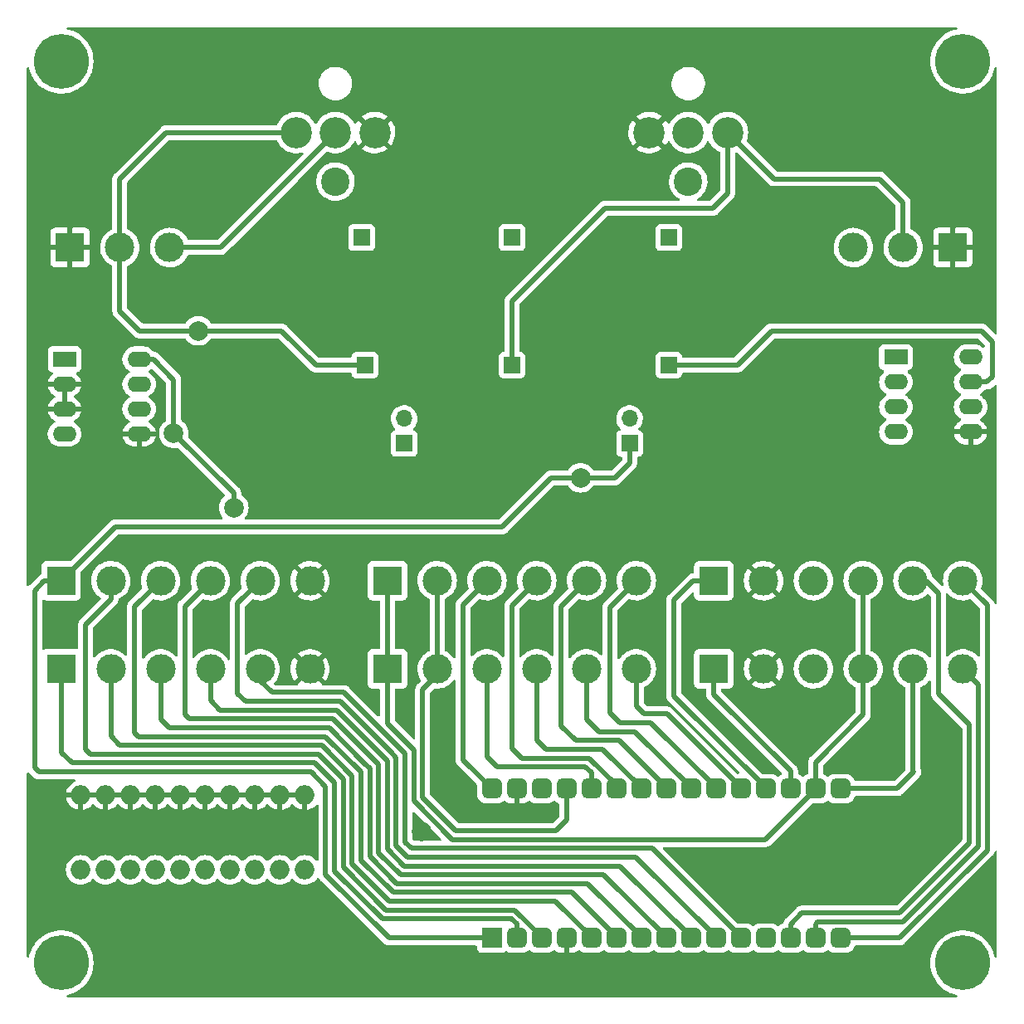
<source format=gbr>
G04 #@! TF.GenerationSoftware,KiCad,Pcbnew,(6.0.1)*
G04 #@! TF.CreationDate,2023-01-03T17:46:33+01:00*
G04 #@! TF.ProjectId,Universales_DMX_IO_Board,556e6976-6572-4736-916c-65735f444d58,rev?*
G04 #@! TF.SameCoordinates,Original*
G04 #@! TF.FileFunction,Copper,L2,Bot*
G04 #@! TF.FilePolarity,Positive*
%FSLAX46Y46*%
G04 Gerber Fmt 4.6, Leading zero omitted, Abs format (unit mm)*
G04 Created by KiCad (PCBNEW (6.0.1)) date 2023-01-03 17:46:33*
%MOMM*%
%LPD*%
G01*
G04 APERTURE LIST*
G04 Aperture macros list*
%AMRoundRect*
0 Rectangle with rounded corners*
0 $1 Rounding radius*
0 $2 $3 $4 $5 $6 $7 $8 $9 X,Y pos of 4 corners*
0 Add a 4 corners polygon primitive as box body*
4,1,4,$2,$3,$4,$5,$6,$7,$8,$9,$2,$3,0*
0 Add four circle primitives for the rounded corners*
1,1,$1+$1,$2,$3*
1,1,$1+$1,$4,$5*
1,1,$1+$1,$6,$7*
1,1,$1+$1,$8,$9*
0 Add four rect primitives between the rounded corners*
20,1,$1+$1,$2,$3,$4,$5,0*
20,1,$1+$1,$4,$5,$6,$7,0*
20,1,$1+$1,$6,$7,$8,$9,0*
20,1,$1+$1,$8,$9,$2,$3,0*%
G04 Aperture macros list end*
G04 #@! TA.AperFunction,ComponentPad*
%ADD10C,5.600000*%
G04 #@! TD*
G04 #@! TA.AperFunction,ComponentPad*
%ADD11R,3.000000X3.000000*%
G04 #@! TD*
G04 #@! TA.AperFunction,ComponentPad*
%ADD12C,3.000000*%
G04 #@! TD*
G04 #@! TA.AperFunction,ComponentPad*
%ADD13C,3.200000*%
G04 #@! TD*
G04 #@! TA.AperFunction,ComponentPad*
%ADD14C,2.900000*%
G04 #@! TD*
G04 #@! TA.AperFunction,ComponentPad*
%ADD15R,2.000000X2.000000*%
G04 #@! TD*
G04 #@! TA.AperFunction,ComponentPad*
%ADD16RoundRect,0.500000X0.500000X-0.500000X0.500000X0.500000X-0.500000X0.500000X-0.500000X-0.500000X0*%
G04 #@! TD*
G04 #@! TA.AperFunction,ComponentPad*
%ADD17R,1.700000X1.700000*%
G04 #@! TD*
G04 #@! TA.AperFunction,ComponentPad*
%ADD18O,2.000000X2.000000*%
G04 #@! TD*
G04 #@! TA.AperFunction,ComponentPad*
%ADD19R,2.400000X1.600000*%
G04 #@! TD*
G04 #@! TA.AperFunction,ComponentPad*
%ADD20O,2.400000X1.600000*%
G04 #@! TD*
G04 #@! TA.AperFunction,ComponentPad*
%ADD21O,1.700000X1.700000*%
G04 #@! TD*
G04 #@! TA.AperFunction,ViaPad*
%ADD22C,2.000000*%
G04 #@! TD*
G04 #@! TA.AperFunction,Conductor*
%ADD23C,0.500000*%
G04 #@! TD*
G04 APERTURE END LIST*
D10*
X116000000Y-116000000D03*
X24000000Y-24000000D03*
X116000000Y-24000000D03*
X24000000Y-116000000D03*
D11*
X24920000Y-43000000D03*
D12*
X30000000Y-43000000D03*
X35080000Y-43000000D03*
D13*
X56000000Y-31277500D03*
X48000000Y-31277500D03*
X52000000Y-31277500D03*
D14*
X52000000Y-36277500D03*
D15*
X67950000Y-113462500D03*
D16*
X70490000Y-113462500D03*
X73030000Y-113462500D03*
X75570000Y-113462500D03*
X78110000Y-113462500D03*
X80650000Y-113462500D03*
X83190000Y-113462500D03*
X85730000Y-113462500D03*
X88270000Y-113462500D03*
X90810000Y-113462500D03*
X93350000Y-113462500D03*
X95890000Y-113462500D03*
X98430000Y-113462500D03*
X100970000Y-113462500D03*
X103510000Y-113462500D03*
X103510000Y-98222500D03*
X100970000Y-98222500D03*
X98430000Y-98222500D03*
X95890000Y-98222500D03*
X93350000Y-98222500D03*
X90810000Y-98222500D03*
X88270000Y-98222500D03*
X85730000Y-98222500D03*
X83190000Y-98222500D03*
X80650000Y-98222500D03*
X78110000Y-98222500D03*
X75570000Y-98222500D03*
X73030000Y-98222500D03*
X70490000Y-98222500D03*
X67950000Y-98222500D03*
D17*
X54650000Y-42000000D03*
X70000000Y-42000000D03*
D18*
X26000000Y-106500000D03*
X28540000Y-106500000D03*
X31080000Y-106500000D03*
X33620000Y-106500000D03*
X36160000Y-106500000D03*
X38700000Y-106500000D03*
X41240000Y-106500000D03*
X43780000Y-106500000D03*
X46320000Y-106500000D03*
X48860000Y-106500000D03*
X48860000Y-98880000D03*
X46320000Y-98880000D03*
X43780000Y-98880000D03*
X41240000Y-98880000D03*
X38700000Y-98880000D03*
X36160000Y-98880000D03*
X33620000Y-98880000D03*
X31080000Y-98880000D03*
X28540000Y-98880000D03*
X26000000Y-98880000D03*
D17*
X70000000Y-55000000D03*
D19*
X24350000Y-54400000D03*
D20*
X24350000Y-56940000D03*
X24350000Y-59480000D03*
X24350000Y-62020000D03*
X31970000Y-62020000D03*
X31970000Y-59480000D03*
X31970000Y-56940000D03*
X31970000Y-54400000D03*
D17*
X86000000Y-55000000D03*
X86000000Y-42000000D03*
X55000000Y-55000000D03*
D11*
X90600000Y-86000000D03*
D12*
X95680000Y-86000000D03*
X100760000Y-86000000D03*
X105840000Y-86000000D03*
X110920000Y-86000000D03*
X116000000Y-86000000D03*
D19*
X109175000Y-54200000D03*
D20*
X109175000Y-56740000D03*
X109175000Y-59280000D03*
X109175000Y-61820000D03*
X116795000Y-61820000D03*
X116795000Y-59280000D03*
X116795000Y-56740000D03*
X116795000Y-54200000D03*
D13*
X84000000Y-31277500D03*
X92000000Y-31277500D03*
X88000000Y-31277500D03*
D14*
X88000000Y-36277500D03*
D11*
X57300000Y-86000000D03*
D12*
X62380000Y-86000000D03*
X67460000Y-86000000D03*
X72540000Y-86000000D03*
X77620000Y-86000000D03*
X82700000Y-86000000D03*
D11*
X90600000Y-77000000D03*
D12*
X95680000Y-77000000D03*
X100760000Y-77000000D03*
X105840000Y-77000000D03*
X110920000Y-77000000D03*
X116000000Y-77000000D03*
D11*
X115000000Y-43000000D03*
D12*
X109920000Y-43000000D03*
X104840000Y-43000000D03*
D11*
X57300000Y-77000000D03*
D12*
X62380000Y-77000000D03*
X67460000Y-77000000D03*
X72540000Y-77000000D03*
X77620000Y-77000000D03*
X82700000Y-77000000D03*
D17*
X59000000Y-63000000D03*
D21*
X59000000Y-60460000D03*
D11*
X24000000Y-77000000D03*
D12*
X29080000Y-77000000D03*
X34160000Y-77000000D03*
X39240000Y-77000000D03*
X44320000Y-77000000D03*
X49400000Y-77000000D03*
D17*
X82000000Y-63000000D03*
D21*
X82000000Y-60460000D03*
D11*
X24000000Y-86000000D03*
D12*
X29080000Y-86000000D03*
X34160000Y-86000000D03*
X39240000Y-86000000D03*
X44320000Y-86000000D03*
X49400000Y-86000000D03*
D22*
X99400000Y-38800000D03*
X102400000Y-49200000D03*
X114000000Y-55400000D03*
X102400000Y-53600000D03*
X85800000Y-67000000D03*
X115800000Y-81600000D03*
X91800000Y-51400000D03*
X91800000Y-57000000D03*
X32600000Y-48400000D03*
X37400000Y-55600000D03*
X44800000Y-64800000D03*
X46800000Y-69600000D03*
X52000000Y-69600000D03*
X36600000Y-69600000D03*
X103400000Y-81600000D03*
X109400000Y-116000000D03*
X60800000Y-102600000D03*
X108500000Y-94000000D03*
X109400000Y-81600000D03*
X66500000Y-50000000D03*
X66500000Y-66500000D03*
X64000000Y-98000000D03*
X91000000Y-62500000D03*
X100500000Y-67000000D03*
X108000000Y-67000000D03*
X23500000Y-30500000D03*
X41000000Y-35500000D03*
X69600000Y-25400000D03*
X115000000Y-30500000D03*
X116500000Y-49500000D03*
X92000000Y-43000000D03*
X74000000Y-50000000D03*
X52000000Y-52000000D03*
X52000000Y-58750000D03*
X52000000Y-64400000D03*
X24500000Y-67000000D03*
X23250000Y-110000000D03*
X51250000Y-114000000D03*
X94000000Y-107000000D03*
X109400000Y-105000000D03*
X41616044Y-69557471D03*
X35500000Y-61950980D03*
X77000000Y-66500000D03*
X38000000Y-51500000D03*
D23*
X96500000Y-51500000D02*
X93000000Y-55000000D01*
X117900000Y-51500000D02*
X96500000Y-51500000D01*
X119000000Y-52600000D02*
X117900000Y-51500000D01*
X118460000Y-56740000D02*
X119000000Y-56200000D01*
X119000000Y-56200000D02*
X119000000Y-52600000D01*
X93000000Y-55000000D02*
X86000000Y-55000000D01*
X116795000Y-56740000D02*
X118460000Y-56740000D01*
X41616044Y-69557471D02*
X41616044Y-68067024D01*
X41616044Y-68067024D02*
X35500000Y-61950980D01*
X70490000Y-112010000D02*
X70000000Y-111520000D01*
X56772114Y-111500000D02*
X51899520Y-106627406D01*
X49872593Y-95600480D02*
X25099020Y-95600480D01*
X70000000Y-111500000D02*
X56772114Y-111500000D01*
X51899520Y-106627406D02*
X51899520Y-97627406D01*
X70000000Y-111520000D02*
X70000000Y-111500000D01*
X24000000Y-94501460D02*
X24000000Y-86000000D01*
X25099020Y-95600480D02*
X24000000Y-94501460D01*
X51899520Y-97627406D02*
X49872593Y-95600480D01*
X70490000Y-113462500D02*
X70490000Y-112010000D01*
X26000000Y-98880000D02*
X48860000Y-98880000D01*
X62380000Y-86000000D02*
X62380000Y-77000000D01*
X33400000Y-54400000D02*
X31970000Y-54400000D01*
X60894719Y-99122605D02*
X60894719Y-88105281D01*
X64276914Y-102504800D02*
X60894719Y-99122605D01*
X35500000Y-61950980D02*
X35500000Y-56500000D01*
X62380000Y-86620000D02*
X62380000Y-86000000D01*
X75570000Y-101430000D02*
X74495200Y-102504800D01*
X60894719Y-88105281D02*
X62380000Y-86620000D01*
X74495200Y-102504800D02*
X64276914Y-102504800D01*
X35500000Y-56500000D02*
X33400000Y-54400000D01*
X75570000Y-98222500D02*
X75570000Y-101430000D01*
X65000000Y-95272500D02*
X65000000Y-79460000D01*
X65000000Y-79460000D02*
X67460000Y-77000000D01*
X67950000Y-98222500D02*
X65000000Y-95272500D01*
X59995198Y-94274062D02*
X57300000Y-91578865D01*
X100970000Y-98308166D02*
X95873846Y-103404320D01*
X59995199Y-99495199D02*
X59995198Y-94274062D01*
X95873846Y-103404320D02*
X63904320Y-103404320D01*
X105840000Y-86000000D02*
X105840000Y-77000000D01*
X100970000Y-98222500D02*
X100970000Y-95530000D01*
X57300000Y-86000000D02*
X57300000Y-77000000D01*
X63904320Y-103404320D02*
X59995199Y-99495199D01*
X105840000Y-90660000D02*
X105840000Y-86000000D01*
X57300000Y-91578865D02*
X57300000Y-86000000D01*
X100970000Y-98222500D02*
X100970000Y-98308166D01*
X100970000Y-95530000D02*
X105840000Y-90660000D01*
X80500000Y-66500000D02*
X82000000Y-65000000D01*
X22299040Y-77000000D02*
X24000000Y-77000000D01*
X24000000Y-77000000D02*
X29501021Y-71498979D01*
X74000000Y-66500000D02*
X77000000Y-66500000D01*
X69001021Y-71498979D02*
X74000000Y-66500000D01*
X51000000Y-98000000D02*
X49500000Y-96500000D01*
X51000000Y-107000000D02*
X51000000Y-98000000D01*
X77000000Y-66500000D02*
X80500000Y-66500000D01*
X82000000Y-65000000D02*
X82000000Y-63000000D01*
X29501021Y-71498979D02*
X69001021Y-71498979D01*
X67950000Y-113462500D02*
X57462500Y-113462500D01*
X49500000Y-96500000D02*
X21714708Y-96500000D01*
X57462500Y-113462500D02*
X51000000Y-107000000D01*
X21290899Y-96076191D02*
X21290899Y-78008141D01*
X21290899Y-78008141D02*
X22299040Y-77000000D01*
X21714708Y-96500000D02*
X21290899Y-96076191D01*
X96722500Y-36000000D02*
X107500000Y-36000000D01*
X92000000Y-37500000D02*
X92000000Y-31277500D01*
X90500000Y-39000000D02*
X92000000Y-37500000D01*
X79500000Y-39000000D02*
X90500000Y-39000000D01*
X70000000Y-55000000D02*
X70000000Y-48500000D01*
X109920000Y-38420000D02*
X109920000Y-43000000D01*
X92000000Y-31277500D02*
X96722500Y-36000000D01*
X70000000Y-48500000D02*
X79500000Y-39000000D01*
X107500000Y-36000000D02*
X109920000Y-38420000D01*
X30000000Y-49500000D02*
X30000000Y-43000000D01*
X34722500Y-31277500D02*
X30000000Y-36000000D01*
X46500000Y-51500000D02*
X50000000Y-55000000D01*
X30000000Y-36000000D02*
X30000000Y-43000000D01*
X32000000Y-51500000D02*
X38000000Y-51500000D01*
X38000000Y-51500000D02*
X46500000Y-51500000D01*
X50000000Y-55000000D02*
X55000000Y-55000000D01*
X48000000Y-31277500D02*
X34722500Y-31277500D01*
X32000000Y-51500000D02*
X30000000Y-49500000D01*
X40277500Y-43000000D02*
X35080000Y-43000000D01*
X52000000Y-31277500D02*
X40277500Y-43000000D01*
X67460000Y-94960000D02*
X67460000Y-86000000D01*
X78110000Y-96610000D02*
X77500000Y-96000000D01*
X68500000Y-96000000D02*
X67460000Y-94960000D01*
X77500000Y-96000000D02*
X68500000Y-96000000D01*
X78110000Y-98222500D02*
X78110000Y-96610000D01*
X71000000Y-95100480D02*
X70000000Y-94100480D01*
X80650000Y-98222500D02*
X80650000Y-97877887D01*
X77872593Y-95100480D02*
X71000000Y-95100480D01*
X70000000Y-79540000D02*
X72540000Y-77000000D01*
X80650000Y-97877887D02*
X77872593Y-95100480D01*
X70000000Y-94100480D02*
X70000000Y-79540000D01*
X88270000Y-98222500D02*
X88270000Y-98136834D01*
X78901920Y-92401920D02*
X77620000Y-91120000D01*
X77620000Y-91120000D02*
X77620000Y-86000000D01*
X82535086Y-92401920D02*
X78901920Y-92401920D01*
X88270000Y-98136834D02*
X82535086Y-92401920D01*
X80000000Y-90502400D02*
X80000000Y-79700000D01*
X80000000Y-79700000D02*
X82700000Y-77000000D01*
X81000000Y-91502400D02*
X80000000Y-90502400D01*
X90810000Y-98136834D02*
X84175566Y-91502400D01*
X90810000Y-98222500D02*
X90810000Y-98136834D01*
X84175566Y-91502400D02*
X81000000Y-91502400D01*
X83500000Y-90602880D02*
X82700000Y-89802880D01*
X93350000Y-98136834D02*
X85816046Y-90602880D01*
X93350000Y-98222500D02*
X93350000Y-98136834D01*
X85816046Y-90602880D02*
X83500000Y-90602880D01*
X82700000Y-89802880D02*
X82700000Y-86000000D01*
X88500000Y-77000000D02*
X90600000Y-77000000D01*
X95890000Y-98222500D02*
X95890000Y-98136834D01*
X86500000Y-79000000D02*
X88500000Y-77000000D01*
X86500000Y-88746834D02*
X86500000Y-79000000D01*
X95890000Y-98136834D02*
X86500000Y-88746834D01*
X52853340Y-88404321D02*
X45500000Y-88404321D01*
X93350000Y-113376834D02*
X84277006Y-104303840D01*
X59095680Y-103646654D02*
X59095678Y-94646656D01*
X59752866Y-104303840D02*
X59095680Y-103646654D01*
X93350000Y-113462500D02*
X93350000Y-113376834D01*
X59095678Y-94646656D02*
X58568752Y-94119730D01*
X58568752Y-94119730D02*
X52853340Y-88404321D01*
X45500000Y-88404321D02*
X44320000Y-87224321D01*
X84277006Y-104303840D02*
X59752866Y-104303840D01*
X44320000Y-87224321D02*
X44320000Y-86000000D01*
X57669232Y-94492324D02*
X52480747Y-89303841D01*
X42019952Y-79300048D02*
X44320000Y-77000000D01*
X82636526Y-105203360D02*
X59380272Y-105203360D01*
X90810000Y-113462500D02*
X90810000Y-113376834D01*
X58196160Y-104019248D02*
X58196159Y-102000000D01*
X42000000Y-79300048D02*
X42019952Y-79300048D01*
X52480747Y-89303841D02*
X42803841Y-89303841D01*
X58196159Y-102000000D02*
X58196159Y-95019250D01*
X58196159Y-95019250D02*
X57669232Y-94492324D01*
X42803841Y-89303841D02*
X42000000Y-88500000D01*
X42000000Y-88500000D02*
X42000000Y-79300048D01*
X90810000Y-113376834D02*
X82636526Y-105203360D01*
X59380272Y-105203360D02*
X58196160Y-104019248D01*
X83190000Y-113462500D02*
X83190000Y-113376834D01*
X54970671Y-95610104D02*
X51362968Y-92002401D01*
X55497598Y-96137030D02*
X54970671Y-95610104D01*
X77715086Y-107901920D02*
X58262490Y-107901920D01*
X34160000Y-91160000D02*
X34160000Y-86000000D01*
X83190000Y-113376834D02*
X77715086Y-107901920D01*
X35002401Y-92002401D02*
X34160000Y-91160000D01*
X58262490Y-107901920D02*
X55497600Y-105137030D01*
X55497600Y-105137030D02*
X55497598Y-96137030D01*
X51362968Y-92002401D02*
X35002401Y-92002401D01*
X88270000Y-113376834D02*
X80996046Y-106102880D01*
X88270000Y-113462500D02*
X88270000Y-113376834D01*
X57296639Y-95391844D02*
X52108154Y-90203361D01*
X80996046Y-106102880D02*
X59007678Y-106102880D01*
X57296640Y-104391842D02*
X57296639Y-101500000D01*
X52108154Y-90203361D02*
X40203361Y-90203361D01*
X59007678Y-106102880D02*
X57296640Y-104391842D01*
X39240000Y-89240000D02*
X39240000Y-86000000D01*
X57296639Y-101500000D02*
X57296639Y-95391844D01*
X40203361Y-90203361D02*
X39240000Y-89240000D01*
X56397120Y-104764436D02*
X56397117Y-95764436D01*
X51735561Y-91102881D02*
X37102881Y-91102881D01*
X85730000Y-113462500D02*
X85730000Y-113376834D01*
X85730000Y-113376834D02*
X79355566Y-107002400D01*
X37102881Y-91102881D02*
X36634830Y-90634830D01*
X79355566Y-107002400D02*
X58635084Y-107002400D01*
X58635084Y-107002400D02*
X56397120Y-104764436D01*
X56397117Y-95764436D02*
X51735561Y-91102881D01*
X36634830Y-90634830D02*
X36634830Y-79605170D01*
X36634830Y-79605170D02*
X39240000Y-77000000D01*
X49500000Y-92901921D02*
X31901921Y-92901921D01*
X50990372Y-92901920D02*
X49500000Y-92901921D01*
X76074606Y-108801440D02*
X57889896Y-108801440D01*
X80650000Y-113376834D02*
X76074606Y-108801440D01*
X31500000Y-92500000D02*
X31500000Y-79660000D01*
X54598080Y-105000000D02*
X54598078Y-96509624D01*
X54598080Y-105509624D02*
X54598080Y-105000000D01*
X31901921Y-92901921D02*
X31500000Y-92500000D01*
X57889896Y-108801440D02*
X54598080Y-105509624D01*
X31500000Y-79660000D02*
X34160000Y-77000000D01*
X54598078Y-96509624D02*
X50990372Y-92901920D01*
X80650000Y-113462500D02*
X80650000Y-113376834D01*
X30000000Y-93801440D02*
X29080000Y-92881440D01*
X57517302Y-109700960D02*
X53698560Y-105882218D01*
X29080000Y-92881440D02*
X29080000Y-86000000D01*
X53698560Y-105882218D02*
X53698559Y-96882218D01*
X78110000Y-113462500D02*
X78110000Y-113376834D01*
X74434126Y-109700960D02*
X57517302Y-109700960D01*
X78110000Y-113376834D02*
X74434126Y-109700960D01*
X53698559Y-96882218D02*
X50617779Y-93801440D01*
X50617779Y-93801440D02*
X30000000Y-93801440D01*
X57144708Y-110600480D02*
X52799040Y-106254812D01*
X26500000Y-94200960D02*
X26500000Y-81500000D01*
X73030000Y-113376834D02*
X70253646Y-110600480D01*
X27000000Y-94700960D02*
X26500000Y-94200960D01*
X52272113Y-96727886D02*
X50245186Y-94700960D01*
X52799040Y-97254812D02*
X52272113Y-96727886D01*
X26500000Y-81500000D02*
X29080000Y-78920000D01*
X50245186Y-94700960D02*
X27000000Y-94700960D01*
X73030000Y-113462500D02*
X73030000Y-113376834D01*
X52799040Y-106254812D02*
X52799040Y-97254812D01*
X70253646Y-110600480D02*
X57144708Y-110600480D01*
X29080000Y-78920000D02*
X29080000Y-77000000D01*
X103510000Y-98222500D02*
X109277500Y-98222500D01*
X110920000Y-96420000D02*
X110920000Y-86000000D01*
X109277500Y-98222500D02*
X111000000Y-96500000D01*
X111000000Y-96500000D02*
X110920000Y-96420000D01*
X103510000Y-113462500D02*
X109537500Y-113462500D01*
X118500000Y-79500000D02*
X116000000Y-77000000D01*
X118500000Y-104500000D02*
X118500000Y-79500000D01*
X109537500Y-113462500D02*
X118500000Y-104500000D01*
X100970000Y-113462500D02*
X100970000Y-112030000D01*
X109914906Y-111812980D02*
X117600480Y-104127406D01*
X100970000Y-112030000D02*
X101187020Y-111812980D01*
X117600480Y-104127406D02*
X117600480Y-87600480D01*
X101187020Y-111812980D02*
X109914906Y-111812980D01*
X117600480Y-87600480D02*
X116000000Y-86000000D01*
X109542312Y-110913460D02*
X116700960Y-103754812D01*
X112223022Y-77000000D02*
X110920000Y-77000000D01*
X116700960Y-91700960D02*
X113500000Y-88500000D01*
X99586540Y-110913460D02*
X109542312Y-110913460D01*
X116700960Y-103754812D02*
X116700960Y-91700960D01*
X98430000Y-113462500D02*
X98430000Y-112070000D01*
X113500000Y-78276978D02*
X112223022Y-77000000D01*
X113500000Y-88500000D02*
X113500000Y-78276978D01*
X98430000Y-112070000D02*
X99586540Y-110913460D01*
X73500000Y-94200960D02*
X72540000Y-93240960D01*
X72540000Y-93240960D02*
X72540000Y-86000000D01*
X83190000Y-98222500D02*
X83190000Y-98136834D01*
X83190000Y-98136834D02*
X79254126Y-94200960D01*
X79254126Y-94200960D02*
X73500000Y-94200960D01*
X75000000Y-91801440D02*
X75000000Y-79620000D01*
X85730000Y-98222500D02*
X85730000Y-98136834D01*
X76500000Y-93301440D02*
X75000000Y-91801440D01*
X85730000Y-98136834D02*
X80894606Y-93301440D01*
X80894606Y-93301440D02*
X76500000Y-93301440D01*
X75000000Y-79620000D02*
X77620000Y-77000000D01*
X90600000Y-88600000D02*
X90600000Y-86000000D01*
X98430000Y-96430000D02*
X90600000Y-88600000D01*
X98430000Y-98222500D02*
X98430000Y-96430000D01*
G04 #@! TA.AperFunction,Conductor*
G36*
X20720653Y-96580831D02*
G01*
X20761282Y-96619319D01*
X20763724Y-96621697D01*
X21130938Y-96988911D01*
X21143324Y-97003323D01*
X21151857Y-97014918D01*
X21151862Y-97014923D01*
X21156200Y-97020818D01*
X21161778Y-97025557D01*
X21161781Y-97025560D01*
X21196476Y-97055035D01*
X21203992Y-97061965D01*
X21209687Y-97067660D01*
X21212569Y-97069940D01*
X21231959Y-97085281D01*
X21235363Y-97088072D01*
X21285411Y-97130591D01*
X21290993Y-97135333D01*
X21297509Y-97138661D01*
X21302558Y-97142028D01*
X21307687Y-97145195D01*
X21313424Y-97149734D01*
X21379583Y-97180655D01*
X21383477Y-97182558D01*
X21448516Y-97215769D01*
X21455624Y-97217508D01*
X21461267Y-97219607D01*
X21467030Y-97221524D01*
X21473658Y-97224622D01*
X21540399Y-97238504D01*
X21545120Y-97239486D01*
X21549404Y-97240456D01*
X21620318Y-97257808D01*
X21625920Y-97258156D01*
X21625923Y-97258156D01*
X21631472Y-97258500D01*
X21631470Y-97258536D01*
X21635463Y-97258775D01*
X21639655Y-97259149D01*
X21646823Y-97260640D01*
X21724228Y-97258546D01*
X21727636Y-97258500D01*
X25340607Y-97258500D01*
X25408728Y-97278502D01*
X25455221Y-97332158D01*
X25465325Y-97402432D01*
X25435831Y-97467012D01*
X25388825Y-97500909D01*
X25317837Y-97530313D01*
X25309042Y-97534795D01*
X25115101Y-97653643D01*
X25107117Y-97659443D01*
X24934142Y-97807178D01*
X24927178Y-97814142D01*
X24779443Y-97987117D01*
X24773643Y-97995101D01*
X24654795Y-98189042D01*
X24650313Y-98197837D01*
X24563264Y-98407992D01*
X24560218Y-98417366D01*
X24514358Y-98608385D01*
X24515063Y-98622469D01*
X24523944Y-98626000D01*
X48988000Y-98626000D01*
X49056121Y-98646002D01*
X49102614Y-98699658D01*
X49114000Y-98752000D01*
X49114000Y-100351756D01*
X49117973Y-100365287D01*
X49127431Y-100366647D01*
X49322634Y-100319782D01*
X49332008Y-100316736D01*
X49542163Y-100229687D01*
X49550958Y-100225205D01*
X49744899Y-100106357D01*
X49752883Y-100100557D01*
X49925858Y-99952822D01*
X49932822Y-99945858D01*
X50019689Y-99844150D01*
X50079140Y-99805341D01*
X50150134Y-99804835D01*
X50210133Y-99842791D01*
X50240086Y-99907159D01*
X50241500Y-99925981D01*
X50241500Y-105453249D01*
X50221498Y-105521370D01*
X50167842Y-105567863D01*
X50097568Y-105577967D01*
X50032988Y-105548473D01*
X50019689Y-105535079D01*
X49933182Y-105433792D01*
X49933177Y-105433787D01*
X49929969Y-105430031D01*
X49749416Y-105275824D01*
X49745208Y-105273245D01*
X49745202Y-105273241D01*
X49551183Y-105154346D01*
X49546963Y-105151760D01*
X49542393Y-105149867D01*
X49542389Y-105149865D01*
X49332167Y-105062789D01*
X49332165Y-105062788D01*
X49327594Y-105060895D01*
X49247391Y-105041640D01*
X49101524Y-105006620D01*
X49101518Y-105006619D01*
X49096711Y-105005465D01*
X48860000Y-104986835D01*
X48623289Y-105005465D01*
X48618482Y-105006619D01*
X48618476Y-105006620D01*
X48472609Y-105041640D01*
X48392406Y-105060895D01*
X48387835Y-105062788D01*
X48387833Y-105062789D01*
X48177611Y-105149865D01*
X48177607Y-105149867D01*
X48173037Y-105151760D01*
X48168817Y-105154346D01*
X47974798Y-105273241D01*
X47974792Y-105273245D01*
X47970584Y-105275824D01*
X47790031Y-105430031D01*
X47786823Y-105433787D01*
X47786818Y-105433792D01*
X47685811Y-105552056D01*
X47626361Y-105590866D01*
X47555366Y-105591372D01*
X47494189Y-105552056D01*
X47393182Y-105433792D01*
X47393177Y-105433787D01*
X47389969Y-105430031D01*
X47209416Y-105275824D01*
X47205208Y-105273245D01*
X47205202Y-105273241D01*
X47011183Y-105154346D01*
X47006963Y-105151760D01*
X47002393Y-105149867D01*
X47002389Y-105149865D01*
X46792167Y-105062789D01*
X46792165Y-105062788D01*
X46787594Y-105060895D01*
X46707391Y-105041640D01*
X46561524Y-105006620D01*
X46561518Y-105006619D01*
X46556711Y-105005465D01*
X46320000Y-104986835D01*
X46083289Y-105005465D01*
X46078482Y-105006619D01*
X46078476Y-105006620D01*
X45932609Y-105041640D01*
X45852406Y-105060895D01*
X45847835Y-105062788D01*
X45847833Y-105062789D01*
X45637611Y-105149865D01*
X45637607Y-105149867D01*
X45633037Y-105151760D01*
X45628817Y-105154346D01*
X45434798Y-105273241D01*
X45434792Y-105273245D01*
X45430584Y-105275824D01*
X45250031Y-105430031D01*
X45246823Y-105433787D01*
X45246818Y-105433792D01*
X45145811Y-105552056D01*
X45086361Y-105590866D01*
X45015366Y-105591372D01*
X44954189Y-105552056D01*
X44853182Y-105433792D01*
X44853177Y-105433787D01*
X44849969Y-105430031D01*
X44669416Y-105275824D01*
X44665208Y-105273245D01*
X44665202Y-105273241D01*
X44471183Y-105154346D01*
X44466963Y-105151760D01*
X44462393Y-105149867D01*
X44462389Y-105149865D01*
X44252167Y-105062789D01*
X44252165Y-105062788D01*
X44247594Y-105060895D01*
X44167391Y-105041640D01*
X44021524Y-105006620D01*
X44021518Y-105006619D01*
X44016711Y-105005465D01*
X43780000Y-104986835D01*
X43543289Y-105005465D01*
X43538482Y-105006619D01*
X43538476Y-105006620D01*
X43392609Y-105041640D01*
X43312406Y-105060895D01*
X43307835Y-105062788D01*
X43307833Y-105062789D01*
X43097611Y-105149865D01*
X43097607Y-105149867D01*
X43093037Y-105151760D01*
X43088817Y-105154346D01*
X42894798Y-105273241D01*
X42894792Y-105273245D01*
X42890584Y-105275824D01*
X42710031Y-105430031D01*
X42706823Y-105433787D01*
X42706818Y-105433792D01*
X42605811Y-105552056D01*
X42546361Y-105590866D01*
X42475366Y-105591372D01*
X42414189Y-105552056D01*
X42313182Y-105433792D01*
X42313177Y-105433787D01*
X42309969Y-105430031D01*
X42129416Y-105275824D01*
X42125208Y-105273245D01*
X42125202Y-105273241D01*
X41931183Y-105154346D01*
X41926963Y-105151760D01*
X41922393Y-105149867D01*
X41922389Y-105149865D01*
X41712167Y-105062789D01*
X41712165Y-105062788D01*
X41707594Y-105060895D01*
X41627391Y-105041640D01*
X41481524Y-105006620D01*
X41481518Y-105006619D01*
X41476711Y-105005465D01*
X41240000Y-104986835D01*
X41003289Y-105005465D01*
X40998482Y-105006619D01*
X40998476Y-105006620D01*
X40852609Y-105041640D01*
X40772406Y-105060895D01*
X40767835Y-105062788D01*
X40767833Y-105062789D01*
X40557611Y-105149865D01*
X40557607Y-105149867D01*
X40553037Y-105151760D01*
X40548817Y-105154346D01*
X40354798Y-105273241D01*
X40354792Y-105273245D01*
X40350584Y-105275824D01*
X40170031Y-105430031D01*
X40166823Y-105433787D01*
X40166818Y-105433792D01*
X40065811Y-105552056D01*
X40006361Y-105590866D01*
X39935366Y-105591372D01*
X39874189Y-105552056D01*
X39773182Y-105433792D01*
X39773177Y-105433787D01*
X39769969Y-105430031D01*
X39589416Y-105275824D01*
X39585208Y-105273245D01*
X39585202Y-105273241D01*
X39391183Y-105154346D01*
X39386963Y-105151760D01*
X39382393Y-105149867D01*
X39382389Y-105149865D01*
X39172167Y-105062789D01*
X39172165Y-105062788D01*
X39167594Y-105060895D01*
X39087391Y-105041640D01*
X38941524Y-105006620D01*
X38941518Y-105006619D01*
X38936711Y-105005465D01*
X38700000Y-104986835D01*
X38463289Y-105005465D01*
X38458482Y-105006619D01*
X38458476Y-105006620D01*
X38312609Y-105041640D01*
X38232406Y-105060895D01*
X38227835Y-105062788D01*
X38227833Y-105062789D01*
X38017611Y-105149865D01*
X38017607Y-105149867D01*
X38013037Y-105151760D01*
X38008817Y-105154346D01*
X37814798Y-105273241D01*
X37814792Y-105273245D01*
X37810584Y-105275824D01*
X37630031Y-105430031D01*
X37626823Y-105433787D01*
X37626818Y-105433792D01*
X37525811Y-105552056D01*
X37466361Y-105590866D01*
X37395366Y-105591372D01*
X37334189Y-105552056D01*
X37233182Y-105433792D01*
X37233177Y-105433787D01*
X37229969Y-105430031D01*
X37049416Y-105275824D01*
X37045208Y-105273245D01*
X37045202Y-105273241D01*
X36851183Y-105154346D01*
X36846963Y-105151760D01*
X36842393Y-105149867D01*
X36842389Y-105149865D01*
X36632167Y-105062789D01*
X36632165Y-105062788D01*
X36627594Y-105060895D01*
X36547391Y-105041640D01*
X36401524Y-105006620D01*
X36401518Y-105006619D01*
X36396711Y-105005465D01*
X36160000Y-104986835D01*
X35923289Y-105005465D01*
X35918482Y-105006619D01*
X35918476Y-105006620D01*
X35772609Y-105041640D01*
X35692406Y-105060895D01*
X35687835Y-105062788D01*
X35687833Y-105062789D01*
X35477611Y-105149865D01*
X35477607Y-105149867D01*
X35473037Y-105151760D01*
X35468817Y-105154346D01*
X35274798Y-105273241D01*
X35274792Y-105273245D01*
X35270584Y-105275824D01*
X35090031Y-105430031D01*
X35086823Y-105433787D01*
X35086818Y-105433792D01*
X34985811Y-105552056D01*
X34926361Y-105590866D01*
X34855366Y-105591372D01*
X34794189Y-105552056D01*
X34693182Y-105433792D01*
X34693177Y-105433787D01*
X34689969Y-105430031D01*
X34509416Y-105275824D01*
X34505208Y-105273245D01*
X34505202Y-105273241D01*
X34311183Y-105154346D01*
X34306963Y-105151760D01*
X34302393Y-105149867D01*
X34302389Y-105149865D01*
X34092167Y-105062789D01*
X34092165Y-105062788D01*
X34087594Y-105060895D01*
X34007391Y-105041640D01*
X33861524Y-105006620D01*
X33861518Y-105006619D01*
X33856711Y-105005465D01*
X33620000Y-104986835D01*
X33383289Y-105005465D01*
X33378482Y-105006619D01*
X33378476Y-105006620D01*
X33232609Y-105041640D01*
X33152406Y-105060895D01*
X33147835Y-105062788D01*
X33147833Y-105062789D01*
X32937611Y-105149865D01*
X32937607Y-105149867D01*
X32933037Y-105151760D01*
X32928817Y-105154346D01*
X32734798Y-105273241D01*
X32734792Y-105273245D01*
X32730584Y-105275824D01*
X32550031Y-105430031D01*
X32546823Y-105433787D01*
X32546818Y-105433792D01*
X32445811Y-105552056D01*
X32386361Y-105590866D01*
X32315366Y-105591372D01*
X32254189Y-105552056D01*
X32153182Y-105433792D01*
X32153177Y-105433787D01*
X32149969Y-105430031D01*
X31969416Y-105275824D01*
X31965208Y-105273245D01*
X31965202Y-105273241D01*
X31771183Y-105154346D01*
X31766963Y-105151760D01*
X31762393Y-105149867D01*
X31762389Y-105149865D01*
X31552167Y-105062789D01*
X31552165Y-105062788D01*
X31547594Y-105060895D01*
X31467391Y-105041640D01*
X31321524Y-105006620D01*
X31321518Y-105006619D01*
X31316711Y-105005465D01*
X31080000Y-104986835D01*
X30843289Y-105005465D01*
X30838482Y-105006619D01*
X30838476Y-105006620D01*
X30692609Y-105041640D01*
X30612406Y-105060895D01*
X30607835Y-105062788D01*
X30607833Y-105062789D01*
X30397611Y-105149865D01*
X30397607Y-105149867D01*
X30393037Y-105151760D01*
X30388817Y-105154346D01*
X30194798Y-105273241D01*
X30194792Y-105273245D01*
X30190584Y-105275824D01*
X30010031Y-105430031D01*
X30006823Y-105433787D01*
X30006818Y-105433792D01*
X29905811Y-105552056D01*
X29846361Y-105590866D01*
X29775366Y-105591372D01*
X29714189Y-105552056D01*
X29613182Y-105433792D01*
X29613177Y-105433787D01*
X29609969Y-105430031D01*
X29429416Y-105275824D01*
X29425208Y-105273245D01*
X29425202Y-105273241D01*
X29231183Y-105154346D01*
X29226963Y-105151760D01*
X29222393Y-105149867D01*
X29222389Y-105149865D01*
X29012167Y-105062789D01*
X29012165Y-105062788D01*
X29007594Y-105060895D01*
X28927391Y-105041640D01*
X28781524Y-105006620D01*
X28781518Y-105006619D01*
X28776711Y-105005465D01*
X28540000Y-104986835D01*
X28303289Y-105005465D01*
X28298482Y-105006619D01*
X28298476Y-105006620D01*
X28152609Y-105041640D01*
X28072406Y-105060895D01*
X28067835Y-105062788D01*
X28067833Y-105062789D01*
X27857611Y-105149865D01*
X27857607Y-105149867D01*
X27853037Y-105151760D01*
X27848817Y-105154346D01*
X27654798Y-105273241D01*
X27654792Y-105273245D01*
X27650584Y-105275824D01*
X27470031Y-105430031D01*
X27466823Y-105433787D01*
X27466818Y-105433792D01*
X27365811Y-105552056D01*
X27306361Y-105590866D01*
X27235366Y-105591372D01*
X27174189Y-105552056D01*
X27073182Y-105433792D01*
X27073177Y-105433787D01*
X27069969Y-105430031D01*
X26889416Y-105275824D01*
X26885208Y-105273245D01*
X26885202Y-105273241D01*
X26691183Y-105154346D01*
X26686963Y-105151760D01*
X26682393Y-105149867D01*
X26682389Y-105149865D01*
X26472167Y-105062789D01*
X26472165Y-105062788D01*
X26467594Y-105060895D01*
X26387391Y-105041640D01*
X26241524Y-105006620D01*
X26241518Y-105006619D01*
X26236711Y-105005465D01*
X26000000Y-104986835D01*
X25763289Y-105005465D01*
X25758482Y-105006619D01*
X25758476Y-105006620D01*
X25612609Y-105041640D01*
X25532406Y-105060895D01*
X25527835Y-105062788D01*
X25527833Y-105062789D01*
X25317611Y-105149865D01*
X25317607Y-105149867D01*
X25313037Y-105151760D01*
X25308817Y-105154346D01*
X25114798Y-105273241D01*
X25114792Y-105273245D01*
X25110584Y-105275824D01*
X24930031Y-105430031D01*
X24775824Y-105610584D01*
X24773245Y-105614792D01*
X24773241Y-105614798D01*
X24654346Y-105808817D01*
X24651760Y-105813037D01*
X24560895Y-106032406D01*
X24505465Y-106263289D01*
X24486835Y-106500000D01*
X24505465Y-106736711D01*
X24560895Y-106967594D01*
X24562788Y-106972165D01*
X24562789Y-106972167D01*
X24647087Y-107175681D01*
X24651760Y-107186963D01*
X24654346Y-107191183D01*
X24773241Y-107385202D01*
X24773245Y-107385208D01*
X24775824Y-107389416D01*
X24930031Y-107569969D01*
X25110584Y-107724176D01*
X25114792Y-107726755D01*
X25114798Y-107726759D01*
X25211523Y-107786032D01*
X25313037Y-107848240D01*
X25317607Y-107850133D01*
X25317611Y-107850135D01*
X25471031Y-107913683D01*
X25532406Y-107939105D01*
X25612609Y-107958360D01*
X25758476Y-107993380D01*
X25758482Y-107993381D01*
X25763289Y-107994535D01*
X26000000Y-108013165D01*
X26236711Y-107994535D01*
X26241518Y-107993381D01*
X26241524Y-107993380D01*
X26387391Y-107958360D01*
X26467594Y-107939105D01*
X26528969Y-107913683D01*
X26682389Y-107850135D01*
X26682393Y-107850133D01*
X26686963Y-107848240D01*
X26788477Y-107786032D01*
X26885202Y-107726759D01*
X26885208Y-107726755D01*
X26889416Y-107724176D01*
X27069969Y-107569969D01*
X27073177Y-107566213D01*
X27073182Y-107566208D01*
X27174189Y-107447944D01*
X27233639Y-107409134D01*
X27304634Y-107408628D01*
X27365811Y-107447944D01*
X27466818Y-107566208D01*
X27466823Y-107566213D01*
X27470031Y-107569969D01*
X27650584Y-107724176D01*
X27654792Y-107726755D01*
X27654798Y-107726759D01*
X27751523Y-107786032D01*
X27853037Y-107848240D01*
X27857607Y-107850133D01*
X27857611Y-107850135D01*
X28011031Y-107913683D01*
X28072406Y-107939105D01*
X28152609Y-107958360D01*
X28298476Y-107993380D01*
X28298482Y-107993381D01*
X28303289Y-107994535D01*
X28540000Y-108013165D01*
X28776711Y-107994535D01*
X28781518Y-107993381D01*
X28781524Y-107993380D01*
X28927391Y-107958360D01*
X29007594Y-107939105D01*
X29068969Y-107913683D01*
X29222389Y-107850135D01*
X29222393Y-107850133D01*
X29226963Y-107848240D01*
X29328477Y-107786032D01*
X29425202Y-107726759D01*
X29425208Y-107726755D01*
X29429416Y-107724176D01*
X29609969Y-107569969D01*
X29613177Y-107566213D01*
X29613182Y-107566208D01*
X29714189Y-107447944D01*
X29773639Y-107409134D01*
X29844634Y-107408628D01*
X29905811Y-107447944D01*
X30006818Y-107566208D01*
X30006823Y-107566213D01*
X30010031Y-107569969D01*
X30190584Y-107724176D01*
X30194792Y-107726755D01*
X30194798Y-107726759D01*
X30291523Y-107786032D01*
X30393037Y-107848240D01*
X30397607Y-107850133D01*
X30397611Y-107850135D01*
X30551031Y-107913683D01*
X30612406Y-107939105D01*
X30692609Y-107958360D01*
X30838476Y-107993380D01*
X30838482Y-107993381D01*
X30843289Y-107994535D01*
X31080000Y-108013165D01*
X31316711Y-107994535D01*
X31321518Y-107993381D01*
X31321524Y-107993380D01*
X31467391Y-107958360D01*
X31547594Y-107939105D01*
X31608969Y-107913683D01*
X31762389Y-107850135D01*
X31762393Y-107850133D01*
X31766963Y-107848240D01*
X31868477Y-107786032D01*
X31965202Y-107726759D01*
X31965208Y-107726755D01*
X31969416Y-107724176D01*
X32149969Y-107569969D01*
X32153177Y-107566213D01*
X32153182Y-107566208D01*
X32254189Y-107447944D01*
X32313639Y-107409134D01*
X32384634Y-107408628D01*
X32445811Y-107447944D01*
X32546818Y-107566208D01*
X32546823Y-107566213D01*
X32550031Y-107569969D01*
X32730584Y-107724176D01*
X32734792Y-107726755D01*
X32734798Y-107726759D01*
X32831523Y-107786032D01*
X32933037Y-107848240D01*
X32937607Y-107850133D01*
X32937611Y-107850135D01*
X33091031Y-107913683D01*
X33152406Y-107939105D01*
X33232609Y-107958360D01*
X33378476Y-107993380D01*
X33378482Y-107993381D01*
X33383289Y-107994535D01*
X33620000Y-108013165D01*
X33856711Y-107994535D01*
X33861518Y-107993381D01*
X33861524Y-107993380D01*
X34007391Y-107958360D01*
X34087594Y-107939105D01*
X34148969Y-107913683D01*
X34302389Y-107850135D01*
X34302393Y-107850133D01*
X34306963Y-107848240D01*
X34408477Y-107786032D01*
X34505202Y-107726759D01*
X34505208Y-107726755D01*
X34509416Y-107724176D01*
X34689969Y-107569969D01*
X34693177Y-107566213D01*
X34693182Y-107566208D01*
X34794189Y-107447944D01*
X34853639Y-107409134D01*
X34924634Y-107408628D01*
X34985811Y-107447944D01*
X35086818Y-107566208D01*
X35086823Y-107566213D01*
X35090031Y-107569969D01*
X35270584Y-107724176D01*
X35274792Y-107726755D01*
X35274798Y-107726759D01*
X35371523Y-107786032D01*
X35473037Y-107848240D01*
X35477607Y-107850133D01*
X35477611Y-107850135D01*
X35631031Y-107913683D01*
X35692406Y-107939105D01*
X35772609Y-107958360D01*
X35918476Y-107993380D01*
X35918482Y-107993381D01*
X35923289Y-107994535D01*
X36160000Y-108013165D01*
X36396711Y-107994535D01*
X36401518Y-107993381D01*
X36401524Y-107993380D01*
X36547391Y-107958360D01*
X36627594Y-107939105D01*
X36688969Y-107913683D01*
X36842389Y-107850135D01*
X36842393Y-107850133D01*
X36846963Y-107848240D01*
X36948477Y-107786032D01*
X37045202Y-107726759D01*
X37045208Y-107726755D01*
X37049416Y-107724176D01*
X37229969Y-107569969D01*
X37233177Y-107566213D01*
X37233182Y-107566208D01*
X37334189Y-107447944D01*
X37393639Y-107409134D01*
X37464634Y-107408628D01*
X37525811Y-107447944D01*
X37626818Y-107566208D01*
X37626823Y-107566213D01*
X37630031Y-107569969D01*
X37810584Y-107724176D01*
X37814792Y-107726755D01*
X37814798Y-107726759D01*
X37911523Y-107786032D01*
X38013037Y-107848240D01*
X38017607Y-107850133D01*
X38017611Y-107850135D01*
X38171031Y-107913683D01*
X38232406Y-107939105D01*
X38312609Y-107958360D01*
X38458476Y-107993380D01*
X38458482Y-107993381D01*
X38463289Y-107994535D01*
X38700000Y-108013165D01*
X38936711Y-107994535D01*
X38941518Y-107993381D01*
X38941524Y-107993380D01*
X39087391Y-107958360D01*
X39167594Y-107939105D01*
X39228969Y-107913683D01*
X39382389Y-107850135D01*
X39382393Y-107850133D01*
X39386963Y-107848240D01*
X39488477Y-107786032D01*
X39585202Y-107726759D01*
X39585208Y-107726755D01*
X39589416Y-107724176D01*
X39769969Y-107569969D01*
X39773177Y-107566213D01*
X39773182Y-107566208D01*
X39874189Y-107447944D01*
X39933639Y-107409134D01*
X40004634Y-107408628D01*
X40065811Y-107447944D01*
X40166818Y-107566208D01*
X40166823Y-107566213D01*
X40170031Y-107569969D01*
X40350584Y-107724176D01*
X40354792Y-107726755D01*
X40354798Y-107726759D01*
X40451523Y-107786032D01*
X40553037Y-107848240D01*
X40557607Y-107850133D01*
X40557611Y-107850135D01*
X40711031Y-107913683D01*
X40772406Y-107939105D01*
X40852609Y-107958360D01*
X40998476Y-107993380D01*
X40998482Y-107993381D01*
X41003289Y-107994535D01*
X41240000Y-108013165D01*
X41476711Y-107994535D01*
X41481518Y-107993381D01*
X41481524Y-107993380D01*
X41627391Y-107958360D01*
X41707594Y-107939105D01*
X41768969Y-107913683D01*
X41922389Y-107850135D01*
X41922393Y-107850133D01*
X41926963Y-107848240D01*
X42028477Y-107786032D01*
X42125202Y-107726759D01*
X42125208Y-107726755D01*
X42129416Y-107724176D01*
X42309969Y-107569969D01*
X42313177Y-107566213D01*
X42313182Y-107566208D01*
X42414189Y-107447944D01*
X42473639Y-107409134D01*
X42544634Y-107408628D01*
X42605811Y-107447944D01*
X42706818Y-107566208D01*
X42706823Y-107566213D01*
X42710031Y-107569969D01*
X42890584Y-107724176D01*
X42894792Y-107726755D01*
X42894798Y-107726759D01*
X42991523Y-107786032D01*
X43093037Y-107848240D01*
X43097607Y-107850133D01*
X43097611Y-107850135D01*
X43251031Y-107913683D01*
X43312406Y-107939105D01*
X43392609Y-107958360D01*
X43538476Y-107993380D01*
X43538482Y-107993381D01*
X43543289Y-107994535D01*
X43780000Y-108013165D01*
X44016711Y-107994535D01*
X44021518Y-107993381D01*
X44021524Y-107993380D01*
X44167391Y-107958360D01*
X44247594Y-107939105D01*
X44308969Y-107913683D01*
X44462389Y-107850135D01*
X44462393Y-107850133D01*
X44466963Y-107848240D01*
X44568477Y-107786032D01*
X44665202Y-107726759D01*
X44665208Y-107726755D01*
X44669416Y-107724176D01*
X44849969Y-107569969D01*
X44853177Y-107566213D01*
X44853182Y-107566208D01*
X44954189Y-107447944D01*
X45013639Y-107409134D01*
X45084634Y-107408628D01*
X45145811Y-107447944D01*
X45246818Y-107566208D01*
X45246823Y-107566213D01*
X45250031Y-107569969D01*
X45430584Y-107724176D01*
X45434792Y-107726755D01*
X45434798Y-107726759D01*
X45531523Y-107786032D01*
X45633037Y-107848240D01*
X45637607Y-107850133D01*
X45637611Y-107850135D01*
X45791031Y-107913683D01*
X45852406Y-107939105D01*
X45932609Y-107958360D01*
X46078476Y-107993380D01*
X46078482Y-107993381D01*
X46083289Y-107994535D01*
X46320000Y-108013165D01*
X46556711Y-107994535D01*
X46561518Y-107993381D01*
X46561524Y-107993380D01*
X46707391Y-107958360D01*
X46787594Y-107939105D01*
X46848969Y-107913683D01*
X47002389Y-107850135D01*
X47002393Y-107850133D01*
X47006963Y-107848240D01*
X47108477Y-107786032D01*
X47205202Y-107726759D01*
X47205208Y-107726755D01*
X47209416Y-107724176D01*
X47389969Y-107569969D01*
X47393177Y-107566213D01*
X47393182Y-107566208D01*
X47494189Y-107447944D01*
X47553639Y-107409134D01*
X47624634Y-107408628D01*
X47685811Y-107447944D01*
X47786818Y-107566208D01*
X47786823Y-107566213D01*
X47790031Y-107569969D01*
X47970584Y-107724176D01*
X47974792Y-107726755D01*
X47974798Y-107726759D01*
X48071523Y-107786032D01*
X48173037Y-107848240D01*
X48177607Y-107850133D01*
X48177611Y-107850135D01*
X48331031Y-107913683D01*
X48392406Y-107939105D01*
X48472609Y-107958360D01*
X48618476Y-107993380D01*
X48618482Y-107993381D01*
X48623289Y-107994535D01*
X48860000Y-108013165D01*
X49096711Y-107994535D01*
X49101518Y-107993381D01*
X49101524Y-107993380D01*
X49247391Y-107958360D01*
X49327594Y-107939105D01*
X49388969Y-107913683D01*
X49542389Y-107850135D01*
X49542393Y-107850133D01*
X49546963Y-107848240D01*
X49648477Y-107786032D01*
X49745202Y-107726759D01*
X49745208Y-107726755D01*
X49749416Y-107724176D01*
X49929969Y-107569969D01*
X50084176Y-107389416D01*
X50086761Y-107385198D01*
X50107939Y-107350640D01*
X50160587Y-107303009D01*
X50230629Y-107291403D01*
X50295826Y-107319507D01*
X50320743Y-107347391D01*
X50357186Y-107402976D01*
X50359523Y-107406680D01*
X50397405Y-107469107D01*
X50401121Y-107473315D01*
X50401122Y-107473316D01*
X50404803Y-107477484D01*
X50404776Y-107477508D01*
X50407429Y-107480500D01*
X50410132Y-107483733D01*
X50414144Y-107489852D01*
X50419456Y-107494884D01*
X50470383Y-107543128D01*
X50472825Y-107545506D01*
X56878730Y-113951411D01*
X56891116Y-113965823D01*
X56899649Y-113977418D01*
X56899654Y-113977423D01*
X56903992Y-113983318D01*
X56909570Y-113988057D01*
X56909573Y-113988060D01*
X56944268Y-114017535D01*
X56951784Y-114024465D01*
X56957479Y-114030160D01*
X56960361Y-114032440D01*
X56979751Y-114047781D01*
X56983155Y-114050572D01*
X57033203Y-114093091D01*
X57038785Y-114097833D01*
X57045301Y-114101161D01*
X57050350Y-114104528D01*
X57055479Y-114107695D01*
X57061216Y-114112234D01*
X57127375Y-114143155D01*
X57131269Y-114145058D01*
X57196308Y-114178269D01*
X57203416Y-114180008D01*
X57209059Y-114182107D01*
X57214822Y-114184024D01*
X57221450Y-114187122D01*
X57228612Y-114188612D01*
X57228613Y-114188612D01*
X57292912Y-114201986D01*
X57297196Y-114202956D01*
X57368110Y-114220308D01*
X57373712Y-114220656D01*
X57373715Y-114220656D01*
X57379264Y-114221000D01*
X57379262Y-114221036D01*
X57383255Y-114221275D01*
X57387447Y-114221649D01*
X57394615Y-114223140D01*
X57472020Y-114221046D01*
X57475428Y-114221000D01*
X66315500Y-114221000D01*
X66383621Y-114241002D01*
X66430114Y-114294658D01*
X66441500Y-114347000D01*
X66441500Y-114510634D01*
X66448255Y-114572816D01*
X66499385Y-114709205D01*
X66586739Y-114825761D01*
X66703295Y-114913115D01*
X66839684Y-114964245D01*
X66890516Y-114969767D01*
X66896555Y-114970423D01*
X66901866Y-114971000D01*
X68998134Y-114971000D01*
X69003446Y-114970423D01*
X69009484Y-114969767D01*
X69060316Y-114964245D01*
X69196705Y-114913115D01*
X69313261Y-114825761D01*
X69315384Y-114828594D01*
X69362868Y-114802707D01*
X69433680Y-114807820D01*
X69459662Y-114821142D01*
X69511127Y-114855595D01*
X69693716Y-114931600D01*
X69699752Y-114932817D01*
X69699755Y-114932818D01*
X69883004Y-114969767D01*
X69887592Y-114970692D01*
X69893672Y-114971000D01*
X71086328Y-114971000D01*
X71092408Y-114970692D01*
X71096996Y-114969767D01*
X71280245Y-114932818D01*
X71280248Y-114932817D01*
X71286284Y-114931600D01*
X71468873Y-114855595D01*
X71473992Y-114852168D01*
X71473996Y-114852166D01*
X71628099Y-114749004D01*
X71628104Y-114749000D01*
X71633223Y-114745573D01*
X71670905Y-114707891D01*
X71733217Y-114673865D01*
X71804032Y-114678930D01*
X71849095Y-114707891D01*
X71886777Y-114745573D01*
X71891896Y-114749000D01*
X71891901Y-114749004D01*
X72046004Y-114852166D01*
X72046008Y-114852168D01*
X72051127Y-114855595D01*
X72233716Y-114931600D01*
X72239752Y-114932817D01*
X72239755Y-114932818D01*
X72423004Y-114969767D01*
X72427592Y-114970692D01*
X72433672Y-114971000D01*
X73626328Y-114971000D01*
X73632408Y-114970692D01*
X73636996Y-114969767D01*
X73820245Y-114932818D01*
X73820248Y-114932817D01*
X73826284Y-114931600D01*
X74008873Y-114855595D01*
X74013992Y-114852168D01*
X74013996Y-114852166D01*
X74168099Y-114749004D01*
X74168104Y-114749000D01*
X74173223Y-114745573D01*
X74211259Y-114707537D01*
X74273571Y-114673511D01*
X74344386Y-114678576D01*
X74389449Y-114707537D01*
X74422734Y-114740822D01*
X74432221Y-114748615D01*
X74586241Y-114851722D01*
X74597057Y-114857522D01*
X74768167Y-114928748D01*
X74779909Y-114932338D01*
X74963055Y-114969267D01*
X74972267Y-114970423D01*
X74975319Y-114970500D01*
X75297885Y-114970500D01*
X75313124Y-114966025D01*
X75314329Y-114964635D01*
X75316000Y-114956952D01*
X75316000Y-113334500D01*
X75336002Y-113266379D01*
X75389658Y-113219886D01*
X75442000Y-113208500D01*
X75698000Y-113208500D01*
X75766121Y-113228502D01*
X75812614Y-113282158D01*
X75824000Y-113334500D01*
X75824000Y-114952385D01*
X75828475Y-114967624D01*
X75829865Y-114968829D01*
X75837548Y-114970500D01*
X76164681Y-114970500D01*
X76167733Y-114970423D01*
X76176945Y-114969267D01*
X76360091Y-114932338D01*
X76371833Y-114928748D01*
X76542943Y-114857522D01*
X76553759Y-114851722D01*
X76707779Y-114748615D01*
X76717266Y-114740822D01*
X76750551Y-114707537D01*
X76812863Y-114673511D01*
X76883678Y-114678576D01*
X76928741Y-114707537D01*
X76966777Y-114745573D01*
X76971896Y-114749000D01*
X76971901Y-114749004D01*
X77126004Y-114852166D01*
X77126008Y-114852168D01*
X77131127Y-114855595D01*
X77313716Y-114931600D01*
X77319752Y-114932817D01*
X77319755Y-114932818D01*
X77503004Y-114969767D01*
X77507592Y-114970692D01*
X77513672Y-114971000D01*
X78706328Y-114971000D01*
X78712408Y-114970692D01*
X78716996Y-114969767D01*
X78900245Y-114932818D01*
X78900248Y-114932817D01*
X78906284Y-114931600D01*
X79088873Y-114855595D01*
X79093992Y-114852168D01*
X79093996Y-114852166D01*
X79248099Y-114749004D01*
X79248104Y-114749000D01*
X79253223Y-114745573D01*
X79290905Y-114707891D01*
X79353217Y-114673865D01*
X79424032Y-114678930D01*
X79469095Y-114707891D01*
X79506777Y-114745573D01*
X79511896Y-114749000D01*
X79511901Y-114749004D01*
X79666004Y-114852166D01*
X79666008Y-114852168D01*
X79671127Y-114855595D01*
X79853716Y-114931600D01*
X79859752Y-114932817D01*
X79859755Y-114932818D01*
X80043004Y-114969767D01*
X80047592Y-114970692D01*
X80053672Y-114971000D01*
X81246328Y-114971000D01*
X81252408Y-114970692D01*
X81256996Y-114969767D01*
X81440245Y-114932818D01*
X81440248Y-114932817D01*
X81446284Y-114931600D01*
X81628873Y-114855595D01*
X81633992Y-114852168D01*
X81633996Y-114852166D01*
X81788099Y-114749004D01*
X81788104Y-114749000D01*
X81793223Y-114745573D01*
X81830905Y-114707891D01*
X81893217Y-114673865D01*
X81964032Y-114678930D01*
X82009095Y-114707891D01*
X82046777Y-114745573D01*
X82051896Y-114749000D01*
X82051901Y-114749004D01*
X82206004Y-114852166D01*
X82206008Y-114852168D01*
X82211127Y-114855595D01*
X82393716Y-114931600D01*
X82399752Y-114932817D01*
X82399755Y-114932818D01*
X82583004Y-114969767D01*
X82587592Y-114970692D01*
X82593672Y-114971000D01*
X83786328Y-114971000D01*
X83792408Y-114970692D01*
X83796996Y-114969767D01*
X83980245Y-114932818D01*
X83980248Y-114932817D01*
X83986284Y-114931600D01*
X84168873Y-114855595D01*
X84173992Y-114852168D01*
X84173996Y-114852166D01*
X84328099Y-114749004D01*
X84328104Y-114749000D01*
X84333223Y-114745573D01*
X84370905Y-114707891D01*
X84433217Y-114673865D01*
X84504032Y-114678930D01*
X84549095Y-114707891D01*
X84586777Y-114745573D01*
X84591896Y-114749000D01*
X84591901Y-114749004D01*
X84746004Y-114852166D01*
X84746008Y-114852168D01*
X84751127Y-114855595D01*
X84933716Y-114931600D01*
X84939752Y-114932817D01*
X84939755Y-114932818D01*
X85123004Y-114969767D01*
X85127592Y-114970692D01*
X85133672Y-114971000D01*
X86326328Y-114971000D01*
X86332408Y-114970692D01*
X86336996Y-114969767D01*
X86520245Y-114932818D01*
X86520248Y-114932817D01*
X86526284Y-114931600D01*
X86708873Y-114855595D01*
X86713992Y-114852168D01*
X86713996Y-114852166D01*
X86868099Y-114749004D01*
X86868104Y-114749000D01*
X86873223Y-114745573D01*
X86910905Y-114707891D01*
X86973217Y-114673865D01*
X87044032Y-114678930D01*
X87089095Y-114707891D01*
X87126777Y-114745573D01*
X87131896Y-114749000D01*
X87131901Y-114749004D01*
X87286004Y-114852166D01*
X87286008Y-114852168D01*
X87291127Y-114855595D01*
X87473716Y-114931600D01*
X87479752Y-114932817D01*
X87479755Y-114932818D01*
X87663004Y-114969767D01*
X87667592Y-114970692D01*
X87673672Y-114971000D01*
X88866328Y-114971000D01*
X88872408Y-114970692D01*
X88876996Y-114969767D01*
X89060245Y-114932818D01*
X89060248Y-114932817D01*
X89066284Y-114931600D01*
X89248873Y-114855595D01*
X89253992Y-114852168D01*
X89253996Y-114852166D01*
X89408099Y-114749004D01*
X89408104Y-114749000D01*
X89413223Y-114745573D01*
X89450905Y-114707891D01*
X89513217Y-114673865D01*
X89584032Y-114678930D01*
X89629095Y-114707891D01*
X89666777Y-114745573D01*
X89671896Y-114749000D01*
X89671901Y-114749004D01*
X89826004Y-114852166D01*
X89826008Y-114852168D01*
X89831127Y-114855595D01*
X90013716Y-114931600D01*
X90019752Y-114932817D01*
X90019755Y-114932818D01*
X90203004Y-114969767D01*
X90207592Y-114970692D01*
X90213672Y-114971000D01*
X91406328Y-114971000D01*
X91412408Y-114970692D01*
X91416996Y-114969767D01*
X91600245Y-114932818D01*
X91600248Y-114932817D01*
X91606284Y-114931600D01*
X91788873Y-114855595D01*
X91793992Y-114852168D01*
X91793996Y-114852166D01*
X91948099Y-114749004D01*
X91948104Y-114749000D01*
X91953223Y-114745573D01*
X91990905Y-114707891D01*
X92053217Y-114673865D01*
X92124032Y-114678930D01*
X92169095Y-114707891D01*
X92206777Y-114745573D01*
X92211896Y-114749000D01*
X92211901Y-114749004D01*
X92366004Y-114852166D01*
X92366008Y-114852168D01*
X92371127Y-114855595D01*
X92553716Y-114931600D01*
X92559752Y-114932817D01*
X92559755Y-114932818D01*
X92743004Y-114969767D01*
X92747592Y-114970692D01*
X92753672Y-114971000D01*
X93946328Y-114971000D01*
X93952408Y-114970692D01*
X93956996Y-114969767D01*
X94140245Y-114932818D01*
X94140248Y-114932817D01*
X94146284Y-114931600D01*
X94328873Y-114855595D01*
X94333992Y-114852168D01*
X94333996Y-114852166D01*
X94488099Y-114749004D01*
X94488104Y-114749000D01*
X94493223Y-114745573D01*
X94530905Y-114707891D01*
X94593217Y-114673865D01*
X94664032Y-114678930D01*
X94709095Y-114707891D01*
X94746777Y-114745573D01*
X94751896Y-114749000D01*
X94751901Y-114749004D01*
X94906004Y-114852166D01*
X94906008Y-114852168D01*
X94911127Y-114855595D01*
X95093716Y-114931600D01*
X95099752Y-114932817D01*
X95099755Y-114932818D01*
X95283004Y-114969767D01*
X95287592Y-114970692D01*
X95293672Y-114971000D01*
X96486328Y-114971000D01*
X96492408Y-114970692D01*
X96496996Y-114969767D01*
X96680245Y-114932818D01*
X96680248Y-114932817D01*
X96686284Y-114931600D01*
X96868873Y-114855595D01*
X96873992Y-114852168D01*
X96873996Y-114852166D01*
X97028099Y-114749004D01*
X97028104Y-114749000D01*
X97033223Y-114745573D01*
X97070905Y-114707891D01*
X97133217Y-114673865D01*
X97204032Y-114678930D01*
X97249095Y-114707891D01*
X97286777Y-114745573D01*
X97291896Y-114749000D01*
X97291901Y-114749004D01*
X97446004Y-114852166D01*
X97446008Y-114852168D01*
X97451127Y-114855595D01*
X97633716Y-114931600D01*
X97639752Y-114932817D01*
X97639755Y-114932818D01*
X97823004Y-114969767D01*
X97827592Y-114970692D01*
X97833672Y-114971000D01*
X99026328Y-114971000D01*
X99032408Y-114970692D01*
X99036996Y-114969767D01*
X99220245Y-114932818D01*
X99220248Y-114932817D01*
X99226284Y-114931600D01*
X99408873Y-114855595D01*
X99413992Y-114852168D01*
X99413996Y-114852166D01*
X99568099Y-114749004D01*
X99568104Y-114749000D01*
X99573223Y-114745573D01*
X99610905Y-114707891D01*
X99673217Y-114673865D01*
X99744032Y-114678930D01*
X99789095Y-114707891D01*
X99826777Y-114745573D01*
X99831896Y-114749000D01*
X99831901Y-114749004D01*
X99986004Y-114852166D01*
X99986008Y-114852168D01*
X99991127Y-114855595D01*
X100173716Y-114931600D01*
X100179752Y-114932817D01*
X100179755Y-114932818D01*
X100363004Y-114969767D01*
X100367592Y-114970692D01*
X100373672Y-114971000D01*
X101566328Y-114971000D01*
X101572408Y-114970692D01*
X101576996Y-114969767D01*
X101760245Y-114932818D01*
X101760248Y-114932817D01*
X101766284Y-114931600D01*
X101948873Y-114855595D01*
X101953992Y-114852168D01*
X101953996Y-114852166D01*
X102108099Y-114749004D01*
X102108104Y-114749000D01*
X102113223Y-114745573D01*
X102150905Y-114707891D01*
X102213217Y-114673865D01*
X102284032Y-114678930D01*
X102329095Y-114707891D01*
X102366777Y-114745573D01*
X102371896Y-114749000D01*
X102371901Y-114749004D01*
X102526004Y-114852166D01*
X102526008Y-114852168D01*
X102531127Y-114855595D01*
X102713716Y-114931600D01*
X102719752Y-114932817D01*
X102719755Y-114932818D01*
X102903004Y-114969767D01*
X102907592Y-114970692D01*
X102913672Y-114971000D01*
X104106328Y-114971000D01*
X104112408Y-114970692D01*
X104116996Y-114969767D01*
X104300245Y-114932818D01*
X104300248Y-114932817D01*
X104306284Y-114931600D01*
X104488873Y-114855595D01*
X104493992Y-114852168D01*
X104493996Y-114852166D01*
X104648099Y-114749004D01*
X104648104Y-114749000D01*
X104653223Y-114745573D01*
X104793073Y-114605723D01*
X104796500Y-114600604D01*
X104796504Y-114600599D01*
X104899666Y-114446496D01*
X104899668Y-114446492D01*
X104903095Y-114441373D01*
X104905462Y-114435686D01*
X104905466Y-114435679D01*
X104962535Y-114298579D01*
X105007179Y-114243376D01*
X105078859Y-114221000D01*
X109470430Y-114221000D01*
X109489380Y-114222433D01*
X109503615Y-114224599D01*
X109503619Y-114224599D01*
X109510849Y-114225699D01*
X109518141Y-114225106D01*
X109518144Y-114225106D01*
X109563518Y-114221415D01*
X109573733Y-114221000D01*
X109581793Y-114221000D01*
X109599180Y-114218973D01*
X109610007Y-114217711D01*
X109614382Y-114217278D01*
X109679839Y-114211954D01*
X109679842Y-114211953D01*
X109687137Y-114211360D01*
X109694101Y-114209104D01*
X109700060Y-114207913D01*
X109705915Y-114206529D01*
X109713181Y-114205682D01*
X109781827Y-114180765D01*
X109785955Y-114179348D01*
X109848436Y-114159107D01*
X109848438Y-114159106D01*
X109855399Y-114156851D01*
X109861654Y-114153055D01*
X109867128Y-114150549D01*
X109872558Y-114147830D01*
X109879437Y-114145333D01*
X109885558Y-114141320D01*
X109940476Y-114105314D01*
X109944180Y-114102977D01*
X110006607Y-114065095D01*
X110014984Y-114057697D01*
X110015008Y-114057724D01*
X110018000Y-114055071D01*
X110021233Y-114052368D01*
X110027352Y-114048356D01*
X110080628Y-113992117D01*
X110083006Y-113989675D01*
X118988911Y-105083770D01*
X119003323Y-105071384D01*
X119014918Y-105062851D01*
X119014923Y-105062846D01*
X119020818Y-105058508D01*
X119025557Y-105052930D01*
X119025560Y-105052927D01*
X119055035Y-105018232D01*
X119061965Y-105010716D01*
X119067660Y-105005021D01*
X119085281Y-104982749D01*
X119088072Y-104979345D01*
X119130591Y-104929297D01*
X119130592Y-104929295D01*
X119135333Y-104923715D01*
X119138661Y-104917199D01*
X119142028Y-104912150D01*
X119145195Y-104907021D01*
X119149734Y-104901284D01*
X119180655Y-104835125D01*
X119182561Y-104831225D01*
X119215769Y-104766192D01*
X119217508Y-104759084D01*
X119219607Y-104753441D01*
X119221524Y-104747678D01*
X119224622Y-104741050D01*
X119239487Y-104669583D01*
X119240457Y-104665298D01*
X119243611Y-104652409D01*
X119279232Y-104590995D01*
X119342401Y-104558588D01*
X119413062Y-104565477D01*
X119468782Y-104609475D01*
X119492000Y-104682358D01*
X119492000Y-115302279D01*
X119471998Y-115370400D01*
X119418342Y-115416893D01*
X119348068Y-115426997D01*
X119283488Y-115397503D01*
X119245104Y-115337777D01*
X119241656Y-115322641D01*
X119238801Y-115305209D01*
X119236066Y-115288505D01*
X119140297Y-114943173D01*
X119137243Y-114935497D01*
X119009052Y-114613369D01*
X119007793Y-114610205D01*
X118977768Y-114553498D01*
X118841702Y-114296513D01*
X118841698Y-114296506D01*
X118840103Y-114293494D01*
X118639190Y-113996746D01*
X118635265Y-113992117D01*
X118543506Y-113883919D01*
X118407403Y-113723432D01*
X118147454Y-113476750D01*
X117892015Y-113282158D01*
X117865091Y-113261647D01*
X117865089Y-113261646D01*
X117862384Y-113259585D01*
X117859472Y-113257828D01*
X117859467Y-113257825D01*
X117558443Y-113076236D01*
X117558437Y-113076233D01*
X117555528Y-113074478D01*
X117333211Y-112971281D01*
X117233571Y-112925030D01*
X117233569Y-112925029D01*
X117230475Y-112923593D01*
X117042869Y-112860092D01*
X116894255Y-112809789D01*
X116894250Y-112809788D01*
X116891028Y-112808697D01*
X116692681Y-112764724D01*
X116544493Y-112731871D01*
X116544487Y-112731870D01*
X116541158Y-112731132D01*
X116537769Y-112730758D01*
X116537764Y-112730757D01*
X116188338Y-112692180D01*
X116188333Y-112692180D01*
X116184957Y-112691807D01*
X116181558Y-112691801D01*
X116181557Y-112691801D01*
X116012080Y-112691505D01*
X115826592Y-112691182D01*
X115713413Y-112703277D01*
X115473639Y-112728901D01*
X115473631Y-112728902D01*
X115470256Y-112729263D01*
X115120117Y-112805606D01*
X114780271Y-112919317D01*
X114777178Y-112920739D01*
X114777177Y-112920740D01*
X114770974Y-112923593D01*
X114454694Y-113069066D01*
X114147193Y-113253101D01*
X114144467Y-113255163D01*
X114144465Y-113255164D01*
X114138620Y-113259585D01*
X113861367Y-113469270D01*
X113600559Y-113715043D01*
X113367819Y-113987546D01*
X113365900Y-113990358D01*
X113365897Y-113990363D01*
X113288019Y-114104528D01*
X113165871Y-114283591D01*
X112997077Y-114599714D01*
X112863411Y-114932218D01*
X112862491Y-114935492D01*
X112862489Y-114935497D01*
X112852614Y-114970631D01*
X112766437Y-115277213D01*
X112765875Y-115280570D01*
X112765875Y-115280571D01*
X112748315Y-115385509D01*
X112707290Y-115630663D01*
X112686661Y-115988434D01*
X112704792Y-116346340D01*
X112705329Y-116349695D01*
X112705330Y-116349701D01*
X112710316Y-116380828D01*
X112761470Y-116700195D01*
X112856033Y-117045859D01*
X112987374Y-117379288D01*
X113153957Y-117696582D01*
X113155858Y-117699411D01*
X113155864Y-117699421D01*
X113339569Y-117972800D01*
X113353834Y-117994029D01*
X113584665Y-118268150D01*
X113843751Y-118515738D01*
X114128061Y-118733897D01*
X114160056Y-118753350D01*
X114431355Y-118918303D01*
X114431360Y-118918306D01*
X114434270Y-118920075D01*
X114437358Y-118921521D01*
X114437357Y-118921521D01*
X114755710Y-119070649D01*
X114755720Y-119070653D01*
X114758794Y-119072093D01*
X114762012Y-119073195D01*
X114762015Y-119073196D01*
X115094615Y-119187071D01*
X115094623Y-119187073D01*
X115097838Y-119188174D01*
X115134247Y-119196379D01*
X115341489Y-119243083D01*
X115403545Y-119277571D01*
X115437105Y-119340136D01*
X115431512Y-119410912D01*
X115388543Y-119467428D01*
X115321839Y-119491742D01*
X115313788Y-119492000D01*
X24683586Y-119492000D01*
X24615465Y-119471998D01*
X24568972Y-119418342D01*
X24558868Y-119348068D01*
X24588362Y-119283488D01*
X24648088Y-119245104D01*
X24657174Y-119242799D01*
X24868727Y-119197446D01*
X25208968Y-119084922D01*
X25535066Y-118936311D01*
X25629052Y-118880506D01*
X25840262Y-118755099D01*
X25840267Y-118755096D01*
X25843207Y-118753350D01*
X26129786Y-118538180D01*
X26391451Y-118293319D01*
X26625140Y-118021630D01*
X26731750Y-117866512D01*
X26826190Y-117729101D01*
X26826195Y-117729094D01*
X26828120Y-117726292D01*
X26829732Y-117723298D01*
X26829737Y-117723290D01*
X26996395Y-117413772D01*
X26998017Y-117410760D01*
X27132842Y-117078724D01*
X27143142Y-117042568D01*
X27163527Y-116971006D01*
X27231020Y-116734070D01*
X27251840Y-116612269D01*
X27290829Y-116384175D01*
X27290829Y-116384173D01*
X27291401Y-116380828D01*
X27293511Y-116346340D01*
X27313168Y-116024928D01*
X27313278Y-116023131D01*
X27313359Y-116000000D01*
X27293979Y-115642159D01*
X27236066Y-115288505D01*
X27140297Y-114943173D01*
X27137243Y-114935497D01*
X27009052Y-114613369D01*
X27007793Y-114610205D01*
X26977768Y-114553498D01*
X26841702Y-114296513D01*
X26841698Y-114296506D01*
X26840103Y-114293494D01*
X26639190Y-113996746D01*
X26635265Y-113992117D01*
X26543506Y-113883919D01*
X26407403Y-113723432D01*
X26147454Y-113476750D01*
X25892015Y-113282158D01*
X25865091Y-113261647D01*
X25865089Y-113261646D01*
X25862384Y-113259585D01*
X25859472Y-113257828D01*
X25859467Y-113257825D01*
X25558443Y-113076236D01*
X25558437Y-113076233D01*
X25555528Y-113074478D01*
X25333211Y-112971281D01*
X25233571Y-112925030D01*
X25233569Y-112925029D01*
X25230475Y-112923593D01*
X25042869Y-112860092D01*
X24894255Y-112809789D01*
X24894250Y-112809788D01*
X24891028Y-112808697D01*
X24692681Y-112764724D01*
X24544493Y-112731871D01*
X24544487Y-112731870D01*
X24541158Y-112731132D01*
X24537769Y-112730758D01*
X24537764Y-112730757D01*
X24188338Y-112692180D01*
X24188333Y-112692180D01*
X24184957Y-112691807D01*
X24181558Y-112691801D01*
X24181557Y-112691801D01*
X24012080Y-112691505D01*
X23826592Y-112691182D01*
X23713413Y-112703277D01*
X23473639Y-112728901D01*
X23473631Y-112728902D01*
X23470256Y-112729263D01*
X23120117Y-112805606D01*
X22780271Y-112919317D01*
X22777178Y-112920739D01*
X22777177Y-112920740D01*
X22770974Y-112923593D01*
X22454694Y-113069066D01*
X22147193Y-113253101D01*
X22144467Y-113255163D01*
X22144465Y-113255164D01*
X22138620Y-113259585D01*
X21861367Y-113469270D01*
X21600559Y-113715043D01*
X21367819Y-113987546D01*
X21365900Y-113990358D01*
X21365897Y-113990363D01*
X21288019Y-114104528D01*
X21165871Y-114283591D01*
X20997077Y-114599714D01*
X20863411Y-114932218D01*
X20862491Y-114935492D01*
X20862489Y-114935497D01*
X20852614Y-114970631D01*
X20766437Y-115277213D01*
X20765875Y-115280570D01*
X20765875Y-115280571D01*
X20758272Y-115326005D01*
X20727301Y-115389890D01*
X20666708Y-115426890D01*
X20595730Y-115425256D01*
X20536903Y-115385509D01*
X20508903Y-115320267D01*
X20508000Y-115305209D01*
X20508000Y-99147431D01*
X24513353Y-99147431D01*
X24560218Y-99342634D01*
X24563264Y-99352008D01*
X24650313Y-99562163D01*
X24654795Y-99570958D01*
X24773643Y-99764899D01*
X24779443Y-99772883D01*
X24927178Y-99945858D01*
X24934142Y-99952822D01*
X25107117Y-100100557D01*
X25115101Y-100106357D01*
X25309042Y-100225205D01*
X25317837Y-100229687D01*
X25527992Y-100316736D01*
X25537366Y-100319782D01*
X25728385Y-100365642D01*
X25742469Y-100364937D01*
X25746000Y-100356056D01*
X25746000Y-100351756D01*
X26254000Y-100351756D01*
X26257973Y-100365287D01*
X26267431Y-100366647D01*
X26462634Y-100319782D01*
X26472008Y-100316736D01*
X26682163Y-100229687D01*
X26690958Y-100225205D01*
X26884899Y-100106357D01*
X26892883Y-100100557D01*
X27065858Y-99952822D01*
X27072822Y-99945858D01*
X27174189Y-99827173D01*
X27233640Y-99788364D01*
X27304634Y-99787858D01*
X27365811Y-99827173D01*
X27467178Y-99945858D01*
X27474142Y-99952822D01*
X27647117Y-100100557D01*
X27655101Y-100106357D01*
X27849042Y-100225205D01*
X27857837Y-100229687D01*
X28067992Y-100316736D01*
X28077366Y-100319782D01*
X28268385Y-100365642D01*
X28282469Y-100364937D01*
X28286000Y-100356056D01*
X28286000Y-100351756D01*
X28794000Y-100351756D01*
X28797973Y-100365287D01*
X28807431Y-100366647D01*
X29002634Y-100319782D01*
X29012008Y-100316736D01*
X29222163Y-100229687D01*
X29230958Y-100225205D01*
X29424899Y-100106357D01*
X29432883Y-100100557D01*
X29605858Y-99952822D01*
X29612822Y-99945858D01*
X29714189Y-99827173D01*
X29773640Y-99788364D01*
X29844634Y-99787858D01*
X29905811Y-99827173D01*
X30007178Y-99945858D01*
X30014142Y-99952822D01*
X30187117Y-100100557D01*
X30195101Y-100106357D01*
X30389042Y-100225205D01*
X30397837Y-100229687D01*
X30607992Y-100316736D01*
X30617366Y-100319782D01*
X30808385Y-100365642D01*
X30822469Y-100364937D01*
X30826000Y-100356056D01*
X30826000Y-100351756D01*
X31334000Y-100351756D01*
X31337973Y-100365287D01*
X31347431Y-100366647D01*
X31542634Y-100319782D01*
X31552008Y-100316736D01*
X31762163Y-100229687D01*
X31770958Y-100225205D01*
X31964899Y-100106357D01*
X31972883Y-100100557D01*
X32145858Y-99952822D01*
X32152822Y-99945858D01*
X32254189Y-99827173D01*
X32313640Y-99788364D01*
X32384634Y-99787858D01*
X32445811Y-99827173D01*
X32547178Y-99945858D01*
X32554142Y-99952822D01*
X32727117Y-100100557D01*
X32735101Y-100106357D01*
X32929042Y-100225205D01*
X32937837Y-100229687D01*
X33147992Y-100316736D01*
X33157366Y-100319782D01*
X33348385Y-100365642D01*
X33362469Y-100364937D01*
X33366000Y-100356056D01*
X33366000Y-100351756D01*
X33874000Y-100351756D01*
X33877973Y-100365287D01*
X33887431Y-100366647D01*
X34082634Y-100319782D01*
X34092008Y-100316736D01*
X34302163Y-100229687D01*
X34310958Y-100225205D01*
X34504899Y-100106357D01*
X34512883Y-100100557D01*
X34685858Y-99952822D01*
X34692822Y-99945858D01*
X34794189Y-99827173D01*
X34853640Y-99788364D01*
X34924634Y-99787858D01*
X34985811Y-99827173D01*
X35087178Y-99945858D01*
X35094142Y-99952822D01*
X35267117Y-100100557D01*
X35275101Y-100106357D01*
X35469042Y-100225205D01*
X35477837Y-100229687D01*
X35687992Y-100316736D01*
X35697366Y-100319782D01*
X35888385Y-100365642D01*
X35902469Y-100364937D01*
X35906000Y-100356056D01*
X35906000Y-100351756D01*
X36414000Y-100351756D01*
X36417973Y-100365287D01*
X36427431Y-100366647D01*
X36622634Y-100319782D01*
X36632008Y-100316736D01*
X36842163Y-100229687D01*
X36850958Y-100225205D01*
X37044899Y-100106357D01*
X37052883Y-100100557D01*
X37225858Y-99952822D01*
X37232822Y-99945858D01*
X37334189Y-99827173D01*
X37393640Y-99788364D01*
X37464634Y-99787858D01*
X37525811Y-99827173D01*
X37627178Y-99945858D01*
X37634142Y-99952822D01*
X37807117Y-100100557D01*
X37815101Y-100106357D01*
X38009042Y-100225205D01*
X38017837Y-100229687D01*
X38227992Y-100316736D01*
X38237366Y-100319782D01*
X38428385Y-100365642D01*
X38442469Y-100364937D01*
X38446000Y-100356056D01*
X38446000Y-100351756D01*
X38954000Y-100351756D01*
X38957973Y-100365287D01*
X38967431Y-100366647D01*
X39162634Y-100319782D01*
X39172008Y-100316736D01*
X39382163Y-100229687D01*
X39390958Y-100225205D01*
X39584899Y-100106357D01*
X39592883Y-100100557D01*
X39765858Y-99952822D01*
X39772822Y-99945858D01*
X39874189Y-99827173D01*
X39933640Y-99788364D01*
X40004634Y-99787858D01*
X40065811Y-99827173D01*
X40167178Y-99945858D01*
X40174142Y-99952822D01*
X40347117Y-100100557D01*
X40355101Y-100106357D01*
X40549042Y-100225205D01*
X40557837Y-100229687D01*
X40767992Y-100316736D01*
X40777366Y-100319782D01*
X40968385Y-100365642D01*
X40982469Y-100364937D01*
X40986000Y-100356056D01*
X40986000Y-100351756D01*
X41494000Y-100351756D01*
X41497973Y-100365287D01*
X41507431Y-100366647D01*
X41702634Y-100319782D01*
X41712008Y-100316736D01*
X41922163Y-100229687D01*
X41930958Y-100225205D01*
X42124899Y-100106357D01*
X42132883Y-100100557D01*
X42305858Y-99952822D01*
X42312822Y-99945858D01*
X42414189Y-99827173D01*
X42473640Y-99788364D01*
X42544634Y-99787858D01*
X42605811Y-99827173D01*
X42707178Y-99945858D01*
X42714142Y-99952822D01*
X42887117Y-100100557D01*
X42895101Y-100106357D01*
X43089042Y-100225205D01*
X43097837Y-100229687D01*
X43307992Y-100316736D01*
X43317366Y-100319782D01*
X43508385Y-100365642D01*
X43522469Y-100364937D01*
X43526000Y-100356056D01*
X43526000Y-100351756D01*
X44034000Y-100351756D01*
X44037973Y-100365287D01*
X44047431Y-100366647D01*
X44242634Y-100319782D01*
X44252008Y-100316736D01*
X44462163Y-100229687D01*
X44470958Y-100225205D01*
X44664899Y-100106357D01*
X44672883Y-100100557D01*
X44845858Y-99952822D01*
X44852822Y-99945858D01*
X44954189Y-99827173D01*
X45013640Y-99788364D01*
X45084634Y-99787858D01*
X45145811Y-99827173D01*
X45247178Y-99945858D01*
X45254142Y-99952822D01*
X45427117Y-100100557D01*
X45435101Y-100106357D01*
X45629042Y-100225205D01*
X45637837Y-100229687D01*
X45847992Y-100316736D01*
X45857366Y-100319782D01*
X46048385Y-100365642D01*
X46062469Y-100364937D01*
X46066000Y-100356056D01*
X46066000Y-100351756D01*
X46574000Y-100351756D01*
X46577973Y-100365287D01*
X46587431Y-100366647D01*
X46782634Y-100319782D01*
X46792008Y-100316736D01*
X47002163Y-100229687D01*
X47010958Y-100225205D01*
X47204899Y-100106357D01*
X47212883Y-100100557D01*
X47385858Y-99952822D01*
X47392822Y-99945858D01*
X47494189Y-99827173D01*
X47553640Y-99788364D01*
X47624634Y-99787858D01*
X47685811Y-99827173D01*
X47787178Y-99945858D01*
X47794142Y-99952822D01*
X47967117Y-100100557D01*
X47975101Y-100106357D01*
X48169042Y-100225205D01*
X48177837Y-100229687D01*
X48387992Y-100316736D01*
X48397366Y-100319782D01*
X48588385Y-100365642D01*
X48602469Y-100364937D01*
X48606000Y-100356056D01*
X48606000Y-99152115D01*
X48601525Y-99136876D01*
X48600135Y-99135671D01*
X48592452Y-99134000D01*
X46592115Y-99134000D01*
X46576876Y-99138475D01*
X46575671Y-99139865D01*
X46574000Y-99147548D01*
X46574000Y-100351756D01*
X46066000Y-100351756D01*
X46066000Y-99152115D01*
X46061525Y-99136876D01*
X46060135Y-99135671D01*
X46052452Y-99134000D01*
X44052115Y-99134000D01*
X44036876Y-99138475D01*
X44035671Y-99139865D01*
X44034000Y-99147548D01*
X44034000Y-100351756D01*
X43526000Y-100351756D01*
X43526000Y-99152115D01*
X43521525Y-99136876D01*
X43520135Y-99135671D01*
X43512452Y-99134000D01*
X41512115Y-99134000D01*
X41496876Y-99138475D01*
X41495671Y-99139865D01*
X41494000Y-99147548D01*
X41494000Y-100351756D01*
X40986000Y-100351756D01*
X40986000Y-99152115D01*
X40981525Y-99136876D01*
X40980135Y-99135671D01*
X40972452Y-99134000D01*
X38972115Y-99134000D01*
X38956876Y-99138475D01*
X38955671Y-99139865D01*
X38954000Y-99147548D01*
X38954000Y-100351756D01*
X38446000Y-100351756D01*
X38446000Y-99152115D01*
X38441525Y-99136876D01*
X38440135Y-99135671D01*
X38432452Y-99134000D01*
X36432115Y-99134000D01*
X36416876Y-99138475D01*
X36415671Y-99139865D01*
X36414000Y-99147548D01*
X36414000Y-100351756D01*
X35906000Y-100351756D01*
X35906000Y-99152115D01*
X35901525Y-99136876D01*
X35900135Y-99135671D01*
X35892452Y-99134000D01*
X33892115Y-99134000D01*
X33876876Y-99138475D01*
X33875671Y-99139865D01*
X33874000Y-99147548D01*
X33874000Y-100351756D01*
X33366000Y-100351756D01*
X33366000Y-99152115D01*
X33361525Y-99136876D01*
X33360135Y-99135671D01*
X33352452Y-99134000D01*
X31352115Y-99134000D01*
X31336876Y-99138475D01*
X31335671Y-99139865D01*
X31334000Y-99147548D01*
X31334000Y-100351756D01*
X30826000Y-100351756D01*
X30826000Y-99152115D01*
X30821525Y-99136876D01*
X30820135Y-99135671D01*
X30812452Y-99134000D01*
X28812115Y-99134000D01*
X28796876Y-99138475D01*
X28795671Y-99139865D01*
X28794000Y-99147548D01*
X28794000Y-100351756D01*
X28286000Y-100351756D01*
X28286000Y-99152115D01*
X28281525Y-99136876D01*
X28280135Y-99135671D01*
X28272452Y-99134000D01*
X26272115Y-99134000D01*
X26256876Y-99138475D01*
X26255671Y-99139865D01*
X26254000Y-99147548D01*
X26254000Y-100351756D01*
X25746000Y-100351756D01*
X25746000Y-99152115D01*
X25741525Y-99136876D01*
X25740135Y-99135671D01*
X25732452Y-99134000D01*
X24528244Y-99134000D01*
X24514713Y-99137973D01*
X24513353Y-99147431D01*
X20508000Y-99147431D01*
X20508000Y-96672304D01*
X20528002Y-96604183D01*
X20581658Y-96557690D01*
X20651932Y-96547586D01*
X20720653Y-96580831D01*
G37*
G04 #@! TD.AperFunction*
G04 #@! TA.AperFunction,Conductor*
G36*
X112703786Y-87207507D02*
G01*
X112738373Y-87269509D01*
X112741500Y-87297404D01*
X112741500Y-88432930D01*
X112740067Y-88451880D01*
X112738319Y-88463373D01*
X112736801Y-88473349D01*
X112737394Y-88480641D01*
X112737394Y-88480644D01*
X112741085Y-88526018D01*
X112741500Y-88536233D01*
X112741500Y-88544293D01*
X112741925Y-88547937D01*
X112744789Y-88572507D01*
X112745222Y-88576882D01*
X112750050Y-88636233D01*
X112751140Y-88649637D01*
X112753396Y-88656601D01*
X112754587Y-88662560D01*
X112755971Y-88668415D01*
X112756818Y-88675681D01*
X112781735Y-88744327D01*
X112783152Y-88748455D01*
X112805649Y-88817899D01*
X112809445Y-88824154D01*
X112811951Y-88829628D01*
X112814670Y-88835058D01*
X112817167Y-88841937D01*
X112821180Y-88848057D01*
X112821180Y-88848058D01*
X112857186Y-88902976D01*
X112859523Y-88906680D01*
X112897405Y-88969107D01*
X112901121Y-88973315D01*
X112901122Y-88973316D01*
X112904803Y-88977484D01*
X112904776Y-88977508D01*
X112907429Y-88980500D01*
X112910132Y-88983733D01*
X112914144Y-88989852D01*
X112927998Y-89002976D01*
X112970383Y-89043128D01*
X112972825Y-89045506D01*
X115905555Y-91978236D01*
X115939581Y-92040548D01*
X115942460Y-92067331D01*
X115942460Y-103388441D01*
X115922458Y-103456562D01*
X115905555Y-103477536D01*
X109265036Y-110118055D01*
X109202724Y-110152081D01*
X109175941Y-110154960D01*
X99653610Y-110154960D01*
X99634660Y-110153527D01*
X99620425Y-110151361D01*
X99620421Y-110151361D01*
X99613191Y-110150261D01*
X99605899Y-110150854D01*
X99605896Y-110150854D01*
X99560522Y-110154545D01*
X99550307Y-110154960D01*
X99542247Y-110154960D01*
X99538613Y-110155384D01*
X99538607Y-110155384D01*
X99525582Y-110156903D01*
X99514020Y-110158251D01*
X99509672Y-110158681D01*
X99487599Y-110160476D01*
X99444202Y-110164006D01*
X99444199Y-110164007D01*
X99436904Y-110164600D01*
X99429940Y-110166856D01*
X99424001Y-110168043D01*
X99418130Y-110169430D01*
X99410859Y-110170278D01*
X99403983Y-110172774D01*
X99403974Y-110172776D01*
X99342242Y-110195185D01*
X99338138Y-110196595D01*
X99268641Y-110219108D01*
X99262386Y-110222904D01*
X99256927Y-110225403D01*
X99251479Y-110228131D01*
X99244603Y-110230627D01*
X99183550Y-110270655D01*
X99179877Y-110272973D01*
X99117433Y-110310865D01*
X99109057Y-110318262D01*
X99109033Y-110318235D01*
X99106039Y-110320890D01*
X99102808Y-110323592D01*
X99096688Y-110327604D01*
X99091656Y-110332916D01*
X99043412Y-110383843D01*
X99041034Y-110386285D01*
X97941089Y-111486230D01*
X97926677Y-111498616D01*
X97915082Y-111507149D01*
X97915077Y-111507154D01*
X97909182Y-111511492D01*
X97904443Y-111517070D01*
X97904440Y-111517073D01*
X97874965Y-111551768D01*
X97868035Y-111559284D01*
X97862340Y-111564979D01*
X97860060Y-111567861D01*
X97844719Y-111587251D01*
X97841928Y-111590655D01*
X97799409Y-111640703D01*
X97794667Y-111646285D01*
X97791339Y-111652801D01*
X97787972Y-111657850D01*
X97784805Y-111662979D01*
X97780266Y-111668716D01*
X97749345Y-111734875D01*
X97747442Y-111738769D01*
X97714231Y-111803808D01*
X97712492Y-111810916D01*
X97710393Y-111816559D01*
X97708476Y-111822322D01*
X97705378Y-111828950D01*
X97703888Y-111836112D01*
X97703888Y-111836113D01*
X97690514Y-111900412D01*
X97689551Y-111904666D01*
X97686853Y-111915695D01*
X97651235Y-111977108D01*
X97612885Y-112002071D01*
X97456821Y-112067034D01*
X97456814Y-112067038D01*
X97451127Y-112069405D01*
X97446008Y-112072832D01*
X97446004Y-112072834D01*
X97291901Y-112175996D01*
X97291896Y-112176000D01*
X97286777Y-112179427D01*
X97249095Y-112217109D01*
X97186783Y-112251135D01*
X97115968Y-112246070D01*
X97070905Y-112217109D01*
X97033223Y-112179427D01*
X97028104Y-112176000D01*
X97028099Y-112175996D01*
X96873996Y-112072834D01*
X96873992Y-112072832D01*
X96868873Y-112069405D01*
X96686284Y-111993400D01*
X96680248Y-111992183D01*
X96680245Y-111992182D01*
X96496996Y-111955233D01*
X96496995Y-111955233D01*
X96492408Y-111954308D01*
X96486328Y-111954000D01*
X95293672Y-111954000D01*
X95287592Y-111954308D01*
X95283005Y-111955233D01*
X95283004Y-111955233D01*
X95099755Y-111992182D01*
X95099752Y-111992183D01*
X95093716Y-111993400D01*
X94911127Y-112069405D01*
X94906008Y-112072832D01*
X94906004Y-112072834D01*
X94751901Y-112175996D01*
X94751896Y-112176000D01*
X94746777Y-112179427D01*
X94709095Y-112217109D01*
X94646783Y-112251135D01*
X94575968Y-112246070D01*
X94530905Y-112217109D01*
X94493223Y-112179427D01*
X94488104Y-112176000D01*
X94488099Y-112175996D01*
X94333996Y-112072834D01*
X94333992Y-112072832D01*
X94328873Y-112069405D01*
X94146284Y-111993400D01*
X94140248Y-111992183D01*
X94140245Y-111992182D01*
X93956996Y-111955233D01*
X93956995Y-111955233D01*
X93952408Y-111954308D01*
X93946328Y-111954000D01*
X93052037Y-111954000D01*
X92983916Y-111933998D01*
X92962942Y-111917095D01*
X85423762Y-104377915D01*
X85389736Y-104315603D01*
X85394801Y-104244788D01*
X85437348Y-104187952D01*
X85503868Y-104163141D01*
X85512857Y-104162820D01*
X95806776Y-104162820D01*
X95825726Y-104164253D01*
X95839961Y-104166419D01*
X95839965Y-104166419D01*
X95847195Y-104167519D01*
X95854487Y-104166926D01*
X95854490Y-104166926D01*
X95899864Y-104163235D01*
X95910079Y-104162820D01*
X95918139Y-104162820D01*
X95931429Y-104161271D01*
X95946353Y-104159531D01*
X95950728Y-104159098D01*
X96016185Y-104153774D01*
X96016188Y-104153773D01*
X96023483Y-104153180D01*
X96030447Y-104150924D01*
X96036406Y-104149733D01*
X96042261Y-104148349D01*
X96049527Y-104147502D01*
X96118173Y-104122585D01*
X96122301Y-104121168D01*
X96184782Y-104100927D01*
X96184784Y-104100926D01*
X96191745Y-104098671D01*
X96198000Y-104094875D01*
X96203474Y-104092369D01*
X96208904Y-104089650D01*
X96215783Y-104087153D01*
X96276822Y-104047134D01*
X96280526Y-104044797D01*
X96342953Y-104006915D01*
X96351330Y-103999517D01*
X96351354Y-103999544D01*
X96354346Y-103996891D01*
X96357579Y-103994188D01*
X96363698Y-103990176D01*
X96416974Y-103933937D01*
X96419352Y-103931495D01*
X100582942Y-99767905D01*
X100645254Y-99733879D01*
X100672037Y-99731000D01*
X101566328Y-99731000D01*
X101572408Y-99730692D01*
X101576996Y-99729767D01*
X101760245Y-99692818D01*
X101760248Y-99692817D01*
X101766284Y-99691600D01*
X101948873Y-99615595D01*
X101953992Y-99612168D01*
X101953996Y-99612166D01*
X102108099Y-99509004D01*
X102108104Y-99509000D01*
X102113223Y-99505573D01*
X102150905Y-99467891D01*
X102213217Y-99433865D01*
X102284032Y-99438930D01*
X102329095Y-99467891D01*
X102366777Y-99505573D01*
X102371896Y-99509000D01*
X102371901Y-99509004D01*
X102526004Y-99612166D01*
X102526008Y-99612168D01*
X102531127Y-99615595D01*
X102713716Y-99691600D01*
X102719752Y-99692817D01*
X102719755Y-99692818D01*
X102903004Y-99729767D01*
X102907592Y-99730692D01*
X102913672Y-99731000D01*
X104106328Y-99731000D01*
X104112408Y-99730692D01*
X104116996Y-99729767D01*
X104300245Y-99692818D01*
X104300248Y-99692817D01*
X104306284Y-99691600D01*
X104488873Y-99615595D01*
X104493992Y-99612168D01*
X104493996Y-99612166D01*
X104648099Y-99509004D01*
X104648104Y-99509000D01*
X104653223Y-99505573D01*
X104793073Y-99365723D01*
X104796500Y-99360604D01*
X104796504Y-99360599D01*
X104899666Y-99206496D01*
X104899668Y-99206492D01*
X104903095Y-99201373D01*
X104905464Y-99195682D01*
X104905466Y-99195679D01*
X104962535Y-99058579D01*
X105007179Y-99003376D01*
X105078859Y-98981000D01*
X109210430Y-98981000D01*
X109229380Y-98982433D01*
X109243615Y-98984599D01*
X109243619Y-98984599D01*
X109250849Y-98985699D01*
X109258141Y-98985106D01*
X109258144Y-98985106D01*
X109303518Y-98981415D01*
X109313733Y-98981000D01*
X109321793Y-98981000D01*
X109335083Y-98979451D01*
X109350007Y-98977711D01*
X109354382Y-98977278D01*
X109419839Y-98971954D01*
X109419842Y-98971953D01*
X109427137Y-98971360D01*
X109434101Y-98969104D01*
X109440060Y-98967913D01*
X109445915Y-98966529D01*
X109453181Y-98965682D01*
X109521827Y-98940765D01*
X109525955Y-98939348D01*
X109588436Y-98919107D01*
X109588438Y-98919106D01*
X109595399Y-98916851D01*
X109601654Y-98913055D01*
X109607128Y-98910549D01*
X109612558Y-98907830D01*
X109619437Y-98905333D01*
X109680476Y-98865314D01*
X109684180Y-98862977D01*
X109746607Y-98825095D01*
X109754984Y-98817697D01*
X109755008Y-98817724D01*
X109758000Y-98815071D01*
X109761233Y-98812368D01*
X109767352Y-98808356D01*
X109820628Y-98752117D01*
X109823006Y-98749675D01*
X111516650Y-97056031D01*
X111522337Y-97050685D01*
X111568404Y-97010000D01*
X111605635Y-96957319D01*
X111609716Y-96951864D01*
X111622271Y-96935996D01*
X111649734Y-96901284D01*
X111653756Y-96892679D01*
X111665003Y-96873315D01*
X111670484Y-96865560D01*
X111694613Y-96805689D01*
X111697304Y-96799501D01*
X111724622Y-96741050D01*
X111726557Y-96731750D01*
X111733046Y-96710325D01*
X111733862Y-96708301D01*
X111733863Y-96708299D01*
X111736598Y-96701511D01*
X111739632Y-96681570D01*
X111746298Y-96637746D01*
X111747506Y-96631035D01*
X111759151Y-96575055D01*
X111759152Y-96575043D01*
X111760641Y-96567885D01*
X111760384Y-96558395D01*
X111761772Y-96536033D01*
X111762098Y-96533887D01*
X111763199Y-96526651D01*
X111762115Y-96513316D01*
X111757971Y-96462376D01*
X111757602Y-96455569D01*
X111756055Y-96398394D01*
X111756055Y-96398393D01*
X111755857Y-96391079D01*
X111753422Y-96381896D01*
X111749630Y-96359828D01*
X111748860Y-96350363D01*
X111728974Y-96288977D01*
X111727068Y-96282502D01*
X111710526Y-96220116D01*
X111706051Y-96211752D01*
X111697278Y-96191135D01*
X111696609Y-96189071D01*
X111696609Y-96189070D01*
X111694351Y-96182101D01*
X111690551Y-96175838D01*
X111689937Y-96174498D01*
X111678500Y-96122044D01*
X111678500Y-87944028D01*
X111698502Y-87875907D01*
X111756281Y-87827620D01*
X111815136Y-87803241D01*
X112016851Y-87685368D01*
X112047879Y-87667237D01*
X112047880Y-87667236D01*
X112051582Y-87665073D01*
X112267089Y-87496094D01*
X112277420Y-87485434D01*
X112391059Y-87368167D01*
X112457669Y-87299431D01*
X112493801Y-87250243D01*
X112513953Y-87222810D01*
X112570402Y-87179751D01*
X112641169Y-87174046D01*
X112703786Y-87207507D01*
G37*
G04 #@! TD.AperFunction*
G04 #@! TA.AperFunction,Conductor*
G36*
X60062691Y-100635826D02*
G01*
X60069274Y-100641955D01*
X62757564Y-103330245D01*
X62791590Y-103392557D01*
X62786525Y-103463372D01*
X62743978Y-103520208D01*
X62677458Y-103545019D01*
X62668469Y-103545340D01*
X60119237Y-103545340D01*
X60051116Y-103525338D01*
X60030142Y-103508435D01*
X59891085Y-103369378D01*
X59857059Y-103307066D01*
X59854180Y-103280283D01*
X59854180Y-102007026D01*
X59854179Y-100731050D01*
X59874181Y-100662929D01*
X59927837Y-100616436D01*
X59998111Y-100606332D01*
X60062691Y-100635826D01*
G37*
G04 #@! TD.AperFunction*
G04 #@! TA.AperFunction,Conductor*
G36*
X64203786Y-87153052D02*
G01*
X64238373Y-87215054D01*
X64241500Y-87242950D01*
X64241500Y-95205430D01*
X64240067Y-95224380D01*
X64236801Y-95245849D01*
X64237394Y-95253141D01*
X64237394Y-95253144D01*
X64241085Y-95298518D01*
X64241500Y-95308733D01*
X64241500Y-95316793D01*
X64241925Y-95320437D01*
X64244789Y-95345007D01*
X64245222Y-95349382D01*
X64251140Y-95422137D01*
X64253396Y-95429101D01*
X64254587Y-95435060D01*
X64255971Y-95440915D01*
X64256818Y-95448181D01*
X64281735Y-95516827D01*
X64283152Y-95520955D01*
X64305649Y-95590399D01*
X64309445Y-95596654D01*
X64311951Y-95602128D01*
X64314670Y-95607558D01*
X64317167Y-95614437D01*
X64321180Y-95620557D01*
X64321180Y-95620558D01*
X64357186Y-95675476D01*
X64359523Y-95679180D01*
X64397405Y-95741607D01*
X64401121Y-95745815D01*
X64401122Y-95745816D01*
X64404803Y-95749984D01*
X64404776Y-95750008D01*
X64407429Y-95753000D01*
X64410132Y-95756233D01*
X64414144Y-95762352D01*
X64470383Y-95815628D01*
X64472825Y-95818006D01*
X66404595Y-97749776D01*
X66438621Y-97812088D01*
X66441500Y-97838871D01*
X66441500Y-98818828D01*
X66441808Y-98824908D01*
X66442733Y-98829495D01*
X66442733Y-98829496D01*
X66473196Y-98980575D01*
X66480900Y-99018784D01*
X66556905Y-99201373D01*
X66560332Y-99206492D01*
X66560334Y-99206496D01*
X66663496Y-99360599D01*
X66663500Y-99360604D01*
X66666927Y-99365723D01*
X66806777Y-99505573D01*
X66811896Y-99509000D01*
X66811901Y-99509004D01*
X66966004Y-99612166D01*
X66966008Y-99612168D01*
X66971127Y-99615595D01*
X67153716Y-99691600D01*
X67159752Y-99692817D01*
X67159755Y-99692818D01*
X67343004Y-99729767D01*
X67347592Y-99730692D01*
X67353672Y-99731000D01*
X68546328Y-99731000D01*
X68552408Y-99730692D01*
X68556996Y-99729767D01*
X68740245Y-99692818D01*
X68740248Y-99692817D01*
X68746284Y-99691600D01*
X68928873Y-99615595D01*
X68933992Y-99612168D01*
X68933996Y-99612166D01*
X69088099Y-99509004D01*
X69088104Y-99509000D01*
X69093223Y-99505573D01*
X69131259Y-99467537D01*
X69193571Y-99433511D01*
X69264386Y-99438576D01*
X69309449Y-99467537D01*
X69342734Y-99500822D01*
X69352221Y-99508615D01*
X69506241Y-99611722D01*
X69517057Y-99617522D01*
X69688167Y-99688748D01*
X69699909Y-99692338D01*
X69883055Y-99729267D01*
X69892267Y-99730423D01*
X69895319Y-99730500D01*
X70217885Y-99730500D01*
X70233124Y-99726025D01*
X70234329Y-99724635D01*
X70236000Y-99716952D01*
X70236000Y-98094500D01*
X70256002Y-98026379D01*
X70309658Y-97979886D01*
X70362000Y-97968500D01*
X70618000Y-97968500D01*
X70686121Y-97988502D01*
X70732614Y-98042158D01*
X70744000Y-98094500D01*
X70744000Y-99712385D01*
X70748475Y-99727624D01*
X70749865Y-99728829D01*
X70757548Y-99730500D01*
X71084681Y-99730500D01*
X71087733Y-99730423D01*
X71096945Y-99729267D01*
X71280091Y-99692338D01*
X71291833Y-99688748D01*
X71462943Y-99617522D01*
X71473759Y-99611722D01*
X71627779Y-99508615D01*
X71637266Y-99500822D01*
X71670551Y-99467537D01*
X71732863Y-99433511D01*
X71803678Y-99438576D01*
X71848741Y-99467537D01*
X71886777Y-99505573D01*
X71891896Y-99509000D01*
X71891901Y-99509004D01*
X72046004Y-99612166D01*
X72046008Y-99612168D01*
X72051127Y-99615595D01*
X72233716Y-99691600D01*
X72239752Y-99692817D01*
X72239755Y-99692818D01*
X72423004Y-99729767D01*
X72427592Y-99730692D01*
X72433672Y-99731000D01*
X73626328Y-99731000D01*
X73632408Y-99730692D01*
X73636996Y-99729767D01*
X73820245Y-99692818D01*
X73820248Y-99692817D01*
X73826284Y-99691600D01*
X74008873Y-99615595D01*
X74013992Y-99612168D01*
X74013996Y-99612166D01*
X74168099Y-99509004D01*
X74168104Y-99509000D01*
X74173223Y-99505573D01*
X74210905Y-99467891D01*
X74273217Y-99433865D01*
X74344032Y-99438930D01*
X74389095Y-99467891D01*
X74426777Y-99505573D01*
X74431896Y-99509000D01*
X74431901Y-99509004D01*
X74586004Y-99612166D01*
X74586008Y-99612168D01*
X74591127Y-99615595D01*
X74596814Y-99617962D01*
X74596821Y-99617966D01*
X74733921Y-99675035D01*
X74789124Y-99719679D01*
X74811500Y-99791359D01*
X74811500Y-101063629D01*
X74791498Y-101131750D01*
X74774595Y-101152724D01*
X74217924Y-101709395D01*
X74155612Y-101743421D01*
X74128829Y-101746300D01*
X64643285Y-101746300D01*
X64575164Y-101726298D01*
X64554190Y-101709395D01*
X61690124Y-98845329D01*
X61656098Y-98783017D01*
X61653219Y-98756234D01*
X61653219Y-88471652D01*
X61673221Y-88403531D01*
X61690124Y-88382557D01*
X62040688Y-88031993D01*
X62103000Y-87997967D01*
X62148842Y-87996538D01*
X62207298Y-88005483D01*
X62207300Y-88005483D01*
X62211540Y-88006132D01*
X62350912Y-88008322D01*
X62481071Y-88010367D01*
X62481077Y-88010367D01*
X62485362Y-88010434D01*
X62757235Y-87977534D01*
X63022127Y-87908041D01*
X63026087Y-87906401D01*
X63026092Y-87906399D01*
X63180704Y-87842356D01*
X63275136Y-87803241D01*
X63476851Y-87685368D01*
X63507879Y-87667237D01*
X63507880Y-87667236D01*
X63511582Y-87665073D01*
X63727089Y-87496094D01*
X63737420Y-87485434D01*
X63851059Y-87368167D01*
X63917669Y-87299431D01*
X63920202Y-87295983D01*
X63920206Y-87295978D01*
X64009773Y-87174046D01*
X64013953Y-87168356D01*
X64070402Y-87125297D01*
X64141169Y-87119592D01*
X64203786Y-87153052D01*
G37*
G04 #@! TD.AperFunction*
G04 #@! TA.AperFunction,Conductor*
G36*
X115383827Y-20528002D02*
G01*
X115430320Y-20581658D01*
X115440424Y-20651932D01*
X115410930Y-20716512D01*
X115351204Y-20754896D01*
X115342549Y-20757108D01*
X115120117Y-20805606D01*
X114780271Y-20919317D01*
X114777178Y-20920739D01*
X114777177Y-20920740D01*
X114770974Y-20923593D01*
X114454694Y-21069066D01*
X114147193Y-21253101D01*
X114144467Y-21255163D01*
X114144465Y-21255164D01*
X114138620Y-21259585D01*
X113861367Y-21469270D01*
X113600559Y-21715043D01*
X113367819Y-21987546D01*
X113365900Y-21990358D01*
X113365897Y-21990363D01*
X113272624Y-22127097D01*
X113165871Y-22283591D01*
X112997077Y-22599714D01*
X112863411Y-22932218D01*
X112862491Y-22935492D01*
X112862489Y-22935497D01*
X112860332Y-22943173D01*
X112766437Y-23277213D01*
X112765875Y-23280570D01*
X112765875Y-23280571D01*
X112748315Y-23385509D01*
X112707290Y-23630663D01*
X112686661Y-23988434D01*
X112704792Y-24346340D01*
X112705329Y-24349695D01*
X112705330Y-24349701D01*
X112741154Y-24573359D01*
X112761470Y-24700195D01*
X112856033Y-25045859D01*
X112987374Y-25379288D01*
X113018151Y-25437909D01*
X113147779Y-25684814D01*
X113153957Y-25696582D01*
X113155858Y-25699411D01*
X113155864Y-25699421D01*
X113254923Y-25846835D01*
X113353834Y-25994029D01*
X113584665Y-26268150D01*
X113843751Y-26515738D01*
X114128061Y-26733897D01*
X114160056Y-26753350D01*
X114431355Y-26918303D01*
X114431360Y-26918306D01*
X114434270Y-26920075D01*
X114437358Y-26921521D01*
X114437357Y-26921521D01*
X114755710Y-27070649D01*
X114755720Y-27070653D01*
X114758794Y-27072093D01*
X114762012Y-27073195D01*
X114762015Y-27073196D01*
X115094615Y-27187071D01*
X115094623Y-27187073D01*
X115097838Y-27188174D01*
X115447435Y-27266959D01*
X115499728Y-27272917D01*
X115800114Y-27307142D01*
X115800122Y-27307142D01*
X115803497Y-27307527D01*
X115806901Y-27307545D01*
X115806904Y-27307545D01*
X116001227Y-27308562D01*
X116161857Y-27309403D01*
X116165243Y-27309053D01*
X116165245Y-27309053D01*
X116514932Y-27272917D01*
X116514941Y-27272916D01*
X116518324Y-27272566D01*
X116521657Y-27271852D01*
X116521660Y-27271851D01*
X116694186Y-27234864D01*
X116868727Y-27197446D01*
X117208968Y-27084922D01*
X117535066Y-26936311D01*
X117646433Y-26870186D01*
X117840262Y-26755099D01*
X117840267Y-26755096D01*
X117843207Y-26753350D01*
X118129786Y-26538180D01*
X118391451Y-26293319D01*
X118625140Y-26021630D01*
X118745273Y-25846835D01*
X118826190Y-25729101D01*
X118826195Y-25729094D01*
X118828120Y-25726292D01*
X118829732Y-25723298D01*
X118829737Y-25723290D01*
X118996395Y-25413772D01*
X118998017Y-25410760D01*
X119132842Y-25078724D01*
X119143142Y-25042568D01*
X119192174Y-24870438D01*
X119231020Y-24734070D01*
X119241801Y-24670999D01*
X119272995Y-24607223D01*
X119333717Y-24570435D01*
X119404689Y-24572316D01*
X119463377Y-24612269D01*
X119491149Y-24677608D01*
X119492000Y-24692229D01*
X119492000Y-51715129D01*
X119471998Y-51783250D01*
X119418342Y-51829743D01*
X119348068Y-51839847D01*
X119283488Y-51810353D01*
X119276905Y-51804224D01*
X118483770Y-51011089D01*
X118471384Y-50996677D01*
X118462851Y-50985082D01*
X118462846Y-50985077D01*
X118458508Y-50979182D01*
X118452930Y-50974443D01*
X118452927Y-50974440D01*
X118418232Y-50944965D01*
X118410716Y-50938035D01*
X118405021Y-50932340D01*
X118398880Y-50927482D01*
X118382749Y-50914719D01*
X118379345Y-50911928D01*
X118329297Y-50869409D01*
X118329295Y-50869408D01*
X118323715Y-50864667D01*
X118317199Y-50861339D01*
X118312150Y-50857972D01*
X118307021Y-50854805D01*
X118301284Y-50850266D01*
X118235125Y-50819345D01*
X118231225Y-50817439D01*
X118166192Y-50784231D01*
X118159084Y-50782492D01*
X118153441Y-50780393D01*
X118147678Y-50778476D01*
X118141050Y-50775378D01*
X118069583Y-50760513D01*
X118065299Y-50759543D01*
X118030958Y-50751140D01*
X117994390Y-50742192D01*
X117988788Y-50741844D01*
X117988785Y-50741844D01*
X117983236Y-50741500D01*
X117983238Y-50741464D01*
X117979245Y-50741225D01*
X117975053Y-50740851D01*
X117967885Y-50739360D01*
X117904120Y-50741085D01*
X117890479Y-50741454D01*
X117887072Y-50741500D01*
X96567063Y-50741500D01*
X96548114Y-50740067D01*
X96547907Y-50740036D01*
X96526651Y-50736802D01*
X96519359Y-50737395D01*
X96519356Y-50737395D01*
X96473991Y-50741085D01*
X96463777Y-50741500D01*
X96455707Y-50741500D01*
X96452087Y-50741922D01*
X96452069Y-50741923D01*
X96427461Y-50744792D01*
X96423100Y-50745224D01*
X96397981Y-50747267D01*
X96357661Y-50750546D01*
X96357658Y-50750547D01*
X96350363Y-50751140D01*
X96343399Y-50753396D01*
X96337440Y-50754587D01*
X96331585Y-50755971D01*
X96324319Y-50756818D01*
X96255673Y-50781735D01*
X96251545Y-50783152D01*
X96189064Y-50803393D01*
X96189062Y-50803394D01*
X96182101Y-50805649D01*
X96175846Y-50809445D01*
X96170372Y-50811951D01*
X96164942Y-50814670D01*
X96158063Y-50817167D01*
X96097016Y-50857191D01*
X96093327Y-50859518D01*
X96084843Y-50864667D01*
X96035693Y-50894491D01*
X96035688Y-50894495D01*
X96030892Y-50897405D01*
X96022516Y-50904803D01*
X96022493Y-50904777D01*
X96019503Y-50907426D01*
X96016264Y-50910134D01*
X96010148Y-50914144D01*
X96005121Y-50919451D01*
X96005117Y-50919454D01*
X95956872Y-50970383D01*
X95954494Y-50972825D01*
X92722724Y-54204595D01*
X92660412Y-54238621D01*
X92633629Y-54241500D01*
X87484500Y-54241500D01*
X87416379Y-54221498D01*
X87369886Y-54167842D01*
X87358500Y-54115500D01*
X87358500Y-54101866D01*
X87351745Y-54039684D01*
X87300615Y-53903295D01*
X87213261Y-53786739D01*
X87096705Y-53699385D01*
X86960316Y-53648255D01*
X86898134Y-53641500D01*
X85101866Y-53641500D01*
X85039684Y-53648255D01*
X84903295Y-53699385D01*
X84786739Y-53786739D01*
X84699385Y-53903295D01*
X84648255Y-54039684D01*
X84641500Y-54101866D01*
X84641500Y-55898134D01*
X84648255Y-55960316D01*
X84699385Y-56096705D01*
X84786739Y-56213261D01*
X84903295Y-56300615D01*
X85039684Y-56351745D01*
X85101866Y-56358500D01*
X86898134Y-56358500D01*
X86960316Y-56351745D01*
X87096705Y-56300615D01*
X87213261Y-56213261D01*
X87300615Y-56096705D01*
X87351745Y-55960316D01*
X87358500Y-55898134D01*
X87358500Y-55884500D01*
X87378502Y-55816379D01*
X87432158Y-55769886D01*
X87484500Y-55758500D01*
X92932930Y-55758500D01*
X92951880Y-55759933D01*
X92966115Y-55762099D01*
X92966119Y-55762099D01*
X92973349Y-55763199D01*
X92980641Y-55762606D01*
X92980644Y-55762606D01*
X93026018Y-55758915D01*
X93036233Y-55758500D01*
X93044293Y-55758500D01*
X93061680Y-55756473D01*
X93072507Y-55755211D01*
X93076882Y-55754778D01*
X93142339Y-55749454D01*
X93142342Y-55749453D01*
X93149637Y-55748860D01*
X93156601Y-55746604D01*
X93162560Y-55745413D01*
X93168415Y-55744029D01*
X93175681Y-55743182D01*
X93244327Y-55718265D01*
X93248455Y-55716848D01*
X93310936Y-55696607D01*
X93310938Y-55696606D01*
X93317899Y-55694351D01*
X93324154Y-55690555D01*
X93329628Y-55688049D01*
X93335058Y-55685330D01*
X93341937Y-55682833D01*
X93359987Y-55670999D01*
X93402976Y-55642814D01*
X93406680Y-55640477D01*
X93469107Y-55602595D01*
X93477484Y-55595197D01*
X93477508Y-55595224D01*
X93480500Y-55592571D01*
X93483733Y-55589868D01*
X93489852Y-55585856D01*
X93543128Y-55529617D01*
X93545506Y-55527175D01*
X96777276Y-52295405D01*
X96839588Y-52261379D01*
X96866371Y-52258500D01*
X117533629Y-52258500D01*
X117601750Y-52278502D01*
X117622724Y-52295405D01*
X118204595Y-52877276D01*
X118238621Y-52939588D01*
X118241500Y-52966371D01*
X118241500Y-53093886D01*
X118221498Y-53162007D01*
X118167842Y-53208500D01*
X118097568Y-53218604D01*
X118039968Y-53192848D01*
X118039300Y-53193802D01*
X117851749Y-53062477D01*
X117846767Y-53060154D01*
X117846762Y-53060151D01*
X117649225Y-52968039D01*
X117649224Y-52968039D01*
X117644243Y-52965716D01*
X117638935Y-52964294D01*
X117638933Y-52964293D01*
X117428402Y-52907881D01*
X117428400Y-52907881D01*
X117423087Y-52906457D01*
X117323520Y-52897746D01*
X117254851Y-52891738D01*
X117254844Y-52891738D01*
X117252127Y-52891500D01*
X116337873Y-52891500D01*
X116335156Y-52891738D01*
X116335149Y-52891738D01*
X116266480Y-52897746D01*
X116166913Y-52906457D01*
X116161600Y-52907881D01*
X116161598Y-52907881D01*
X115951067Y-52964293D01*
X115951065Y-52964294D01*
X115945757Y-52965716D01*
X115940776Y-52968039D01*
X115940775Y-52968039D01*
X115743238Y-53060151D01*
X115743233Y-53060154D01*
X115738251Y-53062477D01*
X115673408Y-53107881D01*
X115555211Y-53190643D01*
X115555208Y-53190645D01*
X115550700Y-53193802D01*
X115388802Y-53355700D01*
X115385645Y-53360208D01*
X115385643Y-53360211D01*
X115359394Y-53397699D01*
X115257477Y-53543251D01*
X115255154Y-53548233D01*
X115255151Y-53548238D01*
X115193527Y-53680393D01*
X115160716Y-53750757D01*
X115159294Y-53756065D01*
X115159293Y-53756067D01*
X115119843Y-53903295D01*
X115101457Y-53971913D01*
X115081502Y-54200000D01*
X115101457Y-54428087D01*
X115160716Y-54649243D01*
X115163039Y-54654224D01*
X115163039Y-54654225D01*
X115255151Y-54851762D01*
X115255154Y-54851767D01*
X115257477Y-54856749D01*
X115388802Y-55044300D01*
X115550700Y-55206198D01*
X115555208Y-55209355D01*
X115555211Y-55209357D01*
X115615442Y-55251531D01*
X115738251Y-55337523D01*
X115743233Y-55339846D01*
X115743238Y-55339849D01*
X115777457Y-55355805D01*
X115830742Y-55402722D01*
X115850203Y-55470999D01*
X115829661Y-55538959D01*
X115777457Y-55584195D01*
X115743238Y-55600151D01*
X115743233Y-55600154D01*
X115738251Y-55602477D01*
X115643245Y-55669001D01*
X115555211Y-55730643D01*
X115555208Y-55730645D01*
X115550700Y-55733802D01*
X115388802Y-55895700D01*
X115385645Y-55900208D01*
X115385643Y-55900211D01*
X115359394Y-55937699D01*
X115257477Y-56083251D01*
X115255154Y-56088233D01*
X115255151Y-56088238D01*
X115164216Y-56283251D01*
X115160716Y-56290757D01*
X115159294Y-56296065D01*
X115159293Y-56296067D01*
X115107126Y-56490757D01*
X115101457Y-56511913D01*
X115081502Y-56740000D01*
X115101457Y-56968087D01*
X115160716Y-57189243D01*
X115163039Y-57194224D01*
X115163039Y-57194225D01*
X115255151Y-57391762D01*
X115255154Y-57391767D01*
X115257477Y-57396749D01*
X115388802Y-57584300D01*
X115550700Y-57746198D01*
X115555208Y-57749355D01*
X115555211Y-57749357D01*
X115633389Y-57804098D01*
X115738251Y-57877523D01*
X115743233Y-57879846D01*
X115743238Y-57879849D01*
X115777457Y-57895805D01*
X115830742Y-57942722D01*
X115850203Y-58010999D01*
X115829661Y-58078959D01*
X115777457Y-58124195D01*
X115743238Y-58140151D01*
X115743233Y-58140154D01*
X115738251Y-58142477D01*
X115692826Y-58174284D01*
X115555211Y-58270643D01*
X115555208Y-58270645D01*
X115550700Y-58273802D01*
X115388802Y-58435700D01*
X115385645Y-58440208D01*
X115385643Y-58440211D01*
X115359394Y-58477699D01*
X115257477Y-58623251D01*
X115255154Y-58628233D01*
X115255151Y-58628238D01*
X115164216Y-58823251D01*
X115160716Y-58830757D01*
X115159294Y-58836065D01*
X115159293Y-58836067D01*
X115107126Y-59030757D01*
X115101457Y-59051913D01*
X115081502Y-59280000D01*
X115101457Y-59508087D01*
X115160716Y-59729243D01*
X115163039Y-59734224D01*
X115163039Y-59734225D01*
X115255151Y-59931762D01*
X115255154Y-59931767D01*
X115257477Y-59936749D01*
X115388802Y-60124300D01*
X115550700Y-60286198D01*
X115555208Y-60289355D01*
X115555211Y-60289357D01*
X115633389Y-60344098D01*
X115738251Y-60417523D01*
X115743233Y-60419846D01*
X115743238Y-60419849D01*
X115778049Y-60436081D01*
X115831334Y-60482998D01*
X115850795Y-60551275D01*
X115830253Y-60619235D01*
X115778049Y-60664471D01*
X115743489Y-60680586D01*
X115733993Y-60686069D01*
X115555533Y-60811028D01*
X115547125Y-60818084D01*
X115393084Y-60972125D01*
X115386028Y-60980533D01*
X115261069Y-61158993D01*
X115255586Y-61168489D01*
X115163510Y-61365947D01*
X115159764Y-61376239D01*
X115113606Y-61548503D01*
X115113942Y-61562599D01*
X115121884Y-61566000D01*
X118462967Y-61566000D01*
X118476498Y-61562027D01*
X118477727Y-61553478D01*
X118430236Y-61376239D01*
X118426490Y-61365947D01*
X118334414Y-61168489D01*
X118328931Y-61158993D01*
X118203972Y-60980533D01*
X118196916Y-60972125D01*
X118042875Y-60818084D01*
X118034467Y-60811028D01*
X117856007Y-60686069D01*
X117846511Y-60680586D01*
X117811951Y-60664471D01*
X117758666Y-60617554D01*
X117739205Y-60549277D01*
X117759747Y-60481317D01*
X117811951Y-60436081D01*
X117846762Y-60419849D01*
X117846767Y-60419846D01*
X117851749Y-60417523D01*
X117956611Y-60344098D01*
X118034789Y-60289357D01*
X118034792Y-60289355D01*
X118039300Y-60286198D01*
X118201198Y-60124300D01*
X118332523Y-59936749D01*
X118334846Y-59931767D01*
X118334849Y-59931762D01*
X118426961Y-59734225D01*
X118426961Y-59734224D01*
X118429284Y-59729243D01*
X118488543Y-59508087D01*
X118508498Y-59280000D01*
X118488543Y-59051913D01*
X118482874Y-59030757D01*
X118430707Y-58836067D01*
X118430706Y-58836065D01*
X118429284Y-58830757D01*
X118425784Y-58823251D01*
X118334849Y-58628238D01*
X118334846Y-58628233D01*
X118332523Y-58623251D01*
X118230606Y-58477699D01*
X118204357Y-58440211D01*
X118204355Y-58440208D01*
X118201198Y-58435700D01*
X118039300Y-58273802D01*
X118034792Y-58270645D01*
X118034789Y-58270643D01*
X117897174Y-58174284D01*
X117851749Y-58142477D01*
X117846767Y-58140154D01*
X117846762Y-58140151D01*
X117812543Y-58124195D01*
X117759258Y-58077278D01*
X117739797Y-58009001D01*
X117760339Y-57941041D01*
X117812543Y-57895805D01*
X117846762Y-57879849D01*
X117846767Y-57879846D01*
X117851749Y-57877523D01*
X117956611Y-57804098D01*
X118034789Y-57749357D01*
X118034792Y-57749355D01*
X118039300Y-57746198D01*
X118201198Y-57584300D01*
X118223655Y-57552229D01*
X118279110Y-57507901D01*
X118326867Y-57498500D01*
X118392930Y-57498500D01*
X118411880Y-57499933D01*
X118426115Y-57502099D01*
X118426119Y-57502099D01*
X118433349Y-57503199D01*
X118440641Y-57502606D01*
X118440644Y-57502606D01*
X118486018Y-57498915D01*
X118496233Y-57498500D01*
X118504293Y-57498500D01*
X118517583Y-57496951D01*
X118532507Y-57495211D01*
X118536882Y-57494778D01*
X118602339Y-57489454D01*
X118602342Y-57489453D01*
X118609637Y-57488860D01*
X118616601Y-57486604D01*
X118622560Y-57485413D01*
X118628415Y-57484029D01*
X118635681Y-57483182D01*
X118704327Y-57458265D01*
X118708455Y-57456848D01*
X118770936Y-57436607D01*
X118770938Y-57436606D01*
X118777899Y-57434351D01*
X118784154Y-57430555D01*
X118789628Y-57428049D01*
X118795058Y-57425330D01*
X118801937Y-57422833D01*
X118834846Y-57401257D01*
X118862976Y-57382814D01*
X118866680Y-57380477D01*
X118929107Y-57342595D01*
X118937484Y-57335197D01*
X118937508Y-57335224D01*
X118940500Y-57332571D01*
X118943733Y-57329868D01*
X118949852Y-57325856D01*
X119003128Y-57269617D01*
X119005506Y-57267175D01*
X119276905Y-56995776D01*
X119339217Y-56961750D01*
X119410032Y-56966815D01*
X119466868Y-57009362D01*
X119491679Y-57075882D01*
X119492000Y-57084871D01*
X119492000Y-79299854D01*
X119471998Y-79367975D01*
X119418342Y-79414468D01*
X119348068Y-79424572D01*
X119283488Y-79395078D01*
X119243787Y-79329512D01*
X119243182Y-79324319D01*
X119218264Y-79255670D01*
X119216847Y-79251542D01*
X119196607Y-79189064D01*
X119196606Y-79189062D01*
X119194351Y-79182101D01*
X119190555Y-79175846D01*
X119188049Y-79170372D01*
X119185330Y-79164942D01*
X119182833Y-79158063D01*
X119174492Y-79145341D01*
X119142814Y-79097024D01*
X119140467Y-79093305D01*
X119138967Y-79090833D01*
X119102595Y-79030893D01*
X119095197Y-79022516D01*
X119095224Y-79022492D01*
X119092571Y-79019500D01*
X119089868Y-79016267D01*
X119085856Y-79010148D01*
X119029617Y-78956872D01*
X119027175Y-78954494D01*
X117910009Y-77837328D01*
X117875983Y-77775016D01*
X117881238Y-77703695D01*
X117925751Y-77585895D01*
X117925752Y-77585891D01*
X117927269Y-77581877D01*
X117961930Y-77430540D01*
X117987449Y-77319117D01*
X117987450Y-77319113D01*
X117988407Y-77314933D01*
X117994384Y-77247969D01*
X118012531Y-77044627D01*
X118012532Y-77044616D01*
X118012751Y-77042161D01*
X118013193Y-77000000D01*
X118011465Y-76974648D01*
X117994859Y-76731055D01*
X117994858Y-76731049D01*
X117994567Y-76726778D01*
X117939032Y-76458612D01*
X117847617Y-76200465D01*
X117803690Y-76115359D01*
X117723978Y-75960919D01*
X117723978Y-75960918D01*
X117722013Y-75957112D01*
X117712040Y-75942921D01*
X117567008Y-75736562D01*
X117564545Y-75733057D01*
X117378125Y-75532445D01*
X117374810Y-75529731D01*
X117374806Y-75529728D01*
X117213304Y-75397540D01*
X117166205Y-75358990D01*
X116932704Y-75215901D01*
X116928768Y-75214173D01*
X116685873Y-75107549D01*
X116685869Y-75107548D01*
X116681945Y-75105825D01*
X116418566Y-75030800D01*
X116414324Y-75030196D01*
X116414318Y-75030195D01*
X116209387Y-75001029D01*
X116147443Y-74992213D01*
X116003589Y-74991460D01*
X115877877Y-74990802D01*
X115877871Y-74990802D01*
X115873591Y-74990780D01*
X115869347Y-74991339D01*
X115869343Y-74991339D01*
X115795741Y-75001029D01*
X115602078Y-75026525D01*
X115597938Y-75027658D01*
X115597936Y-75027658D01*
X115530037Y-75046233D01*
X115337928Y-75098788D01*
X115333980Y-75100472D01*
X115089982Y-75204546D01*
X115089978Y-75204548D01*
X115086030Y-75206232D01*
X115066125Y-75218145D01*
X114854725Y-75344664D01*
X114854721Y-75344667D01*
X114851043Y-75346868D01*
X114637318Y-75518094D01*
X114448808Y-75716742D01*
X114289002Y-75939136D01*
X114160857Y-76181161D01*
X114159385Y-76185184D01*
X114159383Y-76185188D01*
X114068214Y-76434317D01*
X114066743Y-76438337D01*
X114008404Y-76705907D01*
X113986917Y-76978918D01*
X114002682Y-77252320D01*
X114003509Y-77256533D01*
X114003509Y-77256536D01*
X114034062Y-77412269D01*
X114027549Y-77482966D01*
X113983847Y-77538919D01*
X113916833Y-77562363D01*
X113847783Y-77545854D01*
X113821324Y-77525621D01*
X112913028Y-76617325D01*
X112878741Y-76553782D01*
X112861721Y-76471598D01*
X112859032Y-76458612D01*
X112767617Y-76200465D01*
X112723690Y-76115359D01*
X112643978Y-75960919D01*
X112643978Y-75960918D01*
X112642013Y-75957112D01*
X112632040Y-75942921D01*
X112487008Y-75736562D01*
X112484545Y-75733057D01*
X112298125Y-75532445D01*
X112294810Y-75529731D01*
X112294806Y-75529728D01*
X112133304Y-75397540D01*
X112086205Y-75358990D01*
X111852704Y-75215901D01*
X111848768Y-75214173D01*
X111605873Y-75107549D01*
X111605869Y-75107548D01*
X111601945Y-75105825D01*
X111338566Y-75030800D01*
X111334324Y-75030196D01*
X111334318Y-75030195D01*
X111129387Y-75001029D01*
X111067443Y-74992213D01*
X110923589Y-74991460D01*
X110797877Y-74990802D01*
X110797871Y-74990802D01*
X110793591Y-74990780D01*
X110789347Y-74991339D01*
X110789343Y-74991339D01*
X110715741Y-75001029D01*
X110522078Y-75026525D01*
X110517938Y-75027658D01*
X110517936Y-75027658D01*
X110450037Y-75046233D01*
X110257928Y-75098788D01*
X110253980Y-75100472D01*
X110009982Y-75204546D01*
X110009978Y-75204548D01*
X110006030Y-75206232D01*
X109986125Y-75218145D01*
X109774725Y-75344664D01*
X109774721Y-75344667D01*
X109771043Y-75346868D01*
X109557318Y-75518094D01*
X109368808Y-75716742D01*
X109209002Y-75939136D01*
X109080857Y-76181161D01*
X109079385Y-76185184D01*
X109079383Y-76185188D01*
X108988214Y-76434317D01*
X108986743Y-76438337D01*
X108928404Y-76705907D01*
X108906917Y-76978918D01*
X108922682Y-77252320D01*
X108923507Y-77256525D01*
X108923508Y-77256533D01*
X108944698Y-77364539D01*
X108975405Y-77521053D01*
X108976792Y-77525103D01*
X108976793Y-77525108D01*
X109047868Y-77732699D01*
X109064112Y-77780144D01*
X109093206Y-77837991D01*
X109165223Y-77981181D01*
X109187160Y-78024799D01*
X109189586Y-78028328D01*
X109189589Y-78028334D01*
X109318741Y-78216250D01*
X109342274Y-78250490D01*
X109345161Y-78253663D01*
X109345162Y-78253664D01*
X109365834Y-78276382D01*
X109526582Y-78453043D01*
X109529877Y-78455798D01*
X109529878Y-78455799D01*
X109631629Y-78540875D01*
X109736675Y-78628707D01*
X109740316Y-78630991D01*
X109965024Y-78771951D01*
X109965028Y-78771953D01*
X109968664Y-78774234D01*
X110036544Y-78804883D01*
X110214345Y-78885164D01*
X110214349Y-78885166D01*
X110218257Y-78886930D01*
X110222377Y-78888150D01*
X110222376Y-78888150D01*
X110476723Y-78963491D01*
X110476727Y-78963492D01*
X110480836Y-78964709D01*
X110485070Y-78965357D01*
X110485075Y-78965358D01*
X110747298Y-79005483D01*
X110747300Y-79005483D01*
X110751540Y-79006132D01*
X110890912Y-79008322D01*
X111021071Y-79010367D01*
X111021077Y-79010367D01*
X111025362Y-79010434D01*
X111297235Y-78977534D01*
X111562127Y-78908041D01*
X111566087Y-78906401D01*
X111566092Y-78906399D01*
X111739185Y-78834701D01*
X111815136Y-78803241D01*
X112051582Y-78665073D01*
X112267089Y-78496094D01*
X112270081Y-78493006D01*
X112270086Y-78493002D01*
X112364711Y-78395358D01*
X112426481Y-78360358D01*
X112497367Y-78364310D01*
X112544289Y-78393948D01*
X112704595Y-78554254D01*
X112738621Y-78616566D01*
X112741500Y-78643349D01*
X112741500Y-84700258D01*
X112721498Y-84768379D01*
X112667842Y-84814872D01*
X112597568Y-84824976D01*
X112532988Y-84795482D01*
X112512413Y-84772709D01*
X112487009Y-84736562D01*
X112487004Y-84736556D01*
X112484545Y-84733057D01*
X112395689Y-84637436D01*
X112301046Y-84535588D01*
X112301039Y-84535581D01*
X112298125Y-84532445D01*
X112294810Y-84529731D01*
X112294806Y-84529728D01*
X112133304Y-84397540D01*
X112086205Y-84358990D01*
X111852704Y-84215901D01*
X111848768Y-84214173D01*
X111605873Y-84107549D01*
X111605869Y-84107548D01*
X111601945Y-84105825D01*
X111338566Y-84030800D01*
X111334324Y-84030196D01*
X111334318Y-84030195D01*
X111129387Y-84001029D01*
X111067443Y-83992213D01*
X110923589Y-83991460D01*
X110797877Y-83990802D01*
X110797871Y-83990802D01*
X110793591Y-83990780D01*
X110789347Y-83991339D01*
X110789343Y-83991339D01*
X110715741Y-84001029D01*
X110522078Y-84026525D01*
X110517938Y-84027658D01*
X110517936Y-84027658D01*
X110450037Y-84046233D01*
X110257928Y-84098788D01*
X110253980Y-84100472D01*
X110009982Y-84204546D01*
X110009978Y-84204548D01*
X110006030Y-84206232D01*
X109986125Y-84218145D01*
X109774725Y-84344664D01*
X109774721Y-84344667D01*
X109771043Y-84346868D01*
X109557318Y-84518094D01*
X109493994Y-84584824D01*
X109384451Y-84700258D01*
X109368808Y-84716742D01*
X109209002Y-84939136D01*
X109080857Y-85181161D01*
X109079385Y-85185184D01*
X109079383Y-85185188D01*
X109073330Y-85201729D01*
X108986743Y-85438337D01*
X108928404Y-85705907D01*
X108906917Y-85978918D01*
X108922682Y-86252320D01*
X108923507Y-86256525D01*
X108923508Y-86256533D01*
X108944698Y-86364539D01*
X108975405Y-86521053D01*
X108976792Y-86525103D01*
X108976793Y-86525108D01*
X109058500Y-86763753D01*
X109064112Y-86780144D01*
X109066039Y-86783975D01*
X109175827Y-87002265D01*
X109187160Y-87024799D01*
X109189586Y-87028328D01*
X109189589Y-87028334D01*
X109317919Y-87215054D01*
X109342274Y-87250490D01*
X109345161Y-87253663D01*
X109345162Y-87253664D01*
X109514855Y-87440155D01*
X109526582Y-87453043D01*
X109736675Y-87628707D01*
X109740316Y-87630991D01*
X109965024Y-87771951D01*
X109965028Y-87771953D01*
X109968664Y-87774234D01*
X110087352Y-87827824D01*
X110141205Y-87874086D01*
X110161500Y-87942660D01*
X110161500Y-96213629D01*
X110141498Y-96281750D01*
X110124595Y-96302724D01*
X109000224Y-97427095D01*
X108937912Y-97461121D01*
X108911129Y-97464000D01*
X105078859Y-97464000D01*
X105010738Y-97443998D01*
X104962535Y-97386421D01*
X104905466Y-97249321D01*
X104905462Y-97249314D01*
X104903095Y-97243627D01*
X104899668Y-97238508D01*
X104899666Y-97238504D01*
X104796504Y-97084401D01*
X104796500Y-97084396D01*
X104793073Y-97079277D01*
X104653223Y-96939427D01*
X104648104Y-96936000D01*
X104648099Y-96935996D01*
X104493996Y-96832834D01*
X104493992Y-96832832D01*
X104488873Y-96829405D01*
X104306284Y-96753400D01*
X104300248Y-96752183D01*
X104300245Y-96752182D01*
X104116996Y-96715233D01*
X104116995Y-96715233D01*
X104112408Y-96714308D01*
X104106328Y-96714000D01*
X102913672Y-96714000D01*
X102907592Y-96714308D01*
X102903005Y-96715233D01*
X102903004Y-96715233D01*
X102719755Y-96752182D01*
X102719752Y-96752183D01*
X102713716Y-96753400D01*
X102531127Y-96829405D01*
X102526008Y-96832832D01*
X102526004Y-96832834D01*
X102371901Y-96935996D01*
X102371896Y-96936000D01*
X102366777Y-96939427D01*
X102329095Y-96977109D01*
X102266783Y-97011135D01*
X102195968Y-97006070D01*
X102150905Y-96977109D01*
X102113223Y-96939427D01*
X102108104Y-96936000D01*
X102108099Y-96935996D01*
X101953996Y-96832834D01*
X101953992Y-96832832D01*
X101948873Y-96829405D01*
X101943186Y-96827038D01*
X101943179Y-96827034D01*
X101806079Y-96769965D01*
X101750876Y-96725321D01*
X101728500Y-96653641D01*
X101728500Y-95896371D01*
X101748502Y-95828250D01*
X101765405Y-95807276D01*
X106328911Y-91243770D01*
X106343323Y-91231384D01*
X106354918Y-91222851D01*
X106354923Y-91222846D01*
X106360818Y-91218508D01*
X106365557Y-91212930D01*
X106365560Y-91212927D01*
X106395035Y-91178232D01*
X106401965Y-91170716D01*
X106407660Y-91165021D01*
X106418658Y-91151120D01*
X106425281Y-91142749D01*
X106428072Y-91139345D01*
X106470591Y-91089297D01*
X106470592Y-91089295D01*
X106475333Y-91083715D01*
X106478661Y-91077199D01*
X106482028Y-91072150D01*
X106485195Y-91067021D01*
X106489734Y-91061284D01*
X106520655Y-90995125D01*
X106522561Y-90991225D01*
X106529944Y-90976767D01*
X106555769Y-90926192D01*
X106557508Y-90919084D01*
X106559607Y-90913441D01*
X106561524Y-90907678D01*
X106564622Y-90901050D01*
X106568753Y-90881192D01*
X106577253Y-90840326D01*
X106579487Y-90829583D01*
X106580457Y-90825299D01*
X106581653Y-90820412D01*
X106597808Y-90754390D01*
X106598286Y-90746694D01*
X106598500Y-90743236D01*
X106598536Y-90743238D01*
X106598775Y-90739245D01*
X106599149Y-90735053D01*
X106600640Y-90727885D01*
X106598546Y-90650479D01*
X106598500Y-90647072D01*
X106598500Y-87944028D01*
X106618502Y-87875907D01*
X106676281Y-87827620D01*
X106735136Y-87803241D01*
X106936851Y-87685368D01*
X106967879Y-87667237D01*
X106967880Y-87667236D01*
X106971582Y-87665073D01*
X107187089Y-87496094D01*
X107197420Y-87485434D01*
X107311059Y-87368167D01*
X107377669Y-87299431D01*
X107380202Y-87295983D01*
X107380206Y-87295978D01*
X107537257Y-87082178D01*
X107539795Y-87078723D01*
X107541841Y-87074955D01*
X107668418Y-86841830D01*
X107668419Y-86841828D01*
X107670468Y-86838054D01*
X107767269Y-86581877D01*
X107828407Y-86314933D01*
X107834384Y-86247969D01*
X107852531Y-86044627D01*
X107852532Y-86044616D01*
X107852751Y-86042161D01*
X107853193Y-86000000D01*
X107841500Y-85828477D01*
X107834859Y-85731055D01*
X107834858Y-85731049D01*
X107834567Y-85726778D01*
X107779032Y-85458612D01*
X107687617Y-85200465D01*
X107562013Y-84957112D01*
X107552040Y-84942921D01*
X107473265Y-84830836D01*
X107404545Y-84733057D01*
X107315689Y-84637436D01*
X107221046Y-84535588D01*
X107221039Y-84535581D01*
X107218125Y-84532445D01*
X107214810Y-84529731D01*
X107214806Y-84529728D01*
X107053304Y-84397540D01*
X107006205Y-84358990D01*
X106772704Y-84215901D01*
X106768768Y-84214173D01*
X106673854Y-84172508D01*
X106619518Y-84126812D01*
X106598500Y-84057135D01*
X106598500Y-78944028D01*
X106618502Y-78875907D01*
X106676281Y-78827620D01*
X106735136Y-78803241D01*
X106971582Y-78665073D01*
X107187089Y-78496094D01*
X107190086Y-78493002D01*
X107374686Y-78302509D01*
X107377669Y-78299431D01*
X107380202Y-78295983D01*
X107380206Y-78295978D01*
X107537257Y-78082178D01*
X107539795Y-78078723D01*
X107541841Y-78074955D01*
X107668418Y-77841830D01*
X107668419Y-77841828D01*
X107670468Y-77838054D01*
X107757830Y-77606857D01*
X107765751Y-77585895D01*
X107765752Y-77585891D01*
X107767269Y-77581877D01*
X107801930Y-77430540D01*
X107827449Y-77319117D01*
X107827450Y-77319113D01*
X107828407Y-77314933D01*
X107834384Y-77247969D01*
X107852531Y-77044627D01*
X107852532Y-77044616D01*
X107852751Y-77042161D01*
X107853193Y-77000000D01*
X107851465Y-76974648D01*
X107834859Y-76731055D01*
X107834858Y-76731049D01*
X107834567Y-76726778D01*
X107779032Y-76458612D01*
X107687617Y-76200465D01*
X107643690Y-76115359D01*
X107563978Y-75960919D01*
X107563978Y-75960918D01*
X107562013Y-75957112D01*
X107552040Y-75942921D01*
X107407008Y-75736562D01*
X107404545Y-75733057D01*
X107218125Y-75532445D01*
X107214810Y-75529731D01*
X107214806Y-75529728D01*
X107053304Y-75397540D01*
X107006205Y-75358990D01*
X106772704Y-75215901D01*
X106768768Y-75214173D01*
X106525873Y-75107549D01*
X106525869Y-75107548D01*
X106521945Y-75105825D01*
X106258566Y-75030800D01*
X106254324Y-75030196D01*
X106254318Y-75030195D01*
X106049387Y-75001029D01*
X105987443Y-74992213D01*
X105843589Y-74991460D01*
X105717877Y-74990802D01*
X105717871Y-74990802D01*
X105713591Y-74990780D01*
X105709347Y-74991339D01*
X105709343Y-74991339D01*
X105635741Y-75001029D01*
X105442078Y-75026525D01*
X105437938Y-75027658D01*
X105437936Y-75027658D01*
X105370037Y-75046233D01*
X105177928Y-75098788D01*
X105173980Y-75100472D01*
X104929982Y-75204546D01*
X104929978Y-75204548D01*
X104926030Y-75206232D01*
X104906125Y-75218145D01*
X104694725Y-75344664D01*
X104694721Y-75344667D01*
X104691043Y-75346868D01*
X104477318Y-75518094D01*
X104288808Y-75716742D01*
X104129002Y-75939136D01*
X104000857Y-76181161D01*
X103999385Y-76185184D01*
X103999383Y-76185188D01*
X103908214Y-76434317D01*
X103906743Y-76438337D01*
X103848404Y-76705907D01*
X103826917Y-76978918D01*
X103842682Y-77252320D01*
X103843507Y-77256525D01*
X103843508Y-77256533D01*
X103864698Y-77364539D01*
X103895405Y-77521053D01*
X103896792Y-77525103D01*
X103896793Y-77525108D01*
X103967868Y-77732699D01*
X103984112Y-77780144D01*
X104013206Y-77837991D01*
X104085223Y-77981181D01*
X104107160Y-78024799D01*
X104109586Y-78028328D01*
X104109589Y-78028334D01*
X104238741Y-78216250D01*
X104262274Y-78250490D01*
X104265161Y-78253663D01*
X104265162Y-78253664D01*
X104285834Y-78276382D01*
X104446582Y-78453043D01*
X104449877Y-78455798D01*
X104449878Y-78455799D01*
X104551629Y-78540875D01*
X104656675Y-78628707D01*
X104660316Y-78630991D01*
X104885024Y-78771951D01*
X104885028Y-78771953D01*
X104888664Y-78774234D01*
X105007352Y-78827824D01*
X105061205Y-78874086D01*
X105081500Y-78942660D01*
X105081500Y-84056679D01*
X105061498Y-84124800D01*
X105004935Y-84172576D01*
X104929982Y-84204546D01*
X104929978Y-84204548D01*
X104926030Y-84206232D01*
X104906125Y-84218145D01*
X104694725Y-84344664D01*
X104694721Y-84344667D01*
X104691043Y-84346868D01*
X104477318Y-84518094D01*
X104413994Y-84584824D01*
X104304451Y-84700258D01*
X104288808Y-84716742D01*
X104129002Y-84939136D01*
X104000857Y-85181161D01*
X103999385Y-85185184D01*
X103999383Y-85185188D01*
X103993330Y-85201729D01*
X103906743Y-85438337D01*
X103848404Y-85705907D01*
X103826917Y-85978918D01*
X103842682Y-86252320D01*
X103843507Y-86256525D01*
X103843508Y-86256533D01*
X103864698Y-86364539D01*
X103895405Y-86521053D01*
X103896792Y-86525103D01*
X103896793Y-86525108D01*
X103978500Y-86763753D01*
X103984112Y-86780144D01*
X103986039Y-86783975D01*
X104095827Y-87002265D01*
X104107160Y-87024799D01*
X104109586Y-87028328D01*
X104109589Y-87028334D01*
X104237919Y-87215054D01*
X104262274Y-87250490D01*
X104265161Y-87253663D01*
X104265162Y-87253664D01*
X104434855Y-87440155D01*
X104446582Y-87453043D01*
X104656675Y-87628707D01*
X104660316Y-87630991D01*
X104885024Y-87771951D01*
X104885028Y-87771953D01*
X104888664Y-87774234D01*
X105007352Y-87827824D01*
X105061205Y-87874086D01*
X105081500Y-87942660D01*
X105081500Y-90293629D01*
X105061498Y-90361750D01*
X105044595Y-90382724D01*
X100481089Y-94946230D01*
X100466677Y-94958616D01*
X100455082Y-94967149D01*
X100455077Y-94967154D01*
X100449182Y-94971492D01*
X100444443Y-94977070D01*
X100444440Y-94977073D01*
X100414965Y-95011768D01*
X100408035Y-95019284D01*
X100402340Y-95024979D01*
X100400060Y-95027861D01*
X100384719Y-95047251D01*
X100381928Y-95050655D01*
X100349592Y-95088717D01*
X100334667Y-95106285D01*
X100331339Y-95112801D01*
X100327972Y-95117850D01*
X100324805Y-95122979D01*
X100320266Y-95128716D01*
X100289345Y-95194875D01*
X100287442Y-95198769D01*
X100254231Y-95263808D01*
X100252492Y-95270916D01*
X100250393Y-95276559D01*
X100248476Y-95282322D01*
X100245378Y-95288950D01*
X100243888Y-95296112D01*
X100243888Y-95296113D01*
X100230514Y-95360412D01*
X100229544Y-95364696D01*
X100212192Y-95435610D01*
X100211500Y-95446764D01*
X100211464Y-95446762D01*
X100211225Y-95450755D01*
X100210851Y-95454947D01*
X100209360Y-95462115D01*
X100210501Y-95504279D01*
X100211454Y-95539521D01*
X100211500Y-95542928D01*
X100211500Y-96653641D01*
X100191498Y-96721762D01*
X100133921Y-96769965D01*
X99996821Y-96827034D01*
X99996814Y-96827038D01*
X99991127Y-96829405D01*
X99986008Y-96832832D01*
X99986004Y-96832834D01*
X99831901Y-96935996D01*
X99831896Y-96936000D01*
X99826777Y-96939427D01*
X99789095Y-96977109D01*
X99726783Y-97011135D01*
X99655968Y-97006070D01*
X99610905Y-96977109D01*
X99573223Y-96939427D01*
X99568104Y-96936000D01*
X99568099Y-96935996D01*
X99413996Y-96832834D01*
X99413992Y-96832832D01*
X99408873Y-96829405D01*
X99403186Y-96827038D01*
X99403179Y-96827034D01*
X99266079Y-96769965D01*
X99210876Y-96725321D01*
X99188500Y-96653641D01*
X99188500Y-96497069D01*
X99189933Y-96478118D01*
X99192099Y-96463883D01*
X99192099Y-96463881D01*
X99193199Y-96456651D01*
X99188915Y-96403982D01*
X99188500Y-96393767D01*
X99188500Y-96385707D01*
X99185211Y-96357493D01*
X99184778Y-96353118D01*
X99179454Y-96287661D01*
X99179453Y-96287658D01*
X99178860Y-96280363D01*
X99176604Y-96273399D01*
X99175413Y-96267440D01*
X99174029Y-96261585D01*
X99173182Y-96254319D01*
X99148265Y-96185673D01*
X99146848Y-96181545D01*
X99126607Y-96119064D01*
X99126606Y-96119062D01*
X99124351Y-96112101D01*
X99120555Y-96105846D01*
X99118049Y-96100372D01*
X99115330Y-96094942D01*
X99112833Y-96088063D01*
X99072809Y-96027016D01*
X99070472Y-96023312D01*
X99035509Y-95965693D01*
X99035505Y-95965688D01*
X99032595Y-95960892D01*
X99025197Y-95952516D01*
X99025223Y-95952493D01*
X99022574Y-95949503D01*
X99019866Y-95946264D01*
X99015856Y-95940148D01*
X99010549Y-95935121D01*
X99010546Y-95935117D01*
X98959617Y-95886872D01*
X98957175Y-95884494D01*
X91395405Y-88322724D01*
X91361379Y-88260412D01*
X91358500Y-88233629D01*
X91358500Y-88134500D01*
X91378502Y-88066379D01*
X91432158Y-88019886D01*
X91484500Y-88008500D01*
X92148134Y-88008500D01*
X92210316Y-88001745D01*
X92346705Y-87950615D01*
X92463261Y-87863261D01*
X92550615Y-87746705D01*
X92601745Y-87610316D01*
X92603990Y-87589654D01*
X94455618Y-87589654D01*
X94462673Y-87599627D01*
X94493679Y-87625551D01*
X94500598Y-87630579D01*
X94725272Y-87771515D01*
X94732807Y-87775556D01*
X94974520Y-87884694D01*
X94982551Y-87887680D01*
X95236832Y-87963002D01*
X95245184Y-87964869D01*
X95507340Y-88004984D01*
X95515874Y-88005700D01*
X95781045Y-88009867D01*
X95789596Y-88009418D01*
X96052883Y-87977557D01*
X96061284Y-87975955D01*
X96317824Y-87908653D01*
X96325926Y-87905926D01*
X96570949Y-87804434D01*
X96578617Y-87800628D01*
X96807598Y-87666822D01*
X96814679Y-87662009D01*
X96894655Y-87599301D01*
X96903125Y-87587442D01*
X96896608Y-87575818D01*
X95692812Y-86372022D01*
X95678868Y-86364408D01*
X95677035Y-86364539D01*
X95670420Y-86368790D01*
X94462910Y-87576300D01*
X94455618Y-87589654D01*
X92603990Y-87589654D01*
X92608500Y-87548134D01*
X92608500Y-85983204D01*
X93667665Y-85983204D01*
X93682932Y-86247969D01*
X93684005Y-86256470D01*
X93735065Y-86516722D01*
X93737276Y-86524974D01*
X93823184Y-86775894D01*
X93826499Y-86783779D01*
X93945664Y-87020713D01*
X93950020Y-87028079D01*
X94079347Y-87216250D01*
X94089601Y-87224594D01*
X94103342Y-87217448D01*
X95307978Y-86012812D01*
X95314356Y-86001132D01*
X96044408Y-86001132D01*
X96044539Y-86002965D01*
X96048790Y-86009580D01*
X97255730Y-87216520D01*
X97267939Y-87223187D01*
X97279439Y-87214497D01*
X97376831Y-87081913D01*
X97381418Y-87074685D01*
X97507962Y-86841621D01*
X97511530Y-86833827D01*
X97605271Y-86585750D01*
X97607748Y-86577544D01*
X97666954Y-86319038D01*
X97668294Y-86310577D01*
X97692031Y-86044616D01*
X97692277Y-86039677D01*
X97692666Y-86002485D01*
X97692523Y-85997519D01*
X97691255Y-85978918D01*
X98746917Y-85978918D01*
X98762682Y-86252320D01*
X98763507Y-86256525D01*
X98763508Y-86256533D01*
X98784698Y-86364539D01*
X98815405Y-86521053D01*
X98816792Y-86525103D01*
X98816793Y-86525108D01*
X98898500Y-86763753D01*
X98904112Y-86780144D01*
X98906039Y-86783975D01*
X99015827Y-87002265D01*
X99027160Y-87024799D01*
X99029586Y-87028328D01*
X99029589Y-87028334D01*
X99157919Y-87215054D01*
X99182274Y-87250490D01*
X99185161Y-87253663D01*
X99185162Y-87253664D01*
X99354855Y-87440155D01*
X99366582Y-87453043D01*
X99576675Y-87628707D01*
X99580316Y-87630991D01*
X99805024Y-87771951D01*
X99805028Y-87771953D01*
X99808664Y-87774234D01*
X99904859Y-87817668D01*
X100054345Y-87885164D01*
X100054349Y-87885166D01*
X100058257Y-87886930D01*
X100062377Y-87888150D01*
X100062376Y-87888150D01*
X100316723Y-87963491D01*
X100316727Y-87963492D01*
X100320836Y-87964709D01*
X100325070Y-87965357D01*
X100325075Y-87965358D01*
X100587298Y-88005483D01*
X100587300Y-88005483D01*
X100591540Y-88006132D01*
X100730912Y-88008322D01*
X100861071Y-88010367D01*
X100861077Y-88010367D01*
X100865362Y-88010434D01*
X101137235Y-87977534D01*
X101402127Y-87908041D01*
X101406087Y-87906401D01*
X101406092Y-87906399D01*
X101560704Y-87842356D01*
X101655136Y-87803241D01*
X101856851Y-87685368D01*
X101887879Y-87667237D01*
X101887880Y-87667236D01*
X101891582Y-87665073D01*
X102107089Y-87496094D01*
X102117420Y-87485434D01*
X102231059Y-87368167D01*
X102297669Y-87299431D01*
X102300202Y-87295983D01*
X102300206Y-87295978D01*
X102457257Y-87082178D01*
X102459795Y-87078723D01*
X102461841Y-87074955D01*
X102588418Y-86841830D01*
X102588419Y-86841828D01*
X102590468Y-86838054D01*
X102687269Y-86581877D01*
X102748407Y-86314933D01*
X102754384Y-86247969D01*
X102772531Y-86044627D01*
X102772532Y-86044616D01*
X102772751Y-86042161D01*
X102773193Y-86000000D01*
X102761500Y-85828477D01*
X102754859Y-85731055D01*
X102754858Y-85731049D01*
X102754567Y-85726778D01*
X102699032Y-85458612D01*
X102607617Y-85200465D01*
X102482013Y-84957112D01*
X102472040Y-84942921D01*
X102393265Y-84830836D01*
X102324545Y-84733057D01*
X102235689Y-84637436D01*
X102141046Y-84535588D01*
X102141039Y-84535581D01*
X102138125Y-84532445D01*
X102134810Y-84529731D01*
X102134806Y-84529728D01*
X101973304Y-84397540D01*
X101926205Y-84358990D01*
X101692704Y-84215901D01*
X101688768Y-84214173D01*
X101445873Y-84107549D01*
X101445869Y-84107548D01*
X101441945Y-84105825D01*
X101178566Y-84030800D01*
X101174324Y-84030196D01*
X101174318Y-84030195D01*
X100969387Y-84001029D01*
X100907443Y-83992213D01*
X100763589Y-83991460D01*
X100637877Y-83990802D01*
X100637871Y-83990802D01*
X100633591Y-83990780D01*
X100629347Y-83991339D01*
X100629343Y-83991339D01*
X100555741Y-84001029D01*
X100362078Y-84026525D01*
X100357938Y-84027658D01*
X100357936Y-84027658D01*
X100290037Y-84046233D01*
X100097928Y-84098788D01*
X100093980Y-84100472D01*
X99849982Y-84204546D01*
X99849978Y-84204548D01*
X99846030Y-84206232D01*
X99826125Y-84218145D01*
X99614725Y-84344664D01*
X99614721Y-84344667D01*
X99611043Y-84346868D01*
X99397318Y-84518094D01*
X99333994Y-84584824D01*
X99224451Y-84700258D01*
X99208808Y-84716742D01*
X99049002Y-84939136D01*
X98920857Y-85181161D01*
X98919385Y-85185184D01*
X98919383Y-85185188D01*
X98913330Y-85201729D01*
X98826743Y-85438337D01*
X98768404Y-85705907D01*
X98746917Y-85978918D01*
X97691255Y-85978918D01*
X97674362Y-85731123D01*
X97673201Y-85722649D01*
X97619419Y-85462944D01*
X97617120Y-85454709D01*
X97528588Y-85204705D01*
X97525191Y-85196854D01*
X97403550Y-84961178D01*
X97399122Y-84953866D01*
X97280031Y-84784417D01*
X97269509Y-84776037D01*
X97256121Y-84783089D01*
X96052022Y-85987188D01*
X96044408Y-86001132D01*
X95314356Y-86001132D01*
X95315592Y-85998868D01*
X95315461Y-85997035D01*
X95311210Y-85990420D01*
X94103814Y-84783024D01*
X94091804Y-84776466D01*
X94080064Y-84785434D01*
X93971935Y-84935911D01*
X93967418Y-84943196D01*
X93843325Y-85177567D01*
X93839839Y-85185395D01*
X93748700Y-85434446D01*
X93746311Y-85442670D01*
X93689812Y-85701795D01*
X93688563Y-85710250D01*
X93667754Y-85974653D01*
X93667665Y-85983204D01*
X92608500Y-85983204D01*
X92608500Y-84451866D01*
X92604224Y-84412500D01*
X94456584Y-84412500D01*
X94462980Y-84423770D01*
X95667188Y-85627978D01*
X95681132Y-85635592D01*
X95682965Y-85635461D01*
X95689580Y-85631210D01*
X96896604Y-84424186D01*
X96903795Y-84411017D01*
X96896473Y-84400780D01*
X96849233Y-84362115D01*
X96842261Y-84357160D01*
X96616122Y-84218582D01*
X96608552Y-84214624D01*
X96365704Y-84108022D01*
X96357644Y-84105120D01*
X96102592Y-84032467D01*
X96094214Y-84030685D01*
X95831656Y-83993318D01*
X95823111Y-83992691D01*
X95557908Y-83991302D01*
X95549374Y-83991839D01*
X95286433Y-84026456D01*
X95278035Y-84028149D01*
X95022238Y-84098127D01*
X95014143Y-84100946D01*
X94770199Y-84204997D01*
X94762577Y-84208881D01*
X94535013Y-84345075D01*
X94527981Y-84349962D01*
X94465053Y-84400377D01*
X94456584Y-84412500D01*
X92604224Y-84412500D01*
X92601745Y-84389684D01*
X92550615Y-84253295D01*
X92463261Y-84136739D01*
X92346705Y-84049385D01*
X92210316Y-83998255D01*
X92148134Y-83991500D01*
X89051866Y-83991500D01*
X88989684Y-83998255D01*
X88853295Y-84049385D01*
X88736739Y-84136739D01*
X88649385Y-84253295D01*
X88598255Y-84389684D01*
X88591500Y-84451866D01*
X88591500Y-87548134D01*
X88598255Y-87610316D01*
X88649385Y-87746705D01*
X88736739Y-87863261D01*
X88853295Y-87950615D01*
X88989684Y-88001745D01*
X89051866Y-88008500D01*
X89715500Y-88008500D01*
X89783621Y-88028502D01*
X89830114Y-88082158D01*
X89841500Y-88134500D01*
X89841500Y-88532930D01*
X89840067Y-88551880D01*
X89836801Y-88573349D01*
X89837394Y-88580641D01*
X89837394Y-88580644D01*
X89841085Y-88626018D01*
X89841500Y-88636233D01*
X89841500Y-88644293D01*
X89841925Y-88647937D01*
X89844789Y-88672507D01*
X89845222Y-88676882D01*
X89849338Y-88727478D01*
X89851140Y-88749637D01*
X89853396Y-88756601D01*
X89854587Y-88762560D01*
X89855971Y-88768415D01*
X89856818Y-88775681D01*
X89881735Y-88844327D01*
X89883152Y-88848455D01*
X89902894Y-88909394D01*
X89905649Y-88917899D01*
X89909445Y-88924154D01*
X89911951Y-88929628D01*
X89914670Y-88935058D01*
X89917167Y-88941937D01*
X89921180Y-88948057D01*
X89921180Y-88948058D01*
X89957186Y-89002976D01*
X89959523Y-89006680D01*
X89997405Y-89069107D01*
X90001121Y-89073315D01*
X90001122Y-89073316D01*
X90004803Y-89077484D01*
X90004776Y-89077508D01*
X90007429Y-89080500D01*
X90010132Y-89083733D01*
X90014144Y-89089852D01*
X90019456Y-89094884D01*
X90070383Y-89143128D01*
X90072825Y-89145506D01*
X97533816Y-96606497D01*
X97567842Y-96668809D01*
X97562777Y-96739624D01*
X97520230Y-96796460D01*
X97493147Y-96811914D01*
X97451127Y-96829405D01*
X97446008Y-96832832D01*
X97446004Y-96832834D01*
X97291901Y-96935996D01*
X97291896Y-96936000D01*
X97286777Y-96939427D01*
X97249095Y-96977109D01*
X97186783Y-97011135D01*
X97115968Y-97006070D01*
X97070905Y-96977109D01*
X97033223Y-96939427D01*
X97028104Y-96936000D01*
X97028099Y-96935996D01*
X96873996Y-96832834D01*
X96873992Y-96832832D01*
X96868873Y-96829405D01*
X96686284Y-96753400D01*
X96680248Y-96752183D01*
X96680245Y-96752182D01*
X96496996Y-96715233D01*
X96496995Y-96715233D01*
X96492408Y-96714308D01*
X96486328Y-96714000D01*
X95592037Y-96714000D01*
X95523916Y-96693998D01*
X95502942Y-96677095D01*
X87295405Y-88469558D01*
X87261379Y-88407246D01*
X87258500Y-88380463D01*
X87258500Y-79366371D01*
X87278502Y-79298250D01*
X87295405Y-79277276D01*
X88376405Y-78196276D01*
X88438717Y-78162250D01*
X88509532Y-78167315D01*
X88566368Y-78209862D01*
X88591179Y-78276382D01*
X88591500Y-78285371D01*
X88591500Y-78548134D01*
X88598255Y-78610316D01*
X88649385Y-78746705D01*
X88736739Y-78863261D01*
X88853295Y-78950615D01*
X88989684Y-79001745D01*
X89051866Y-79008500D01*
X92148134Y-79008500D01*
X92210316Y-79001745D01*
X92346705Y-78950615D01*
X92463261Y-78863261D01*
X92550615Y-78746705D01*
X92601745Y-78610316D01*
X92603990Y-78589654D01*
X94455618Y-78589654D01*
X94462673Y-78599627D01*
X94493679Y-78625551D01*
X94500598Y-78630579D01*
X94725272Y-78771515D01*
X94732807Y-78775556D01*
X94974520Y-78884694D01*
X94982551Y-78887680D01*
X95236832Y-78963002D01*
X95245184Y-78964869D01*
X95507340Y-79004984D01*
X95515874Y-79005700D01*
X95781045Y-79009867D01*
X95789596Y-79009418D01*
X96052883Y-78977557D01*
X96061284Y-78975955D01*
X96317824Y-78908653D01*
X96325926Y-78905926D01*
X96570949Y-78804434D01*
X96578617Y-78800628D01*
X96807598Y-78666822D01*
X96814679Y-78662009D01*
X96894655Y-78599301D01*
X96903125Y-78587442D01*
X96896608Y-78575818D01*
X95692812Y-77372022D01*
X95678868Y-77364408D01*
X95677035Y-77364539D01*
X95670420Y-77368790D01*
X94462910Y-78576300D01*
X94455618Y-78589654D01*
X92603990Y-78589654D01*
X92608500Y-78548134D01*
X92608500Y-76983204D01*
X93667665Y-76983204D01*
X93682932Y-77247969D01*
X93684005Y-77256470D01*
X93735065Y-77516722D01*
X93737276Y-77524974D01*
X93823184Y-77775894D01*
X93826499Y-77783779D01*
X93945664Y-78020713D01*
X93950020Y-78028079D01*
X94079347Y-78216250D01*
X94089601Y-78224594D01*
X94103342Y-78217448D01*
X95307978Y-77012812D01*
X95314356Y-77001132D01*
X96044408Y-77001132D01*
X96044539Y-77002965D01*
X96048790Y-77009580D01*
X97255730Y-78216520D01*
X97267939Y-78223187D01*
X97279439Y-78214497D01*
X97376831Y-78081913D01*
X97381418Y-78074685D01*
X97507962Y-77841621D01*
X97511530Y-77833827D01*
X97605271Y-77585750D01*
X97607748Y-77577544D01*
X97666954Y-77319038D01*
X97668294Y-77310577D01*
X97692031Y-77044616D01*
X97692277Y-77039677D01*
X97692666Y-77002485D01*
X97692523Y-76997519D01*
X97691255Y-76978918D01*
X98746917Y-76978918D01*
X98762682Y-77252320D01*
X98763507Y-77256525D01*
X98763508Y-77256533D01*
X98784698Y-77364539D01*
X98815405Y-77521053D01*
X98816792Y-77525103D01*
X98816793Y-77525108D01*
X98887868Y-77732699D01*
X98904112Y-77780144D01*
X98933206Y-77837991D01*
X99005223Y-77981181D01*
X99027160Y-78024799D01*
X99029586Y-78028328D01*
X99029589Y-78028334D01*
X99158741Y-78216250D01*
X99182274Y-78250490D01*
X99185161Y-78253663D01*
X99185162Y-78253664D01*
X99205834Y-78276382D01*
X99366582Y-78453043D01*
X99369877Y-78455798D01*
X99369878Y-78455799D01*
X99471629Y-78540875D01*
X99576675Y-78628707D01*
X99580316Y-78630991D01*
X99805024Y-78771951D01*
X99805028Y-78771953D01*
X99808664Y-78774234D01*
X99876544Y-78804883D01*
X100054345Y-78885164D01*
X100054349Y-78885166D01*
X100058257Y-78886930D01*
X100062377Y-78888150D01*
X100062376Y-78888150D01*
X100316723Y-78963491D01*
X100316727Y-78963492D01*
X100320836Y-78964709D01*
X100325070Y-78965357D01*
X100325075Y-78965358D01*
X100587298Y-79005483D01*
X100587300Y-79005483D01*
X100591540Y-79006132D01*
X100730912Y-79008322D01*
X100861071Y-79010367D01*
X100861077Y-79010367D01*
X100865362Y-79010434D01*
X101137235Y-78977534D01*
X101402127Y-78908041D01*
X101406087Y-78906401D01*
X101406092Y-78906399D01*
X101579185Y-78834701D01*
X101655136Y-78803241D01*
X101891582Y-78665073D01*
X102107089Y-78496094D01*
X102110086Y-78493002D01*
X102294686Y-78302509D01*
X102297669Y-78299431D01*
X102300202Y-78295983D01*
X102300206Y-78295978D01*
X102457257Y-78082178D01*
X102459795Y-78078723D01*
X102461841Y-78074955D01*
X102588418Y-77841830D01*
X102588419Y-77841828D01*
X102590468Y-77838054D01*
X102677830Y-77606857D01*
X102685751Y-77585895D01*
X102685752Y-77585891D01*
X102687269Y-77581877D01*
X102721930Y-77430540D01*
X102747449Y-77319117D01*
X102747450Y-77319113D01*
X102748407Y-77314933D01*
X102754384Y-77247969D01*
X102772531Y-77044627D01*
X102772532Y-77044616D01*
X102772751Y-77042161D01*
X102773193Y-77000000D01*
X102771465Y-76974648D01*
X102754859Y-76731055D01*
X102754858Y-76731049D01*
X102754567Y-76726778D01*
X102699032Y-76458612D01*
X102607617Y-76200465D01*
X102563690Y-76115359D01*
X102483978Y-75960919D01*
X102483978Y-75960918D01*
X102482013Y-75957112D01*
X102472040Y-75942921D01*
X102327008Y-75736562D01*
X102324545Y-75733057D01*
X102138125Y-75532445D01*
X102134810Y-75529731D01*
X102134806Y-75529728D01*
X101973304Y-75397540D01*
X101926205Y-75358990D01*
X101692704Y-75215901D01*
X101688768Y-75214173D01*
X101445873Y-75107549D01*
X101445869Y-75107548D01*
X101441945Y-75105825D01*
X101178566Y-75030800D01*
X101174324Y-75030196D01*
X101174318Y-75030195D01*
X100969387Y-75001029D01*
X100907443Y-74992213D01*
X100763589Y-74991460D01*
X100637877Y-74990802D01*
X100637871Y-74990802D01*
X100633591Y-74990780D01*
X100629347Y-74991339D01*
X100629343Y-74991339D01*
X100555741Y-75001029D01*
X100362078Y-75026525D01*
X100357938Y-75027658D01*
X100357936Y-75027658D01*
X100290037Y-75046233D01*
X100097928Y-75098788D01*
X100093980Y-75100472D01*
X99849982Y-75204546D01*
X99849978Y-75204548D01*
X99846030Y-75206232D01*
X99826125Y-75218145D01*
X99614725Y-75344664D01*
X99614721Y-75344667D01*
X99611043Y-75346868D01*
X99397318Y-75518094D01*
X99208808Y-75716742D01*
X99049002Y-75939136D01*
X98920857Y-76181161D01*
X98919385Y-76185184D01*
X98919383Y-76185188D01*
X98828214Y-76434317D01*
X98826743Y-76438337D01*
X98768404Y-76705907D01*
X98746917Y-76978918D01*
X97691255Y-76978918D01*
X97674362Y-76731123D01*
X97673201Y-76722649D01*
X97619419Y-76462944D01*
X97617120Y-76454709D01*
X97528588Y-76204705D01*
X97525191Y-76196854D01*
X97403550Y-75961178D01*
X97399122Y-75953866D01*
X97280031Y-75784417D01*
X97269509Y-75776037D01*
X97256121Y-75783089D01*
X96052022Y-76987188D01*
X96044408Y-77001132D01*
X95314356Y-77001132D01*
X95315592Y-76998868D01*
X95315461Y-76997035D01*
X95311210Y-76990420D01*
X94103814Y-75783024D01*
X94091804Y-75776466D01*
X94080064Y-75785434D01*
X93971935Y-75935911D01*
X93967418Y-75943196D01*
X93843325Y-76177567D01*
X93839839Y-76185395D01*
X93748700Y-76434446D01*
X93746311Y-76442670D01*
X93689812Y-76701795D01*
X93688563Y-76710250D01*
X93667754Y-76974653D01*
X93667665Y-76983204D01*
X92608500Y-76983204D01*
X92608500Y-75451866D01*
X92604224Y-75412500D01*
X94456584Y-75412500D01*
X94462980Y-75423770D01*
X95667188Y-76627978D01*
X95681132Y-76635592D01*
X95682965Y-76635461D01*
X95689580Y-76631210D01*
X96896604Y-75424186D01*
X96903795Y-75411017D01*
X96896473Y-75400780D01*
X96849233Y-75362115D01*
X96842261Y-75357160D01*
X96616122Y-75218582D01*
X96608552Y-75214624D01*
X96365704Y-75108022D01*
X96357644Y-75105120D01*
X96102592Y-75032467D01*
X96094214Y-75030685D01*
X95831656Y-74993318D01*
X95823111Y-74992691D01*
X95557908Y-74991302D01*
X95549374Y-74991839D01*
X95286433Y-75026456D01*
X95278035Y-75028149D01*
X95022238Y-75098127D01*
X95014143Y-75100946D01*
X94770199Y-75204997D01*
X94762577Y-75208881D01*
X94535013Y-75345075D01*
X94527981Y-75349962D01*
X94465053Y-75400377D01*
X94456584Y-75412500D01*
X92604224Y-75412500D01*
X92601745Y-75389684D01*
X92550615Y-75253295D01*
X92463261Y-75136739D01*
X92346705Y-75049385D01*
X92210316Y-74998255D01*
X92148134Y-74991500D01*
X89051866Y-74991500D01*
X88989684Y-74998255D01*
X88853295Y-75049385D01*
X88736739Y-75136739D01*
X88649385Y-75253295D01*
X88598255Y-75389684D01*
X88591500Y-75451866D01*
X88591500Y-76115359D01*
X88571498Y-76183480D01*
X88517842Y-76229973D01*
X88475719Y-76240944D01*
X88473979Y-76241085D01*
X88463767Y-76241500D01*
X88455707Y-76241500D01*
X88442417Y-76243049D01*
X88427493Y-76244789D01*
X88423118Y-76245222D01*
X88357661Y-76250546D01*
X88357658Y-76250547D01*
X88350363Y-76251140D01*
X88343399Y-76253396D01*
X88337440Y-76254587D01*
X88331585Y-76255971D01*
X88324319Y-76256818D01*
X88255673Y-76281735D01*
X88251545Y-76283152D01*
X88189064Y-76303393D01*
X88189062Y-76303394D01*
X88182101Y-76305649D01*
X88175846Y-76309445D01*
X88170372Y-76311951D01*
X88164942Y-76314670D01*
X88158063Y-76317167D01*
X88151943Y-76321180D01*
X88151942Y-76321180D01*
X88097024Y-76357186D01*
X88093327Y-76359519D01*
X88030893Y-76397405D01*
X88022516Y-76404803D01*
X88022492Y-76404776D01*
X88019500Y-76407429D01*
X88016267Y-76410132D01*
X88010148Y-76414144D01*
X88005116Y-76419456D01*
X87956872Y-76470383D01*
X87954494Y-76472825D01*
X86011089Y-78416230D01*
X85996677Y-78428616D01*
X85985082Y-78437149D01*
X85985077Y-78437154D01*
X85979182Y-78441492D01*
X85974443Y-78447070D01*
X85974440Y-78447073D01*
X85944965Y-78481768D01*
X85938035Y-78489284D01*
X85932340Y-78494979D01*
X85930060Y-78497861D01*
X85914719Y-78517251D01*
X85911928Y-78520655D01*
X85869409Y-78570703D01*
X85864667Y-78576285D01*
X85861339Y-78582801D01*
X85857972Y-78587850D01*
X85854805Y-78592979D01*
X85850266Y-78598716D01*
X85819345Y-78664875D01*
X85817442Y-78668769D01*
X85784231Y-78733808D01*
X85782492Y-78740916D01*
X85780393Y-78746559D01*
X85778476Y-78752322D01*
X85775378Y-78758950D01*
X85761053Y-78827823D01*
X85760514Y-78830412D01*
X85759544Y-78834696D01*
X85742192Y-78905610D01*
X85741844Y-78911212D01*
X85741844Y-78911215D01*
X85741500Y-78916762D01*
X85741500Y-78916764D01*
X85741464Y-78916762D01*
X85741225Y-78920755D01*
X85740851Y-78924947D01*
X85739360Y-78932115D01*
X85740195Y-78962974D01*
X85741454Y-79009521D01*
X85741500Y-79012928D01*
X85741500Y-88679764D01*
X85740067Y-88698714D01*
X85736801Y-88720183D01*
X85737394Y-88727475D01*
X85737394Y-88727478D01*
X85741085Y-88772852D01*
X85741500Y-88783067D01*
X85741500Y-88791127D01*
X85741925Y-88794771D01*
X85744789Y-88819341D01*
X85745222Y-88823716D01*
X85745681Y-88829352D01*
X85751140Y-88896471D01*
X85753396Y-88903435D01*
X85754587Y-88909394D01*
X85755971Y-88915249D01*
X85756818Y-88922515D01*
X85781735Y-88991161D01*
X85783152Y-88995289D01*
X85805649Y-89064733D01*
X85809445Y-89070988D01*
X85811951Y-89076462D01*
X85814670Y-89081892D01*
X85817167Y-89088771D01*
X85821180Y-89094891D01*
X85821180Y-89094892D01*
X85857186Y-89149810D01*
X85859523Y-89153514D01*
X85897405Y-89215941D01*
X85901121Y-89220149D01*
X85901122Y-89220150D01*
X85904803Y-89224318D01*
X85904776Y-89224342D01*
X85907429Y-89227334D01*
X85910132Y-89230567D01*
X85914144Y-89236686D01*
X85919456Y-89241718D01*
X85970383Y-89289962D01*
X85972825Y-89292340D01*
X93179390Y-96498905D01*
X93213416Y-96561217D01*
X93208351Y-96632032D01*
X93165804Y-96688868D01*
X93099284Y-96713679D01*
X93090295Y-96714000D01*
X93052037Y-96714000D01*
X92983916Y-96693998D01*
X92962942Y-96677095D01*
X86399816Y-90113969D01*
X86387430Y-90099557D01*
X86378897Y-90087962D01*
X86378892Y-90087957D01*
X86374554Y-90082062D01*
X86368976Y-90077323D01*
X86368973Y-90077320D01*
X86334278Y-90047845D01*
X86326762Y-90040915D01*
X86321067Y-90035220D01*
X86314926Y-90030362D01*
X86298795Y-90017599D01*
X86295391Y-90014808D01*
X86245343Y-89972289D01*
X86245341Y-89972288D01*
X86239761Y-89967547D01*
X86233245Y-89964219D01*
X86228196Y-89960852D01*
X86223067Y-89957685D01*
X86217330Y-89953146D01*
X86151171Y-89922225D01*
X86147271Y-89920319D01*
X86082238Y-89887111D01*
X86075130Y-89885372D01*
X86069487Y-89883273D01*
X86063724Y-89881356D01*
X86057096Y-89878258D01*
X85985629Y-89863393D01*
X85981345Y-89862423D01*
X85933914Y-89850817D01*
X85910436Y-89845072D01*
X85904834Y-89844724D01*
X85904831Y-89844724D01*
X85899282Y-89844380D01*
X85899284Y-89844344D01*
X85895291Y-89844105D01*
X85891099Y-89843731D01*
X85883931Y-89842240D01*
X85817721Y-89844031D01*
X85806525Y-89844334D01*
X85803118Y-89844380D01*
X83866371Y-89844380D01*
X83798250Y-89824378D01*
X83777276Y-89807475D01*
X83495405Y-89525604D01*
X83461379Y-89463292D01*
X83458500Y-89436509D01*
X83458500Y-87944028D01*
X83478502Y-87875907D01*
X83536281Y-87827620D01*
X83595136Y-87803241D01*
X83796851Y-87685368D01*
X83827879Y-87667237D01*
X83827880Y-87667236D01*
X83831582Y-87665073D01*
X84047089Y-87496094D01*
X84057420Y-87485434D01*
X84171059Y-87368167D01*
X84237669Y-87299431D01*
X84240202Y-87295983D01*
X84240206Y-87295978D01*
X84397257Y-87082178D01*
X84399795Y-87078723D01*
X84401841Y-87074955D01*
X84528418Y-86841830D01*
X84528419Y-86841828D01*
X84530468Y-86838054D01*
X84627269Y-86581877D01*
X84688407Y-86314933D01*
X84694384Y-86247969D01*
X84712531Y-86044627D01*
X84712532Y-86044616D01*
X84712751Y-86042161D01*
X84713193Y-86000000D01*
X84701500Y-85828477D01*
X84694859Y-85731055D01*
X84694858Y-85731049D01*
X84694567Y-85726778D01*
X84639032Y-85458612D01*
X84547617Y-85200465D01*
X84422013Y-84957112D01*
X84412040Y-84942921D01*
X84333265Y-84830836D01*
X84264545Y-84733057D01*
X84175689Y-84637436D01*
X84081046Y-84535588D01*
X84081039Y-84535581D01*
X84078125Y-84532445D01*
X84074810Y-84529731D01*
X84074806Y-84529728D01*
X83913304Y-84397540D01*
X83866205Y-84358990D01*
X83632704Y-84215901D01*
X83628768Y-84214173D01*
X83385873Y-84107549D01*
X83385869Y-84107548D01*
X83381945Y-84105825D01*
X83118566Y-84030800D01*
X83114324Y-84030196D01*
X83114318Y-84030195D01*
X82909387Y-84001029D01*
X82847443Y-83992213D01*
X82703589Y-83991460D01*
X82577877Y-83990802D01*
X82577871Y-83990802D01*
X82573591Y-83990780D01*
X82569347Y-83991339D01*
X82569343Y-83991339D01*
X82495741Y-84001029D01*
X82302078Y-84026525D01*
X82297938Y-84027658D01*
X82297936Y-84027658D01*
X82230037Y-84046233D01*
X82037928Y-84098788D01*
X82033980Y-84100472D01*
X81789982Y-84204546D01*
X81789978Y-84204548D01*
X81786030Y-84206232D01*
X81766125Y-84218145D01*
X81554725Y-84344664D01*
X81554721Y-84344667D01*
X81551043Y-84346868D01*
X81337318Y-84518094D01*
X81273994Y-84584824D01*
X81164451Y-84700258D01*
X81148808Y-84716742D01*
X80989002Y-84939136D01*
X80988196Y-84938557D01*
X80938685Y-84982878D01*
X80868583Y-84994115D01*
X80803535Y-84965668D01*
X80764192Y-84906569D01*
X80758500Y-84869124D01*
X80758500Y-80066371D01*
X80778502Y-79998250D01*
X80795405Y-79977276D01*
X81859278Y-78913403D01*
X81921590Y-78879377D01*
X81992293Y-78884400D01*
X81994339Y-78885161D01*
X81998257Y-78886930D01*
X82002376Y-78888150D01*
X82002379Y-78888151D01*
X82256723Y-78963491D01*
X82256727Y-78963492D01*
X82260836Y-78964709D01*
X82265070Y-78965357D01*
X82265075Y-78965358D01*
X82527298Y-79005483D01*
X82527300Y-79005483D01*
X82531540Y-79006132D01*
X82670912Y-79008322D01*
X82801071Y-79010367D01*
X82801077Y-79010367D01*
X82805362Y-79010434D01*
X83077235Y-78977534D01*
X83342127Y-78908041D01*
X83346087Y-78906401D01*
X83346092Y-78906399D01*
X83519185Y-78834701D01*
X83595136Y-78803241D01*
X83831582Y-78665073D01*
X84047089Y-78496094D01*
X84050086Y-78493002D01*
X84234686Y-78302509D01*
X84237669Y-78299431D01*
X84240202Y-78295983D01*
X84240206Y-78295978D01*
X84397257Y-78082178D01*
X84399795Y-78078723D01*
X84401841Y-78074955D01*
X84528418Y-77841830D01*
X84528419Y-77841828D01*
X84530468Y-77838054D01*
X84617830Y-77606857D01*
X84625751Y-77585895D01*
X84625752Y-77585891D01*
X84627269Y-77581877D01*
X84661930Y-77430540D01*
X84687449Y-77319117D01*
X84687450Y-77319113D01*
X84688407Y-77314933D01*
X84694384Y-77247969D01*
X84712531Y-77044627D01*
X84712532Y-77044616D01*
X84712751Y-77042161D01*
X84713193Y-77000000D01*
X84711465Y-76974648D01*
X84694859Y-76731055D01*
X84694858Y-76731049D01*
X84694567Y-76726778D01*
X84639032Y-76458612D01*
X84547617Y-76200465D01*
X84503690Y-76115359D01*
X84423978Y-75960919D01*
X84423978Y-75960918D01*
X84422013Y-75957112D01*
X84412040Y-75942921D01*
X84267008Y-75736562D01*
X84264545Y-75733057D01*
X84078125Y-75532445D01*
X84074810Y-75529731D01*
X84074806Y-75529728D01*
X83913304Y-75397540D01*
X83866205Y-75358990D01*
X83632704Y-75215901D01*
X83628768Y-75214173D01*
X83385873Y-75107549D01*
X83385869Y-75107548D01*
X83381945Y-75105825D01*
X83118566Y-75030800D01*
X83114324Y-75030196D01*
X83114318Y-75030195D01*
X82909387Y-75001029D01*
X82847443Y-74992213D01*
X82703589Y-74991460D01*
X82577877Y-74990802D01*
X82577871Y-74990802D01*
X82573591Y-74990780D01*
X82569347Y-74991339D01*
X82569343Y-74991339D01*
X82495741Y-75001029D01*
X82302078Y-75026525D01*
X82297938Y-75027658D01*
X82297936Y-75027658D01*
X82230037Y-75046233D01*
X82037928Y-75098788D01*
X82033980Y-75100472D01*
X81789982Y-75204546D01*
X81789978Y-75204548D01*
X81786030Y-75206232D01*
X81766125Y-75218145D01*
X81554725Y-75344664D01*
X81554721Y-75344667D01*
X81551043Y-75346868D01*
X81337318Y-75518094D01*
X81148808Y-75716742D01*
X80989002Y-75939136D01*
X80860857Y-76181161D01*
X80859385Y-76185184D01*
X80859383Y-76185188D01*
X80768214Y-76434317D01*
X80766743Y-76438337D01*
X80708404Y-76705907D01*
X80686917Y-76978918D01*
X80702682Y-77252320D01*
X80703507Y-77256525D01*
X80703508Y-77256533D01*
X80724698Y-77364539D01*
X80755405Y-77521053D01*
X80756792Y-77525103D01*
X80756793Y-77525108D01*
X80777556Y-77585750D01*
X80808105Y-77674975D01*
X80819440Y-77708082D01*
X80822582Y-77779009D01*
X80789328Y-77837991D01*
X79511089Y-79116230D01*
X79496677Y-79128616D01*
X79485082Y-79137149D01*
X79485077Y-79137154D01*
X79479182Y-79141492D01*
X79474443Y-79147070D01*
X79474440Y-79147073D01*
X79444965Y-79181768D01*
X79438035Y-79189284D01*
X79432340Y-79194979D01*
X79430060Y-79197861D01*
X79414719Y-79217251D01*
X79411928Y-79220655D01*
X79369409Y-79270703D01*
X79364667Y-79276285D01*
X79361339Y-79282801D01*
X79357972Y-79287850D01*
X79354805Y-79292979D01*
X79350266Y-79298716D01*
X79319345Y-79364875D01*
X79317442Y-79368769D01*
X79284231Y-79433808D01*
X79282492Y-79440916D01*
X79280393Y-79446559D01*
X79278476Y-79452322D01*
X79275378Y-79458950D01*
X79273888Y-79466112D01*
X79273888Y-79466113D01*
X79273179Y-79469521D01*
X79261225Y-79526996D01*
X79260514Y-79530412D01*
X79259544Y-79534696D01*
X79242192Y-79605610D01*
X79241500Y-79616764D01*
X79241464Y-79616762D01*
X79241225Y-79620755D01*
X79240851Y-79624947D01*
X79239360Y-79632115D01*
X79239558Y-79639432D01*
X79241454Y-79709521D01*
X79241500Y-79712928D01*
X79241500Y-84473658D01*
X79221498Y-84541779D01*
X79167842Y-84588272D01*
X79097568Y-84598376D01*
X79032988Y-84568882D01*
X79023209Y-84559439D01*
X78998125Y-84532445D01*
X78994809Y-84529731D01*
X78994806Y-84529728D01*
X78833304Y-84397540D01*
X78786205Y-84358990D01*
X78552704Y-84215901D01*
X78548768Y-84214173D01*
X78305873Y-84107549D01*
X78305869Y-84107548D01*
X78301945Y-84105825D01*
X78038566Y-84030800D01*
X78034324Y-84030196D01*
X78034318Y-84030195D01*
X77829387Y-84001029D01*
X77767443Y-83992213D01*
X77623589Y-83991460D01*
X77497877Y-83990802D01*
X77497871Y-83990802D01*
X77493591Y-83990780D01*
X77489347Y-83991339D01*
X77489343Y-83991339D01*
X77415741Y-84001029D01*
X77222078Y-84026525D01*
X77217938Y-84027658D01*
X77217936Y-84027658D01*
X77150037Y-84046233D01*
X76957928Y-84098788D01*
X76953980Y-84100472D01*
X76709982Y-84204546D01*
X76709978Y-84204548D01*
X76706030Y-84206232D01*
X76686125Y-84218145D01*
X76474725Y-84344664D01*
X76474721Y-84344667D01*
X76471043Y-84346868D01*
X76257318Y-84518094D01*
X76193994Y-84584824D01*
X76084451Y-84700258D01*
X76068808Y-84716742D01*
X76066307Y-84720222D01*
X76066300Y-84720231D01*
X75986822Y-84830836D01*
X75930828Y-84874484D01*
X75860124Y-84880930D01*
X75797160Y-84848127D01*
X75761926Y-84786491D01*
X75758500Y-84757310D01*
X75758500Y-79986371D01*
X75778502Y-79918250D01*
X75795405Y-79897276D01*
X76779278Y-78913403D01*
X76841590Y-78879377D01*
X76912293Y-78884400D01*
X76914339Y-78885161D01*
X76918257Y-78886930D01*
X76922376Y-78888150D01*
X76922379Y-78888151D01*
X77176723Y-78963491D01*
X77176727Y-78963492D01*
X77180836Y-78964709D01*
X77185070Y-78965357D01*
X77185075Y-78965358D01*
X77447298Y-79005483D01*
X77447300Y-79005483D01*
X77451540Y-79006132D01*
X77590912Y-79008322D01*
X77721071Y-79010367D01*
X77721077Y-79010367D01*
X77725362Y-79010434D01*
X77997235Y-78977534D01*
X78262127Y-78908041D01*
X78266087Y-78906401D01*
X78266092Y-78906399D01*
X78439185Y-78834701D01*
X78515136Y-78803241D01*
X78751582Y-78665073D01*
X78967089Y-78496094D01*
X78970086Y-78493002D01*
X79154686Y-78302509D01*
X79157669Y-78299431D01*
X79160202Y-78295983D01*
X79160206Y-78295978D01*
X79317257Y-78082178D01*
X79319795Y-78078723D01*
X79321841Y-78074955D01*
X79448418Y-77841830D01*
X79448419Y-77841828D01*
X79450468Y-77838054D01*
X79537830Y-77606857D01*
X79545751Y-77585895D01*
X79545752Y-77585891D01*
X79547269Y-77581877D01*
X79581930Y-77430540D01*
X79607449Y-77319117D01*
X79607450Y-77319113D01*
X79608407Y-77314933D01*
X79614384Y-77247969D01*
X79632531Y-77044627D01*
X79632532Y-77044616D01*
X79632751Y-77042161D01*
X79633193Y-77000000D01*
X79631465Y-76974648D01*
X79614859Y-76731055D01*
X79614858Y-76731049D01*
X79614567Y-76726778D01*
X79559032Y-76458612D01*
X79467617Y-76200465D01*
X79423690Y-76115359D01*
X79343978Y-75960919D01*
X79343978Y-75960918D01*
X79342013Y-75957112D01*
X79332040Y-75942921D01*
X79187008Y-75736562D01*
X79184545Y-75733057D01*
X78998125Y-75532445D01*
X78994810Y-75529731D01*
X78994806Y-75529728D01*
X78833304Y-75397540D01*
X78786205Y-75358990D01*
X78552704Y-75215901D01*
X78548768Y-75214173D01*
X78305873Y-75107549D01*
X78305869Y-75107548D01*
X78301945Y-75105825D01*
X78038566Y-75030800D01*
X78034324Y-75030196D01*
X78034318Y-75030195D01*
X77829387Y-75001029D01*
X77767443Y-74992213D01*
X77623589Y-74991460D01*
X77497877Y-74990802D01*
X77497871Y-74990802D01*
X77493591Y-74990780D01*
X77489347Y-74991339D01*
X77489343Y-74991339D01*
X77415741Y-75001029D01*
X77222078Y-75026525D01*
X77217938Y-75027658D01*
X77217936Y-75027658D01*
X77150037Y-75046233D01*
X76957928Y-75098788D01*
X76953980Y-75100472D01*
X76709982Y-75204546D01*
X76709978Y-75204548D01*
X76706030Y-75206232D01*
X76686125Y-75218145D01*
X76474725Y-75344664D01*
X76474721Y-75344667D01*
X76471043Y-75346868D01*
X76257318Y-75518094D01*
X76068808Y-75716742D01*
X75909002Y-75939136D01*
X75780857Y-76181161D01*
X75779385Y-76185184D01*
X75779383Y-76185188D01*
X75688214Y-76434317D01*
X75686743Y-76438337D01*
X75628404Y-76705907D01*
X75606917Y-76978918D01*
X75622682Y-77252320D01*
X75623507Y-77256525D01*
X75623508Y-77256533D01*
X75644698Y-77364539D01*
X75675405Y-77521053D01*
X75676792Y-77525103D01*
X75676793Y-77525108D01*
X75697556Y-77585750D01*
X75728105Y-77674975D01*
X75739440Y-77708082D01*
X75742582Y-77779009D01*
X75709328Y-77837991D01*
X74511089Y-79036230D01*
X74496677Y-79048616D01*
X74485082Y-79057149D01*
X74485077Y-79057154D01*
X74479182Y-79061492D01*
X74474443Y-79067070D01*
X74474440Y-79067073D01*
X74444965Y-79101768D01*
X74438035Y-79109284D01*
X74432340Y-79114979D01*
X74430060Y-79117861D01*
X74414719Y-79137251D01*
X74411928Y-79140655D01*
X74370615Y-79189284D01*
X74364667Y-79196285D01*
X74361339Y-79202801D01*
X74357972Y-79207850D01*
X74354805Y-79212979D01*
X74350266Y-79218716D01*
X74319345Y-79284875D01*
X74317442Y-79288769D01*
X74284231Y-79353808D01*
X74282492Y-79360916D01*
X74280393Y-79366559D01*
X74278476Y-79372322D01*
X74275378Y-79378950D01*
X74273888Y-79386112D01*
X74273888Y-79386113D01*
X74260514Y-79450412D01*
X74259544Y-79454696D01*
X74242192Y-79525610D01*
X74241500Y-79536764D01*
X74241464Y-79536762D01*
X74241225Y-79540755D01*
X74240851Y-79544947D01*
X74239360Y-79552115D01*
X74239558Y-79559432D01*
X74241454Y-79629521D01*
X74241500Y-79632928D01*
X74241500Y-84559748D01*
X74221498Y-84627869D01*
X74167842Y-84674362D01*
X74097568Y-84684466D01*
X74032988Y-84654972D01*
X74023200Y-84645519D01*
X73921046Y-84535588D01*
X73921039Y-84535581D01*
X73918125Y-84532445D01*
X73914810Y-84529731D01*
X73914806Y-84529728D01*
X73753304Y-84397540D01*
X73706205Y-84358990D01*
X73472704Y-84215901D01*
X73468768Y-84214173D01*
X73225873Y-84107549D01*
X73225869Y-84107548D01*
X73221945Y-84105825D01*
X72958566Y-84030800D01*
X72954324Y-84030196D01*
X72954318Y-84030195D01*
X72749387Y-84001029D01*
X72687443Y-83992213D01*
X72543589Y-83991460D01*
X72417877Y-83990802D01*
X72417871Y-83990802D01*
X72413591Y-83990780D01*
X72409347Y-83991339D01*
X72409343Y-83991339D01*
X72335741Y-84001029D01*
X72142078Y-84026525D01*
X72137938Y-84027658D01*
X72137936Y-84027658D01*
X72070037Y-84046233D01*
X71877928Y-84098788D01*
X71873980Y-84100472D01*
X71629982Y-84204546D01*
X71629978Y-84204548D01*
X71626030Y-84206232D01*
X71606125Y-84218145D01*
X71394725Y-84344664D01*
X71394721Y-84344667D01*
X71391043Y-84346868D01*
X71177318Y-84518094D01*
X71113994Y-84584824D01*
X71004451Y-84700258D01*
X70988808Y-84716742D01*
X70986308Y-84720221D01*
X70983569Y-84723532D01*
X70982642Y-84722765D01*
X70930819Y-84763155D01*
X70860116Y-84769596D01*
X70797154Y-84736789D01*
X70761924Y-84675150D01*
X70758500Y-84645978D01*
X70758500Y-79906371D01*
X70778502Y-79838250D01*
X70795405Y-79817276D01*
X71699278Y-78913403D01*
X71761590Y-78879377D01*
X71832293Y-78884400D01*
X71834339Y-78885161D01*
X71838257Y-78886930D01*
X71842376Y-78888150D01*
X71842379Y-78888151D01*
X72096723Y-78963491D01*
X72096727Y-78963492D01*
X72100836Y-78964709D01*
X72105070Y-78965357D01*
X72105075Y-78965358D01*
X72367298Y-79005483D01*
X72367300Y-79005483D01*
X72371540Y-79006132D01*
X72510912Y-79008322D01*
X72641071Y-79010367D01*
X72641077Y-79010367D01*
X72645362Y-79010434D01*
X72917235Y-78977534D01*
X73182127Y-78908041D01*
X73186087Y-78906401D01*
X73186092Y-78906399D01*
X73359185Y-78834701D01*
X73435136Y-78803241D01*
X73671582Y-78665073D01*
X73887089Y-78496094D01*
X73890086Y-78493002D01*
X74074686Y-78302509D01*
X74077669Y-78299431D01*
X74080202Y-78295983D01*
X74080206Y-78295978D01*
X74237257Y-78082178D01*
X74239795Y-78078723D01*
X74241841Y-78074955D01*
X74368418Y-77841830D01*
X74368419Y-77841828D01*
X74370468Y-77838054D01*
X74457830Y-77606857D01*
X74465751Y-77585895D01*
X74465752Y-77585891D01*
X74467269Y-77581877D01*
X74501930Y-77430540D01*
X74527449Y-77319117D01*
X74527450Y-77319113D01*
X74528407Y-77314933D01*
X74534384Y-77247969D01*
X74552531Y-77044627D01*
X74552532Y-77044616D01*
X74552751Y-77042161D01*
X74553193Y-77000000D01*
X74551465Y-76974648D01*
X74534859Y-76731055D01*
X74534858Y-76731049D01*
X74534567Y-76726778D01*
X74479032Y-76458612D01*
X74387617Y-76200465D01*
X74343690Y-76115359D01*
X74263978Y-75960919D01*
X74263978Y-75960918D01*
X74262013Y-75957112D01*
X74252040Y-75942921D01*
X74107008Y-75736562D01*
X74104545Y-75733057D01*
X73918125Y-75532445D01*
X73914810Y-75529731D01*
X73914806Y-75529728D01*
X73753304Y-75397540D01*
X73706205Y-75358990D01*
X73472704Y-75215901D01*
X73468768Y-75214173D01*
X73225873Y-75107549D01*
X73225869Y-75107548D01*
X73221945Y-75105825D01*
X72958566Y-75030800D01*
X72954324Y-75030196D01*
X72954318Y-75030195D01*
X72749387Y-75001029D01*
X72687443Y-74992213D01*
X72543589Y-74991460D01*
X72417877Y-74990802D01*
X72417871Y-74990802D01*
X72413591Y-74990780D01*
X72409347Y-74991339D01*
X72409343Y-74991339D01*
X72335741Y-75001029D01*
X72142078Y-75026525D01*
X72137938Y-75027658D01*
X72137936Y-75027658D01*
X72070037Y-75046233D01*
X71877928Y-75098788D01*
X71873980Y-75100472D01*
X71629982Y-75204546D01*
X71629978Y-75204548D01*
X71626030Y-75206232D01*
X71606125Y-75218145D01*
X71394725Y-75344664D01*
X71394721Y-75344667D01*
X71391043Y-75346868D01*
X71177318Y-75518094D01*
X70988808Y-75716742D01*
X70829002Y-75939136D01*
X70700857Y-76181161D01*
X70699385Y-76185184D01*
X70699383Y-76185188D01*
X70608214Y-76434317D01*
X70606743Y-76438337D01*
X70548404Y-76705907D01*
X70526917Y-76978918D01*
X70542682Y-77252320D01*
X70543507Y-77256525D01*
X70543508Y-77256533D01*
X70564698Y-77364539D01*
X70595405Y-77521053D01*
X70596792Y-77525103D01*
X70596793Y-77525108D01*
X70617556Y-77585750D01*
X70648105Y-77674975D01*
X70659440Y-77708082D01*
X70662582Y-77779009D01*
X70629328Y-77837991D01*
X69511089Y-78956230D01*
X69496677Y-78968616D01*
X69485082Y-78977149D01*
X69485077Y-78977154D01*
X69479182Y-78981492D01*
X69474443Y-78987070D01*
X69474440Y-78987073D01*
X69444965Y-79021768D01*
X69438035Y-79029284D01*
X69432340Y-79034979D01*
X69430060Y-79037861D01*
X69414719Y-79057251D01*
X69411928Y-79060655D01*
X69377000Y-79101768D01*
X69364667Y-79116285D01*
X69361339Y-79122801D01*
X69357972Y-79127850D01*
X69354805Y-79132979D01*
X69350266Y-79138716D01*
X69319345Y-79204875D01*
X69317442Y-79208769D01*
X69284231Y-79273808D01*
X69282492Y-79280916D01*
X69280393Y-79286559D01*
X69278476Y-79292322D01*
X69275378Y-79298950D01*
X69273888Y-79306112D01*
X69273888Y-79306113D01*
X69270101Y-79324319D01*
X69261355Y-79366371D01*
X69260514Y-79370412D01*
X69259544Y-79374696D01*
X69242192Y-79445610D01*
X69241500Y-79456764D01*
X69241464Y-79456762D01*
X69241225Y-79460755D01*
X69240851Y-79464947D01*
X69239360Y-79472115D01*
X69239558Y-79479432D01*
X69241454Y-79549521D01*
X69241500Y-79552928D01*
X69241500Y-84645839D01*
X69221498Y-84713960D01*
X69167842Y-84760453D01*
X69097568Y-84770557D01*
X69032988Y-84741063D01*
X69023212Y-84731623D01*
X68838125Y-84532445D01*
X68834809Y-84529731D01*
X68834806Y-84529728D01*
X68673304Y-84397540D01*
X68626205Y-84358990D01*
X68392704Y-84215901D01*
X68388768Y-84214173D01*
X68145873Y-84107549D01*
X68145869Y-84107548D01*
X68141945Y-84105825D01*
X67878566Y-84030800D01*
X67874324Y-84030196D01*
X67874318Y-84030195D01*
X67669387Y-84001029D01*
X67607443Y-83992213D01*
X67463589Y-83991460D01*
X67337877Y-83990802D01*
X67337871Y-83990802D01*
X67333591Y-83990780D01*
X67329347Y-83991339D01*
X67329343Y-83991339D01*
X67255741Y-84001029D01*
X67062078Y-84026525D01*
X67057938Y-84027658D01*
X67057936Y-84027658D01*
X66990037Y-84046233D01*
X66797928Y-84098788D01*
X66793980Y-84100472D01*
X66549982Y-84204546D01*
X66549978Y-84204548D01*
X66546030Y-84206232D01*
X66526125Y-84218145D01*
X66314725Y-84344664D01*
X66314721Y-84344667D01*
X66311043Y-84346868D01*
X66097318Y-84518094D01*
X66016942Y-84602793D01*
X65975897Y-84646045D01*
X65914497Y-84681689D01*
X65843573Y-84678480D01*
X65785643Y-84637436D01*
X65759099Y-84571588D01*
X65758500Y-84559312D01*
X65758500Y-79826371D01*
X65778502Y-79758250D01*
X65795405Y-79737276D01*
X66619278Y-78913403D01*
X66681590Y-78879377D01*
X66752293Y-78884400D01*
X66754339Y-78885161D01*
X66758257Y-78886930D01*
X66762376Y-78888150D01*
X66762379Y-78888151D01*
X67016723Y-78963491D01*
X67016727Y-78963492D01*
X67020836Y-78964709D01*
X67025070Y-78965357D01*
X67025075Y-78965358D01*
X67287298Y-79005483D01*
X67287300Y-79005483D01*
X67291540Y-79006132D01*
X67430912Y-79008322D01*
X67561071Y-79010367D01*
X67561077Y-79010367D01*
X67565362Y-79010434D01*
X67837235Y-78977534D01*
X68102127Y-78908041D01*
X68106087Y-78906401D01*
X68106092Y-78906399D01*
X68279185Y-78834701D01*
X68355136Y-78803241D01*
X68591582Y-78665073D01*
X68807089Y-78496094D01*
X68810086Y-78493002D01*
X68994686Y-78302509D01*
X68997669Y-78299431D01*
X69000202Y-78295983D01*
X69000206Y-78295978D01*
X69157257Y-78082178D01*
X69159795Y-78078723D01*
X69161841Y-78074955D01*
X69288418Y-77841830D01*
X69288419Y-77841828D01*
X69290468Y-77838054D01*
X69377830Y-77606857D01*
X69385751Y-77585895D01*
X69385752Y-77585891D01*
X69387269Y-77581877D01*
X69421930Y-77430540D01*
X69447449Y-77319117D01*
X69447450Y-77319113D01*
X69448407Y-77314933D01*
X69454384Y-77247969D01*
X69472531Y-77044627D01*
X69472532Y-77044616D01*
X69472751Y-77042161D01*
X69473193Y-77000000D01*
X69471465Y-76974648D01*
X69454859Y-76731055D01*
X69454858Y-76731049D01*
X69454567Y-76726778D01*
X69399032Y-76458612D01*
X69307617Y-76200465D01*
X69263690Y-76115359D01*
X69183978Y-75960919D01*
X69183978Y-75960918D01*
X69182013Y-75957112D01*
X69172040Y-75942921D01*
X69027008Y-75736562D01*
X69024545Y-75733057D01*
X68838125Y-75532445D01*
X68834810Y-75529731D01*
X68834806Y-75529728D01*
X68673304Y-75397540D01*
X68626205Y-75358990D01*
X68392704Y-75215901D01*
X68388768Y-75214173D01*
X68145873Y-75107549D01*
X68145869Y-75107548D01*
X68141945Y-75105825D01*
X67878566Y-75030800D01*
X67874324Y-75030196D01*
X67874318Y-75030195D01*
X67669387Y-75001029D01*
X67607443Y-74992213D01*
X67463589Y-74991460D01*
X67337877Y-74990802D01*
X67337871Y-74990802D01*
X67333591Y-74990780D01*
X67329347Y-74991339D01*
X67329343Y-74991339D01*
X67255741Y-75001029D01*
X67062078Y-75026525D01*
X67057938Y-75027658D01*
X67057936Y-75027658D01*
X66990037Y-75046233D01*
X66797928Y-75098788D01*
X66793980Y-75100472D01*
X66549982Y-75204546D01*
X66549978Y-75204548D01*
X66546030Y-75206232D01*
X66526125Y-75218145D01*
X66314725Y-75344664D01*
X66314721Y-75344667D01*
X66311043Y-75346868D01*
X66097318Y-75518094D01*
X65908808Y-75716742D01*
X65749002Y-75939136D01*
X65620857Y-76181161D01*
X65619385Y-76185184D01*
X65619383Y-76185188D01*
X65528214Y-76434317D01*
X65526743Y-76438337D01*
X65468404Y-76705907D01*
X65446917Y-76978918D01*
X65462682Y-77252320D01*
X65463507Y-77256525D01*
X65463508Y-77256533D01*
X65484698Y-77364539D01*
X65515405Y-77521053D01*
X65516792Y-77525103D01*
X65516793Y-77525108D01*
X65537556Y-77585750D01*
X65568105Y-77674975D01*
X65579440Y-77708082D01*
X65582582Y-77779009D01*
X65549328Y-77837991D01*
X64511089Y-78876230D01*
X64496677Y-78888616D01*
X64485082Y-78897149D01*
X64485077Y-78897154D01*
X64479182Y-78901492D01*
X64474443Y-78907070D01*
X64474440Y-78907073D01*
X64444965Y-78941768D01*
X64438035Y-78949284D01*
X64432340Y-78954979D01*
X64430060Y-78957861D01*
X64414719Y-78977251D01*
X64411928Y-78980655D01*
X64372269Y-79027337D01*
X64364667Y-79036285D01*
X64361339Y-79042801D01*
X64357972Y-79047850D01*
X64354805Y-79052979D01*
X64350266Y-79058716D01*
X64319345Y-79124875D01*
X64317442Y-79128769D01*
X64284231Y-79193808D01*
X64282492Y-79200916D01*
X64280393Y-79206559D01*
X64278476Y-79212322D01*
X64275378Y-79218950D01*
X64262677Y-79280015D01*
X64260514Y-79290412D01*
X64259544Y-79294696D01*
X64242192Y-79365610D01*
X64241500Y-79376764D01*
X64241464Y-79376762D01*
X64241225Y-79380755D01*
X64240851Y-79384947D01*
X64239360Y-79392115D01*
X64239558Y-79399432D01*
X64241454Y-79469521D01*
X64241500Y-79472928D01*
X64241500Y-84757173D01*
X64221498Y-84825294D01*
X64167842Y-84871787D01*
X64097568Y-84881891D01*
X64032988Y-84852397D01*
X64012413Y-84829623D01*
X63947014Y-84736569D01*
X63947008Y-84736562D01*
X63944545Y-84733057D01*
X63855689Y-84637436D01*
X63761046Y-84535588D01*
X63761039Y-84535581D01*
X63758125Y-84532445D01*
X63754810Y-84529731D01*
X63754806Y-84529728D01*
X63593304Y-84397540D01*
X63546205Y-84358990D01*
X63312704Y-84215901D01*
X63308768Y-84214173D01*
X63213854Y-84172508D01*
X63159518Y-84126812D01*
X63138500Y-84057135D01*
X63138500Y-78944028D01*
X63158502Y-78875907D01*
X63216281Y-78827620D01*
X63275136Y-78803241D01*
X63511582Y-78665073D01*
X63727089Y-78496094D01*
X63730086Y-78493002D01*
X63914686Y-78302509D01*
X63917669Y-78299431D01*
X63920202Y-78295983D01*
X63920206Y-78295978D01*
X64077257Y-78082178D01*
X64079795Y-78078723D01*
X64081841Y-78074955D01*
X64208418Y-77841830D01*
X64208419Y-77841828D01*
X64210468Y-77838054D01*
X64297830Y-77606857D01*
X64305751Y-77585895D01*
X64305752Y-77585891D01*
X64307269Y-77581877D01*
X64341930Y-77430540D01*
X64367449Y-77319117D01*
X64367450Y-77319113D01*
X64368407Y-77314933D01*
X64374384Y-77247969D01*
X64392531Y-77044627D01*
X64392532Y-77044616D01*
X64392751Y-77042161D01*
X64393193Y-77000000D01*
X64391465Y-76974648D01*
X64374859Y-76731055D01*
X64374858Y-76731049D01*
X64374567Y-76726778D01*
X64319032Y-76458612D01*
X64227617Y-76200465D01*
X64183690Y-76115359D01*
X64103978Y-75960919D01*
X64103978Y-75960918D01*
X64102013Y-75957112D01*
X64092040Y-75942921D01*
X63947008Y-75736562D01*
X63944545Y-75733057D01*
X63758125Y-75532445D01*
X63754810Y-75529731D01*
X63754806Y-75529728D01*
X63593304Y-75397540D01*
X63546205Y-75358990D01*
X63312704Y-75215901D01*
X63308768Y-75214173D01*
X63065873Y-75107549D01*
X63065869Y-75107548D01*
X63061945Y-75105825D01*
X62798566Y-75030800D01*
X62794324Y-75030196D01*
X62794318Y-75030195D01*
X62589387Y-75001029D01*
X62527443Y-74992213D01*
X62383589Y-74991460D01*
X62257877Y-74990802D01*
X62257871Y-74990802D01*
X62253591Y-74990780D01*
X62249347Y-74991339D01*
X62249343Y-74991339D01*
X62175741Y-75001029D01*
X61982078Y-75026525D01*
X61977938Y-75027658D01*
X61977936Y-75027658D01*
X61910037Y-75046233D01*
X61717928Y-75098788D01*
X61713980Y-75100472D01*
X61469982Y-75204546D01*
X61469978Y-75204548D01*
X61466030Y-75206232D01*
X61446125Y-75218145D01*
X61234725Y-75344664D01*
X61234721Y-75344667D01*
X61231043Y-75346868D01*
X61017318Y-75518094D01*
X60828808Y-75716742D01*
X60669002Y-75939136D01*
X60540857Y-76181161D01*
X60539385Y-76185184D01*
X60539383Y-76185188D01*
X60448214Y-76434317D01*
X60446743Y-76438337D01*
X60388404Y-76705907D01*
X60366917Y-76978918D01*
X60382682Y-77252320D01*
X60383507Y-77256525D01*
X60383508Y-77256533D01*
X60404698Y-77364539D01*
X60435405Y-77521053D01*
X60436792Y-77525103D01*
X60436793Y-77525108D01*
X60507868Y-77732699D01*
X60524112Y-77780144D01*
X60553206Y-77837991D01*
X60625223Y-77981181D01*
X60647160Y-78024799D01*
X60649586Y-78028328D01*
X60649589Y-78028334D01*
X60778741Y-78216250D01*
X60802274Y-78250490D01*
X60805161Y-78253663D01*
X60805162Y-78253664D01*
X60825834Y-78276382D01*
X60986582Y-78453043D01*
X60989877Y-78455798D01*
X60989878Y-78455799D01*
X61091629Y-78540875D01*
X61196675Y-78628707D01*
X61200316Y-78630991D01*
X61425024Y-78771951D01*
X61425028Y-78771953D01*
X61428664Y-78774234D01*
X61547352Y-78827824D01*
X61601205Y-78874086D01*
X61621500Y-78942660D01*
X61621500Y-84056679D01*
X61601498Y-84124800D01*
X61544935Y-84172576D01*
X61469982Y-84204546D01*
X61469978Y-84204548D01*
X61466030Y-84206232D01*
X61446125Y-84218145D01*
X61234725Y-84344664D01*
X61234721Y-84344667D01*
X61231043Y-84346868D01*
X61017318Y-84518094D01*
X60953994Y-84584824D01*
X60844451Y-84700258D01*
X60828808Y-84716742D01*
X60669002Y-84939136D01*
X60540857Y-85181161D01*
X60539385Y-85185184D01*
X60539383Y-85185188D01*
X60533330Y-85201729D01*
X60446743Y-85438337D01*
X60388404Y-85705907D01*
X60366917Y-85978918D01*
X60382682Y-86252320D01*
X60383507Y-86256525D01*
X60383508Y-86256533D01*
X60404698Y-86364539D01*
X60435405Y-86521053D01*
X60436792Y-86525103D01*
X60436793Y-86525108D01*
X60518500Y-86763753D01*
X60524112Y-86780144D01*
X60526039Y-86783975D01*
X60635827Y-87002265D01*
X60647160Y-87024799D01*
X60649586Y-87028328D01*
X60649589Y-87028334D01*
X60691821Y-87089781D01*
X60713921Y-87157250D01*
X60696036Y-87225957D01*
X60677076Y-87250243D01*
X60405808Y-87521511D01*
X60391396Y-87533897D01*
X60379801Y-87542430D01*
X60379796Y-87542435D01*
X60373901Y-87546773D01*
X60369162Y-87552351D01*
X60369159Y-87552354D01*
X60339684Y-87587049D01*
X60332754Y-87594565D01*
X60327059Y-87600260D01*
X60324779Y-87603142D01*
X60309438Y-87622532D01*
X60306647Y-87625936D01*
X60264128Y-87675984D01*
X60259386Y-87681566D01*
X60256058Y-87688082D01*
X60252691Y-87693131D01*
X60249524Y-87698260D01*
X60244985Y-87703997D01*
X60214064Y-87770156D01*
X60212161Y-87774050D01*
X60178950Y-87839089D01*
X60177211Y-87846197D01*
X60175112Y-87851840D01*
X60173195Y-87857603D01*
X60170097Y-87864231D01*
X60155361Y-87935080D01*
X60155233Y-87935693D01*
X60154263Y-87939977D01*
X60136911Y-88010891D01*
X60136219Y-88022045D01*
X60136183Y-88022043D01*
X60135944Y-88026036D01*
X60135570Y-88030228D01*
X60134079Y-88037396D01*
X60134277Y-88044713D01*
X60136173Y-88114802D01*
X60136219Y-88118209D01*
X60136219Y-93038212D01*
X60116217Y-93106333D01*
X60062561Y-93152826D01*
X59992287Y-93162930D01*
X59927707Y-93133436D01*
X59921124Y-93127307D01*
X58095405Y-91301589D01*
X58061380Y-91239277D01*
X58058500Y-91212494D01*
X58058500Y-88134500D01*
X58078502Y-88066379D01*
X58132158Y-88019886D01*
X58184500Y-88008500D01*
X58848134Y-88008500D01*
X58910316Y-88001745D01*
X59046705Y-87950615D01*
X59163261Y-87863261D01*
X59250615Y-87746705D01*
X59301745Y-87610316D01*
X59308500Y-87548134D01*
X59308500Y-84451866D01*
X59301745Y-84389684D01*
X59250615Y-84253295D01*
X59163261Y-84136739D01*
X59046705Y-84049385D01*
X58910316Y-83998255D01*
X58848134Y-83991500D01*
X58184500Y-83991500D01*
X58116379Y-83971498D01*
X58069886Y-83917842D01*
X58058500Y-83865500D01*
X58058500Y-79134500D01*
X58078502Y-79066379D01*
X58132158Y-79019886D01*
X58184500Y-79008500D01*
X58848134Y-79008500D01*
X58910316Y-79001745D01*
X59046705Y-78950615D01*
X59163261Y-78863261D01*
X59250615Y-78746705D01*
X59301745Y-78610316D01*
X59308500Y-78548134D01*
X59308500Y-75451866D01*
X59301745Y-75389684D01*
X59250615Y-75253295D01*
X59163261Y-75136739D01*
X59046705Y-75049385D01*
X58910316Y-74998255D01*
X58848134Y-74991500D01*
X55751866Y-74991500D01*
X55689684Y-74998255D01*
X55553295Y-75049385D01*
X55436739Y-75136739D01*
X55349385Y-75253295D01*
X55298255Y-75389684D01*
X55291500Y-75451866D01*
X55291500Y-78548134D01*
X55298255Y-78610316D01*
X55349385Y-78746705D01*
X55436739Y-78863261D01*
X55553295Y-78950615D01*
X55689684Y-79001745D01*
X55751866Y-79008500D01*
X56415500Y-79008500D01*
X56483621Y-79028502D01*
X56530114Y-79082158D01*
X56541500Y-79134500D01*
X56541500Y-83865500D01*
X56521498Y-83933621D01*
X56467842Y-83980114D01*
X56415500Y-83991500D01*
X55751866Y-83991500D01*
X55689684Y-83998255D01*
X55553295Y-84049385D01*
X55436739Y-84136739D01*
X55349385Y-84253295D01*
X55298255Y-84389684D01*
X55291500Y-84451866D01*
X55291500Y-87548134D01*
X55298255Y-87610316D01*
X55349385Y-87746705D01*
X55436739Y-87863261D01*
X55553295Y-87950615D01*
X55689684Y-88001745D01*
X55751866Y-88008500D01*
X56415500Y-88008500D01*
X56483621Y-88028502D01*
X56530114Y-88082158D01*
X56541500Y-88134500D01*
X56541500Y-90715608D01*
X56521498Y-90783729D01*
X56467842Y-90830222D01*
X56397568Y-90840326D01*
X56332988Y-90810832D01*
X56326405Y-90804703D01*
X53437110Y-87915410D01*
X53424724Y-87900998D01*
X53416191Y-87889403D01*
X53416186Y-87889398D01*
X53411848Y-87883503D01*
X53406270Y-87878764D01*
X53406267Y-87878761D01*
X53371572Y-87849286D01*
X53364056Y-87842356D01*
X53358360Y-87836660D01*
X53355499Y-87834397D01*
X53355494Y-87834392D01*
X53336074Y-87819028D01*
X53332673Y-87816239D01*
X53319306Y-87804883D01*
X53277055Y-87768988D01*
X53270542Y-87765662D01*
X53265503Y-87762301D01*
X53260361Y-87759125D01*
X53254624Y-87754587D01*
X53188465Y-87723666D01*
X53184565Y-87721760D01*
X53119532Y-87688552D01*
X53112424Y-87686813D01*
X53106781Y-87684714D01*
X53101018Y-87682797D01*
X53094390Y-87679699D01*
X53076530Y-87675984D01*
X53053592Y-87671213D01*
X53022923Y-87664834D01*
X53018639Y-87663864D01*
X53011058Y-87662009D01*
X52947730Y-87646513D01*
X52942128Y-87646165D01*
X52942125Y-87646165D01*
X52936576Y-87645821D01*
X52936578Y-87645785D01*
X52932585Y-87645546D01*
X52928393Y-87645172D01*
X52921225Y-87643681D01*
X52855015Y-87645472D01*
X52843819Y-87645775D01*
X52840412Y-87645821D01*
X50729665Y-87645821D01*
X50661544Y-87625819D01*
X50619759Y-87581439D01*
X50616607Y-87575817D01*
X49412812Y-86372022D01*
X49398868Y-86364408D01*
X49397035Y-86364539D01*
X49390420Y-86368790D01*
X48182909Y-87576301D01*
X48180776Y-87580207D01*
X48130574Y-87630409D01*
X48070189Y-87645821D01*
X45866371Y-87645821D01*
X45798250Y-87625819D01*
X45777276Y-87608916D01*
X45753499Y-87585139D01*
X45719473Y-87522827D01*
X45724538Y-87452012D01*
X45752110Y-87408359D01*
X45755104Y-87405270D01*
X45857669Y-87299431D01*
X45860202Y-87295983D01*
X45860206Y-87295978D01*
X46017257Y-87082178D01*
X46019795Y-87078723D01*
X46021841Y-87074955D01*
X46148418Y-86841830D01*
X46148419Y-86841828D01*
X46150468Y-86838054D01*
X46247269Y-86581877D01*
X46308407Y-86314933D01*
X46314384Y-86247969D01*
X46332531Y-86044627D01*
X46332532Y-86044616D01*
X46332751Y-86042161D01*
X46333193Y-86000000D01*
X46332048Y-85983204D01*
X47387665Y-85983204D01*
X47402932Y-86247969D01*
X47404005Y-86256470D01*
X47455065Y-86516722D01*
X47457276Y-86524974D01*
X47543184Y-86775894D01*
X47546499Y-86783779D01*
X47665664Y-87020713D01*
X47670020Y-87028079D01*
X47799347Y-87216250D01*
X47809601Y-87224594D01*
X47823342Y-87217448D01*
X49027978Y-86012812D01*
X49034356Y-86001132D01*
X49764408Y-86001132D01*
X49764539Y-86002965D01*
X49768790Y-86009580D01*
X50975730Y-87216520D01*
X50987939Y-87223187D01*
X50999439Y-87214497D01*
X51096831Y-87081913D01*
X51101418Y-87074685D01*
X51227962Y-86841621D01*
X51231530Y-86833827D01*
X51325271Y-86585750D01*
X51327748Y-86577544D01*
X51386954Y-86319038D01*
X51388294Y-86310577D01*
X51412031Y-86044616D01*
X51412277Y-86039677D01*
X51412666Y-86002485D01*
X51412523Y-85997519D01*
X51394362Y-85731123D01*
X51393201Y-85722649D01*
X51339419Y-85462944D01*
X51337120Y-85454709D01*
X51248588Y-85204705D01*
X51245191Y-85196854D01*
X51123550Y-84961178D01*
X51119122Y-84953866D01*
X51000031Y-84784417D01*
X50989509Y-84776037D01*
X50976121Y-84783089D01*
X49772022Y-85987188D01*
X49764408Y-86001132D01*
X49034356Y-86001132D01*
X49035592Y-85998868D01*
X49035461Y-85997035D01*
X49031210Y-85990420D01*
X47823814Y-84783024D01*
X47811804Y-84776466D01*
X47800064Y-84785434D01*
X47691935Y-84935911D01*
X47687418Y-84943196D01*
X47563325Y-85177567D01*
X47559839Y-85185395D01*
X47468700Y-85434446D01*
X47466311Y-85442670D01*
X47409812Y-85701795D01*
X47408563Y-85710250D01*
X47387754Y-85974653D01*
X47387665Y-85983204D01*
X46332048Y-85983204D01*
X46321500Y-85828477D01*
X46314859Y-85731055D01*
X46314858Y-85731049D01*
X46314567Y-85726778D01*
X46259032Y-85458612D01*
X46167617Y-85200465D01*
X46042013Y-84957112D01*
X46032040Y-84942921D01*
X45953265Y-84830836D01*
X45884545Y-84733057D01*
X45795689Y-84637436D01*
X45701046Y-84535588D01*
X45701039Y-84535581D01*
X45698125Y-84532445D01*
X45694810Y-84529731D01*
X45694806Y-84529728D01*
X45551582Y-84412500D01*
X48176584Y-84412500D01*
X48182980Y-84423770D01*
X49387188Y-85627978D01*
X49401132Y-85635592D01*
X49402965Y-85635461D01*
X49409580Y-85631210D01*
X50616604Y-84424186D01*
X50623795Y-84411017D01*
X50616473Y-84400780D01*
X50569233Y-84362115D01*
X50562261Y-84357160D01*
X50336122Y-84218582D01*
X50328552Y-84214624D01*
X50085704Y-84108022D01*
X50077644Y-84105120D01*
X49822592Y-84032467D01*
X49814214Y-84030685D01*
X49551656Y-83993318D01*
X49543111Y-83992691D01*
X49277908Y-83991302D01*
X49269374Y-83991839D01*
X49006433Y-84026456D01*
X48998035Y-84028149D01*
X48742238Y-84098127D01*
X48734143Y-84100946D01*
X48490199Y-84204997D01*
X48482577Y-84208881D01*
X48255013Y-84345075D01*
X48247981Y-84349962D01*
X48185053Y-84400377D01*
X48176584Y-84412500D01*
X45551582Y-84412500D01*
X45533304Y-84397540D01*
X45486205Y-84358990D01*
X45252704Y-84215901D01*
X45248768Y-84214173D01*
X45005873Y-84107549D01*
X45005869Y-84107548D01*
X45001945Y-84105825D01*
X44738566Y-84030800D01*
X44734324Y-84030196D01*
X44734318Y-84030195D01*
X44529387Y-84001029D01*
X44467443Y-83992213D01*
X44323589Y-83991460D01*
X44197877Y-83990802D01*
X44197871Y-83990802D01*
X44193591Y-83990780D01*
X44189347Y-83991339D01*
X44189343Y-83991339D01*
X44115741Y-84001029D01*
X43922078Y-84026525D01*
X43917938Y-84027658D01*
X43917936Y-84027658D01*
X43850037Y-84046233D01*
X43657928Y-84098788D01*
X43653980Y-84100472D01*
X43409982Y-84204546D01*
X43409978Y-84204548D01*
X43406030Y-84206232D01*
X43386125Y-84218145D01*
X43174725Y-84344664D01*
X43174721Y-84344667D01*
X43171043Y-84346868D01*
X43167700Y-84349546D01*
X43167696Y-84349549D01*
X43074534Y-84424186D01*
X43006157Y-84478967D01*
X42963281Y-84513317D01*
X42897611Y-84540299D01*
X42827779Y-84527494D01*
X42775955Y-84478967D01*
X42758500Y-84414983D01*
X42758500Y-79686371D01*
X42778502Y-79618250D01*
X42795405Y-79597276D01*
X43479278Y-78913403D01*
X43541590Y-78879377D01*
X43612293Y-78884400D01*
X43614339Y-78885161D01*
X43618257Y-78886930D01*
X43622376Y-78888150D01*
X43622379Y-78888151D01*
X43876723Y-78963491D01*
X43876727Y-78963492D01*
X43880836Y-78964709D01*
X43885070Y-78965357D01*
X43885075Y-78965358D01*
X44147298Y-79005483D01*
X44147300Y-79005483D01*
X44151540Y-79006132D01*
X44290912Y-79008322D01*
X44421071Y-79010367D01*
X44421077Y-79010367D01*
X44425362Y-79010434D01*
X44697235Y-78977534D01*
X44962127Y-78908041D01*
X44966087Y-78906401D01*
X44966092Y-78906399D01*
X45139185Y-78834701D01*
X45215136Y-78803241D01*
X45451582Y-78665073D01*
X45547767Y-78589654D01*
X48175618Y-78589654D01*
X48182673Y-78599627D01*
X48213679Y-78625551D01*
X48220598Y-78630579D01*
X48445272Y-78771515D01*
X48452807Y-78775556D01*
X48694520Y-78884694D01*
X48702551Y-78887680D01*
X48956832Y-78963002D01*
X48965184Y-78964869D01*
X49227340Y-79004984D01*
X49235874Y-79005700D01*
X49501045Y-79009867D01*
X49509596Y-79009418D01*
X49772883Y-78977557D01*
X49781284Y-78975955D01*
X50037824Y-78908653D01*
X50045926Y-78905926D01*
X50290949Y-78804434D01*
X50298617Y-78800628D01*
X50527598Y-78666822D01*
X50534679Y-78662009D01*
X50614655Y-78599301D01*
X50623125Y-78587442D01*
X50616608Y-78575818D01*
X49412812Y-77372022D01*
X49398868Y-77364408D01*
X49397035Y-77364539D01*
X49390420Y-77368790D01*
X48182910Y-78576300D01*
X48175618Y-78589654D01*
X45547767Y-78589654D01*
X45667089Y-78496094D01*
X45670086Y-78493002D01*
X45854686Y-78302509D01*
X45857669Y-78299431D01*
X45860202Y-78295983D01*
X45860206Y-78295978D01*
X46017257Y-78082178D01*
X46019795Y-78078723D01*
X46021841Y-78074955D01*
X46148418Y-77841830D01*
X46148419Y-77841828D01*
X46150468Y-77838054D01*
X46237830Y-77606857D01*
X46245751Y-77585895D01*
X46245752Y-77585891D01*
X46247269Y-77581877D01*
X46281930Y-77430540D01*
X46307449Y-77319117D01*
X46307450Y-77319113D01*
X46308407Y-77314933D01*
X46314384Y-77247969D01*
X46332531Y-77044627D01*
X46332532Y-77044616D01*
X46332751Y-77042161D01*
X46333193Y-77000000D01*
X46332048Y-76983204D01*
X47387665Y-76983204D01*
X47402932Y-77247969D01*
X47404005Y-77256470D01*
X47455065Y-77516722D01*
X47457276Y-77524974D01*
X47543184Y-77775894D01*
X47546499Y-77783779D01*
X47665664Y-78020713D01*
X47670020Y-78028079D01*
X47799347Y-78216250D01*
X47809601Y-78224594D01*
X47823342Y-78217448D01*
X49027978Y-77012812D01*
X49034356Y-77001132D01*
X49764408Y-77001132D01*
X49764539Y-77002965D01*
X49768790Y-77009580D01*
X50975730Y-78216520D01*
X50987939Y-78223187D01*
X50999439Y-78214497D01*
X51096831Y-78081913D01*
X51101418Y-78074685D01*
X51227962Y-77841621D01*
X51231530Y-77833827D01*
X51325271Y-77585750D01*
X51327748Y-77577544D01*
X51386954Y-77319038D01*
X51388294Y-77310577D01*
X51412031Y-77044616D01*
X51412277Y-77039677D01*
X51412666Y-77002485D01*
X51412523Y-76997519D01*
X51394362Y-76731123D01*
X51393201Y-76722649D01*
X51339419Y-76462944D01*
X51337120Y-76454709D01*
X51248588Y-76204705D01*
X51245191Y-76196854D01*
X51123550Y-75961178D01*
X51119122Y-75953866D01*
X51000031Y-75784417D01*
X50989509Y-75776037D01*
X50976121Y-75783089D01*
X49772022Y-76987188D01*
X49764408Y-77001132D01*
X49034356Y-77001132D01*
X49035592Y-76998868D01*
X49035461Y-76997035D01*
X49031210Y-76990420D01*
X47823814Y-75783024D01*
X47811804Y-75776466D01*
X47800064Y-75785434D01*
X47691935Y-75935911D01*
X47687418Y-75943196D01*
X47563325Y-76177567D01*
X47559839Y-76185395D01*
X47468700Y-76434446D01*
X47466311Y-76442670D01*
X47409812Y-76701795D01*
X47408563Y-76710250D01*
X47387754Y-76974653D01*
X47387665Y-76983204D01*
X46332048Y-76983204D01*
X46331465Y-76974648D01*
X46314859Y-76731055D01*
X46314858Y-76731049D01*
X46314567Y-76726778D01*
X46259032Y-76458612D01*
X46167617Y-76200465D01*
X46123690Y-76115359D01*
X46043978Y-75960919D01*
X46043978Y-75960918D01*
X46042013Y-75957112D01*
X46032040Y-75942921D01*
X45887008Y-75736562D01*
X45884545Y-75733057D01*
X45698125Y-75532445D01*
X45694810Y-75529731D01*
X45694806Y-75529728D01*
X45551582Y-75412500D01*
X48176584Y-75412500D01*
X48182980Y-75423770D01*
X49387188Y-76627978D01*
X49401132Y-76635592D01*
X49402965Y-76635461D01*
X49409580Y-76631210D01*
X50616604Y-75424186D01*
X50623795Y-75411017D01*
X50616473Y-75400780D01*
X50569233Y-75362115D01*
X50562261Y-75357160D01*
X50336122Y-75218582D01*
X50328552Y-75214624D01*
X50085704Y-75108022D01*
X50077644Y-75105120D01*
X49822592Y-75032467D01*
X49814214Y-75030685D01*
X49551656Y-74993318D01*
X49543111Y-74992691D01*
X49277908Y-74991302D01*
X49269374Y-74991839D01*
X49006433Y-75026456D01*
X48998035Y-75028149D01*
X48742238Y-75098127D01*
X48734143Y-75100946D01*
X48490199Y-75204997D01*
X48482577Y-75208881D01*
X48255013Y-75345075D01*
X48247981Y-75349962D01*
X48185053Y-75400377D01*
X48176584Y-75412500D01*
X45551582Y-75412500D01*
X45533304Y-75397540D01*
X45486205Y-75358990D01*
X45252704Y-75215901D01*
X45248768Y-75214173D01*
X45005873Y-75107549D01*
X45005869Y-75107548D01*
X45001945Y-75105825D01*
X44738566Y-75030800D01*
X44734324Y-75030196D01*
X44734318Y-75030195D01*
X44529387Y-75001029D01*
X44467443Y-74992213D01*
X44323589Y-74991460D01*
X44197877Y-74990802D01*
X44197871Y-74990802D01*
X44193591Y-74990780D01*
X44189347Y-74991339D01*
X44189343Y-74991339D01*
X44115741Y-75001029D01*
X43922078Y-75026525D01*
X43917938Y-75027658D01*
X43917936Y-75027658D01*
X43850037Y-75046233D01*
X43657928Y-75098788D01*
X43653980Y-75100472D01*
X43409982Y-75204546D01*
X43409978Y-75204548D01*
X43406030Y-75206232D01*
X43386125Y-75218145D01*
X43174725Y-75344664D01*
X43174721Y-75344667D01*
X43171043Y-75346868D01*
X42957318Y-75518094D01*
X42768808Y-75716742D01*
X42609002Y-75939136D01*
X42480857Y-76181161D01*
X42479385Y-76185184D01*
X42479383Y-76185188D01*
X42388214Y-76434317D01*
X42386743Y-76438337D01*
X42328404Y-76705907D01*
X42306917Y-76978918D01*
X42322682Y-77252320D01*
X42323507Y-77256525D01*
X42323508Y-77256533D01*
X42344698Y-77364539D01*
X42375405Y-77521053D01*
X42376792Y-77525103D01*
X42376793Y-77525108D01*
X42397556Y-77585750D01*
X42428105Y-77674975D01*
X42439440Y-77708082D01*
X42442582Y-77779009D01*
X42409328Y-77837991D01*
X41586638Y-78660681D01*
X41572221Y-78673071D01*
X41569677Y-78674943D01*
X41564084Y-78678830D01*
X41532370Y-78699623D01*
X41510148Y-78714192D01*
X41505111Y-78719509D01*
X41503616Y-78721087D01*
X41486834Y-78735909D01*
X41479182Y-78741540D01*
X41474447Y-78747113D01*
X41474440Y-78747120D01*
X41437419Y-78790697D01*
X41432867Y-78795771D01*
X41402697Y-78827619D01*
X41388510Y-78842595D01*
X41384835Y-78848922D01*
X41384828Y-78848931D01*
X41383733Y-78850816D01*
X41370815Y-78869095D01*
X41369406Y-78870754D01*
X41364667Y-78876333D01*
X41361341Y-78882847D01*
X41361338Y-78882851D01*
X41335330Y-78933784D01*
X41332068Y-78939767D01*
X41307833Y-78981492D01*
X41299674Y-78995538D01*
X41297553Y-79002542D01*
X41297551Y-79002546D01*
X41296922Y-79004623D01*
X41288549Y-79025399D01*
X41284231Y-79033856D01*
X41268892Y-79096543D01*
X41267109Y-79103060D01*
X41248405Y-79164815D01*
X41247952Y-79172126D01*
X41247817Y-79174294D01*
X41244449Y-79196431D01*
X41243526Y-79200202D01*
X41243524Y-79200214D01*
X41242192Y-79205658D01*
X41241500Y-79216812D01*
X41241500Y-79272213D01*
X41241258Y-79280014D01*
X41237453Y-79341346D01*
X41239595Y-79353808D01*
X41239680Y-79354305D01*
X41241500Y-79375644D01*
X41241500Y-84979767D01*
X41221498Y-85047888D01*
X41167842Y-85094381D01*
X41097568Y-85104485D01*
X41032988Y-85074991D01*
X41003534Y-85037557D01*
X40963978Y-84960919D01*
X40963978Y-84960918D01*
X40962013Y-84957112D01*
X40952040Y-84942921D01*
X40873265Y-84830836D01*
X40804545Y-84733057D01*
X40715689Y-84637436D01*
X40621046Y-84535588D01*
X40621039Y-84535581D01*
X40618125Y-84532445D01*
X40614810Y-84529731D01*
X40614806Y-84529728D01*
X40453304Y-84397540D01*
X40406205Y-84358990D01*
X40172704Y-84215901D01*
X40168768Y-84214173D01*
X39925873Y-84107549D01*
X39925869Y-84107548D01*
X39921945Y-84105825D01*
X39658566Y-84030800D01*
X39654324Y-84030196D01*
X39654318Y-84030195D01*
X39449387Y-84001029D01*
X39387443Y-83992213D01*
X39243589Y-83991460D01*
X39117877Y-83990802D01*
X39117871Y-83990802D01*
X39113591Y-83990780D01*
X39109347Y-83991339D01*
X39109343Y-83991339D01*
X39035741Y-84001029D01*
X38842078Y-84026525D01*
X38837938Y-84027658D01*
X38837936Y-84027658D01*
X38770037Y-84046233D01*
X38577928Y-84098788D01*
X38573980Y-84100472D01*
X38329982Y-84204546D01*
X38329978Y-84204548D01*
X38326030Y-84206232D01*
X38306125Y-84218145D01*
X38094725Y-84344664D01*
X38094721Y-84344667D01*
X38091043Y-84346868D01*
X37877318Y-84518094D01*
X37813994Y-84584824D01*
X37704451Y-84700258D01*
X37688808Y-84716742D01*
X37686307Y-84720222D01*
X37686300Y-84720231D01*
X37621652Y-84810198D01*
X37565658Y-84853846D01*
X37494954Y-84860292D01*
X37431990Y-84827489D01*
X37396756Y-84765853D01*
X37393330Y-84736672D01*
X37393330Y-79971541D01*
X37413332Y-79903420D01*
X37430235Y-79882446D01*
X38399278Y-78913403D01*
X38461590Y-78879377D01*
X38532293Y-78884400D01*
X38534339Y-78885161D01*
X38538257Y-78886930D01*
X38542376Y-78888150D01*
X38542379Y-78888151D01*
X38796723Y-78963491D01*
X38796727Y-78963492D01*
X38800836Y-78964709D01*
X38805070Y-78965357D01*
X38805075Y-78965358D01*
X39067298Y-79005483D01*
X39067300Y-79005483D01*
X39071540Y-79006132D01*
X39210912Y-79008322D01*
X39341071Y-79010367D01*
X39341077Y-79010367D01*
X39345362Y-79010434D01*
X39617235Y-78977534D01*
X39882127Y-78908041D01*
X39886087Y-78906401D01*
X39886092Y-78906399D01*
X40059185Y-78834701D01*
X40135136Y-78803241D01*
X40371582Y-78665073D01*
X40587089Y-78496094D01*
X40590086Y-78493002D01*
X40774686Y-78302509D01*
X40777669Y-78299431D01*
X40780202Y-78295983D01*
X40780206Y-78295978D01*
X40937257Y-78082178D01*
X40939795Y-78078723D01*
X40941841Y-78074955D01*
X41068418Y-77841830D01*
X41068419Y-77841828D01*
X41070468Y-77838054D01*
X41157830Y-77606857D01*
X41165751Y-77585895D01*
X41165752Y-77585891D01*
X41167269Y-77581877D01*
X41201930Y-77430540D01*
X41227449Y-77319117D01*
X41227450Y-77319113D01*
X41228407Y-77314933D01*
X41234384Y-77247969D01*
X41252531Y-77044627D01*
X41252532Y-77044616D01*
X41252751Y-77042161D01*
X41253193Y-77000000D01*
X41251465Y-76974648D01*
X41234859Y-76731055D01*
X41234858Y-76731049D01*
X41234567Y-76726778D01*
X41179032Y-76458612D01*
X41087617Y-76200465D01*
X41043690Y-76115359D01*
X40963978Y-75960919D01*
X40963978Y-75960918D01*
X40962013Y-75957112D01*
X40952040Y-75942921D01*
X40807008Y-75736562D01*
X40804545Y-75733057D01*
X40618125Y-75532445D01*
X40614810Y-75529731D01*
X40614806Y-75529728D01*
X40453304Y-75397540D01*
X40406205Y-75358990D01*
X40172704Y-75215901D01*
X40168768Y-75214173D01*
X39925873Y-75107549D01*
X39925869Y-75107548D01*
X39921945Y-75105825D01*
X39658566Y-75030800D01*
X39654324Y-75030196D01*
X39654318Y-75030195D01*
X39449387Y-75001029D01*
X39387443Y-74992213D01*
X39243589Y-74991460D01*
X39117877Y-74990802D01*
X39117871Y-74990802D01*
X39113591Y-74990780D01*
X39109347Y-74991339D01*
X39109343Y-74991339D01*
X39035741Y-75001029D01*
X38842078Y-75026525D01*
X38837938Y-75027658D01*
X38837936Y-75027658D01*
X38770037Y-75046233D01*
X38577928Y-75098788D01*
X38573980Y-75100472D01*
X38329982Y-75204546D01*
X38329978Y-75204548D01*
X38326030Y-75206232D01*
X38306125Y-75218145D01*
X38094725Y-75344664D01*
X38094721Y-75344667D01*
X38091043Y-75346868D01*
X37877318Y-75518094D01*
X37688808Y-75716742D01*
X37529002Y-75939136D01*
X37400857Y-76181161D01*
X37399385Y-76185184D01*
X37399383Y-76185188D01*
X37308214Y-76434317D01*
X37306743Y-76438337D01*
X37248404Y-76705907D01*
X37226917Y-76978918D01*
X37242682Y-77252320D01*
X37243507Y-77256525D01*
X37243508Y-77256533D01*
X37264698Y-77364539D01*
X37295405Y-77521053D01*
X37296792Y-77525103D01*
X37296793Y-77525108D01*
X37317556Y-77585750D01*
X37348105Y-77674975D01*
X37359440Y-77708082D01*
X37362582Y-77779009D01*
X37329328Y-77837991D01*
X36145919Y-79021400D01*
X36131507Y-79033786D01*
X36119912Y-79042319D01*
X36119907Y-79042324D01*
X36114012Y-79046662D01*
X36109273Y-79052240D01*
X36109270Y-79052243D01*
X36079795Y-79086938D01*
X36072865Y-79094454D01*
X36067170Y-79100149D01*
X36064890Y-79103031D01*
X36049549Y-79122421D01*
X36046758Y-79125825D01*
X36004239Y-79175873D01*
X35999497Y-79181455D01*
X35996169Y-79187971D01*
X35992802Y-79193020D01*
X35989635Y-79198149D01*
X35985096Y-79203886D01*
X35954175Y-79270045D01*
X35952272Y-79273939D01*
X35919061Y-79338978D01*
X35917322Y-79346086D01*
X35915223Y-79351729D01*
X35913306Y-79357492D01*
X35910208Y-79364120D01*
X35897314Y-79426113D01*
X35895344Y-79435582D01*
X35894374Y-79439866D01*
X35877022Y-79510780D01*
X35876330Y-79521934D01*
X35876294Y-79521932D01*
X35876055Y-79525925D01*
X35875681Y-79530117D01*
X35874190Y-79537285D01*
X35874388Y-79544602D01*
X35876284Y-79614691D01*
X35876330Y-79618098D01*
X35876330Y-84575707D01*
X35856328Y-84643828D01*
X35802672Y-84690321D01*
X35732398Y-84700425D01*
X35667818Y-84670931D01*
X35658030Y-84661478D01*
X35541046Y-84535588D01*
X35541039Y-84535581D01*
X35538125Y-84532445D01*
X35534810Y-84529731D01*
X35534806Y-84529728D01*
X35373304Y-84397540D01*
X35326205Y-84358990D01*
X35092704Y-84215901D01*
X35088768Y-84214173D01*
X34845873Y-84107549D01*
X34845869Y-84107548D01*
X34841945Y-84105825D01*
X34578566Y-84030800D01*
X34574324Y-84030196D01*
X34574318Y-84030195D01*
X34369387Y-84001029D01*
X34307443Y-83992213D01*
X34163589Y-83991460D01*
X34037877Y-83990802D01*
X34037871Y-83990802D01*
X34033591Y-83990780D01*
X34029347Y-83991339D01*
X34029343Y-83991339D01*
X33955741Y-84001029D01*
X33762078Y-84026525D01*
X33757938Y-84027658D01*
X33757936Y-84027658D01*
X33690037Y-84046233D01*
X33497928Y-84098788D01*
X33493980Y-84100472D01*
X33249982Y-84204546D01*
X33249978Y-84204548D01*
X33246030Y-84206232D01*
X33226125Y-84218145D01*
X33014725Y-84344664D01*
X33014721Y-84344667D01*
X33011043Y-84346868D01*
X32797318Y-84518094D01*
X32733994Y-84584824D01*
X32624451Y-84700258D01*
X32608808Y-84716742D01*
X32552228Y-84795482D01*
X32486823Y-84886502D01*
X32430828Y-84930150D01*
X32360125Y-84936596D01*
X32297160Y-84903793D01*
X32261926Y-84842157D01*
X32258500Y-84812976D01*
X32258500Y-80026371D01*
X32278502Y-79958250D01*
X32295405Y-79937276D01*
X33319278Y-78913403D01*
X33381590Y-78879377D01*
X33452293Y-78884400D01*
X33454339Y-78885161D01*
X33458257Y-78886930D01*
X33462376Y-78888150D01*
X33462379Y-78888151D01*
X33716723Y-78963491D01*
X33716727Y-78963492D01*
X33720836Y-78964709D01*
X33725070Y-78965357D01*
X33725075Y-78965358D01*
X33987298Y-79005483D01*
X33987300Y-79005483D01*
X33991540Y-79006132D01*
X34130912Y-79008322D01*
X34261071Y-79010367D01*
X34261077Y-79010367D01*
X34265362Y-79010434D01*
X34537235Y-78977534D01*
X34802127Y-78908041D01*
X34806087Y-78906401D01*
X34806092Y-78906399D01*
X34979185Y-78834701D01*
X35055136Y-78803241D01*
X35291582Y-78665073D01*
X35507089Y-78496094D01*
X35510086Y-78493002D01*
X35694686Y-78302509D01*
X35697669Y-78299431D01*
X35700202Y-78295983D01*
X35700206Y-78295978D01*
X35857257Y-78082178D01*
X35859795Y-78078723D01*
X35861841Y-78074955D01*
X35988418Y-77841830D01*
X35988419Y-77841828D01*
X35990468Y-77838054D01*
X36077830Y-77606857D01*
X36085751Y-77585895D01*
X36085752Y-77585891D01*
X36087269Y-77581877D01*
X36121930Y-77430540D01*
X36147449Y-77319117D01*
X36147450Y-77319113D01*
X36148407Y-77314933D01*
X36154384Y-77247969D01*
X36172531Y-77044627D01*
X36172532Y-77044616D01*
X36172751Y-77042161D01*
X36173193Y-77000000D01*
X36171465Y-76974648D01*
X36154859Y-76731055D01*
X36154858Y-76731049D01*
X36154567Y-76726778D01*
X36099032Y-76458612D01*
X36007617Y-76200465D01*
X35963690Y-76115359D01*
X35883978Y-75960919D01*
X35883978Y-75960918D01*
X35882013Y-75957112D01*
X35872040Y-75942921D01*
X35727008Y-75736562D01*
X35724545Y-75733057D01*
X35538125Y-75532445D01*
X35534810Y-75529731D01*
X35534806Y-75529728D01*
X35373304Y-75397540D01*
X35326205Y-75358990D01*
X35092704Y-75215901D01*
X35088768Y-75214173D01*
X34845873Y-75107549D01*
X34845869Y-75107548D01*
X34841945Y-75105825D01*
X34578566Y-75030800D01*
X34574324Y-75030196D01*
X34574318Y-75030195D01*
X34369387Y-75001029D01*
X34307443Y-74992213D01*
X34163589Y-74991460D01*
X34037877Y-74990802D01*
X34037871Y-74990802D01*
X34033591Y-74990780D01*
X34029347Y-74991339D01*
X34029343Y-74991339D01*
X33955741Y-75001029D01*
X33762078Y-75026525D01*
X33757938Y-75027658D01*
X33757936Y-75027658D01*
X33690037Y-75046233D01*
X33497928Y-75098788D01*
X33493980Y-75100472D01*
X33249982Y-75204546D01*
X33249978Y-75204548D01*
X33246030Y-75206232D01*
X33226125Y-75218145D01*
X33014725Y-75344664D01*
X33014721Y-75344667D01*
X33011043Y-75346868D01*
X32797318Y-75518094D01*
X32608808Y-75716742D01*
X32449002Y-75939136D01*
X32320857Y-76181161D01*
X32319385Y-76185184D01*
X32319383Y-76185188D01*
X32228214Y-76434317D01*
X32226743Y-76438337D01*
X32168404Y-76705907D01*
X32146917Y-76978918D01*
X32162682Y-77252320D01*
X32163507Y-77256525D01*
X32163508Y-77256533D01*
X32184698Y-77364539D01*
X32215405Y-77521053D01*
X32216792Y-77525103D01*
X32216793Y-77525108D01*
X32237556Y-77585750D01*
X32268105Y-77674975D01*
X32279440Y-77708082D01*
X32282582Y-77779009D01*
X32249328Y-77837991D01*
X31011089Y-79076230D01*
X30996677Y-79088616D01*
X30985082Y-79097149D01*
X30985077Y-79097154D01*
X30979182Y-79101492D01*
X30974443Y-79107070D01*
X30974440Y-79107073D01*
X30944965Y-79141768D01*
X30938035Y-79149284D01*
X30932340Y-79154979D01*
X30930060Y-79157861D01*
X30914719Y-79177251D01*
X30911928Y-79180655D01*
X30873309Y-79226113D01*
X30864667Y-79236285D01*
X30861339Y-79242801D01*
X30857972Y-79247850D01*
X30854805Y-79252979D01*
X30850266Y-79258716D01*
X30819345Y-79324875D01*
X30817442Y-79328769D01*
X30784231Y-79393808D01*
X30782492Y-79400916D01*
X30780393Y-79406559D01*
X30778476Y-79412322D01*
X30775378Y-79418950D01*
X30773888Y-79426112D01*
X30773888Y-79426113D01*
X30760514Y-79490412D01*
X30759544Y-79494696D01*
X30742192Y-79565610D01*
X30741500Y-79576764D01*
X30741464Y-79576762D01*
X30741225Y-79580755D01*
X30740851Y-79584947D01*
X30739360Y-79592115D01*
X30739558Y-79599432D01*
X30741454Y-79669521D01*
X30741500Y-79672928D01*
X30741500Y-84516703D01*
X30721498Y-84584824D01*
X30667842Y-84631317D01*
X30597568Y-84641421D01*
X30532988Y-84611927D01*
X30523200Y-84602474D01*
X30461046Y-84535588D01*
X30461039Y-84535581D01*
X30458125Y-84532445D01*
X30454810Y-84529731D01*
X30454806Y-84529728D01*
X30293304Y-84397540D01*
X30246205Y-84358990D01*
X30012704Y-84215901D01*
X30008768Y-84214173D01*
X29765873Y-84107549D01*
X29765869Y-84107548D01*
X29761945Y-84105825D01*
X29498566Y-84030800D01*
X29494324Y-84030196D01*
X29494318Y-84030195D01*
X29289387Y-84001029D01*
X29227443Y-83992213D01*
X29083589Y-83991460D01*
X28957877Y-83990802D01*
X28957871Y-83990802D01*
X28953591Y-83990780D01*
X28949347Y-83991339D01*
X28949343Y-83991339D01*
X28875741Y-84001029D01*
X28682078Y-84026525D01*
X28677938Y-84027658D01*
X28677936Y-84027658D01*
X28610037Y-84046233D01*
X28417928Y-84098788D01*
X28413980Y-84100472D01*
X28169982Y-84204546D01*
X28169978Y-84204548D01*
X28166030Y-84206232D01*
X28146125Y-84218145D01*
X27934725Y-84344664D01*
X27934721Y-84344667D01*
X27931043Y-84346868D01*
X27717318Y-84518094D01*
X27653994Y-84584824D01*
X27544451Y-84700258D01*
X27528808Y-84716742D01*
X27526307Y-84720222D01*
X27526300Y-84720231D01*
X27486822Y-84775170D01*
X27430828Y-84818818D01*
X27360124Y-84825264D01*
X27297160Y-84792461D01*
X27261926Y-84730824D01*
X27258500Y-84701644D01*
X27258500Y-81866371D01*
X27278502Y-81798250D01*
X27295405Y-81777276D01*
X29568911Y-79503770D01*
X29583323Y-79491384D01*
X29594918Y-79482851D01*
X29594923Y-79482846D01*
X29600818Y-79478508D01*
X29605559Y-79472928D01*
X29605560Y-79472927D01*
X29635035Y-79438232D01*
X29641965Y-79430716D01*
X29647660Y-79425021D01*
X29662059Y-79406821D01*
X29665281Y-79402749D01*
X29668072Y-79399345D01*
X29710591Y-79349297D01*
X29710592Y-79349295D01*
X2
... [120860 chars truncated]
</source>
